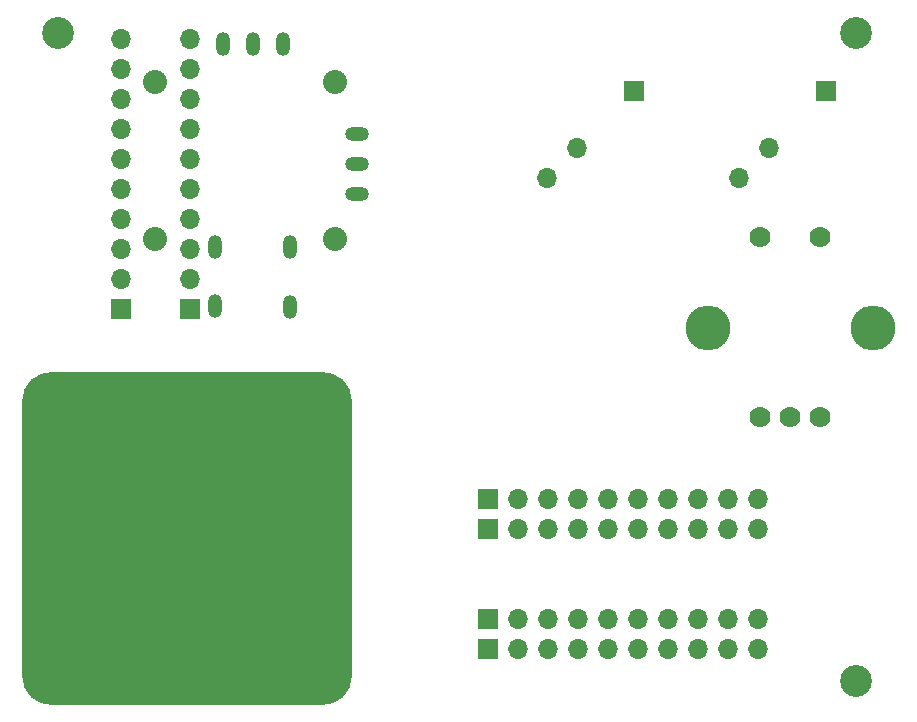
<source format=gbr>
G04 #@! TF.FileFunction,Soldermask,Top*
%FSLAX46Y46*%
G04 Gerber Fmt 4.6, Leading zero omitted, Abs format (unit mm)*
G04 Created by KiCad (PCBNEW 4.0.7) date 05/31/18 22:49:15*
%MOMM*%
%LPD*%
G01*
G04 APERTURE LIST*
%ADD10C,0.100000*%
%ADD11C,5.080000*%
%ADD12C,2.700000*%
%ADD13R,1.700000X1.700000*%
%ADD14O,1.700000X1.700000*%
%ADD15C,2.032000*%
%ADD16O,1.200000X2.000000*%
%ADD17O,2.000000X1.200000*%
%ADD18O,3.810000X3.810000*%
%ADD19C,1.778000*%
G04 APERTURE END LIST*
D10*
D11*
X135407400Y-132892800D03*
X135153400Y-132892800D03*
X134899400Y-132892800D03*
X134645400Y-132892800D03*
X134391400Y-132892800D03*
X134137400Y-132892800D03*
X133883400Y-132892800D03*
X133629400Y-132892800D03*
X133375400Y-132892800D03*
X133121400Y-132892800D03*
X132867400Y-132892800D03*
X132613400Y-132892800D03*
X132359400Y-132892800D03*
X132105400Y-132892800D03*
X131851400Y-132892800D03*
X131597400Y-132892800D03*
X131343400Y-132892800D03*
X131089400Y-132892800D03*
X130835400Y-132892800D03*
X130581400Y-132892800D03*
X130327400Y-132892800D03*
X130073400Y-132892800D03*
X129819400Y-132892800D03*
X129565400Y-132892800D03*
X129311400Y-132892800D03*
X129057400Y-132892800D03*
X128803400Y-132892800D03*
X128549400Y-132892800D03*
X128295400Y-132892800D03*
X128041400Y-132892800D03*
X127787400Y-132892800D03*
X127533400Y-132892800D03*
X127279400Y-132892800D03*
X127025400Y-132892800D03*
X126771400Y-132892800D03*
X126517400Y-132892800D03*
X126263400Y-132892800D03*
X126009400Y-132892800D03*
X125755400Y-132892800D03*
X125501400Y-132892800D03*
X125247400Y-132892800D03*
X124993400Y-132892800D03*
X124739400Y-132892800D03*
X124485400Y-132892800D03*
X124231400Y-132892800D03*
X123977400Y-132892800D03*
X123723400Y-132892800D03*
X123469400Y-132892800D03*
X123215400Y-132892800D03*
X122961400Y-132892800D03*
X122707400Y-132892800D03*
X122453400Y-132892800D03*
X122199400Y-132892800D03*
X121945400Y-132892800D03*
X121691400Y-132892800D03*
X121437400Y-132892800D03*
X121183400Y-132892800D03*
X120929400Y-132892800D03*
X120675400Y-132892800D03*
X120421400Y-132892800D03*
X120167400Y-132892800D03*
X119913400Y-132892800D03*
X119659400Y-132892800D03*
X119405400Y-132892800D03*
X119151400Y-132892800D03*
X118897400Y-132892800D03*
X118643400Y-132892800D03*
X118389400Y-132892800D03*
X118135400Y-132892800D03*
X117881400Y-132892800D03*
X117627400Y-132892800D03*
X117373400Y-132892800D03*
X117119400Y-132892800D03*
X116865400Y-132892800D03*
X116611400Y-132892800D03*
X116357400Y-132892800D03*
X116103400Y-132892800D03*
X115849400Y-132892800D03*
X115595400Y-132892800D03*
X115341400Y-132892800D03*
X115087400Y-132892800D03*
X114833400Y-132892800D03*
X114579400Y-132892800D03*
X114325400Y-132892800D03*
X114071400Y-132892800D03*
X113817400Y-132892800D03*
X113563400Y-132892800D03*
X113309400Y-132892800D03*
X113055400Y-132892800D03*
X112801400Y-132892800D03*
X112547400Y-132892800D03*
X135407400Y-132638800D03*
X135153400Y-132638800D03*
X134899400Y-132638800D03*
X134645400Y-132638800D03*
X134391400Y-132638800D03*
X134137400Y-132638800D03*
X133883400Y-132638800D03*
X133629400Y-132638800D03*
X133375400Y-132638800D03*
X133121400Y-132638800D03*
X132867400Y-132638800D03*
X132613400Y-132638800D03*
X132359400Y-132638800D03*
X132105400Y-132638800D03*
X131851400Y-132638800D03*
X131597400Y-132638800D03*
X131343400Y-132638800D03*
X131089400Y-132638800D03*
X130835400Y-132638800D03*
X130581400Y-132638800D03*
X130327400Y-132638800D03*
X130073400Y-132638800D03*
X129819400Y-132638800D03*
X129565400Y-132638800D03*
X129311400Y-132638800D03*
X129057400Y-132638800D03*
X128803400Y-132638800D03*
X128549400Y-132638800D03*
X128295400Y-132638800D03*
X128041400Y-132638800D03*
X127787400Y-132638800D03*
X127533400Y-132638800D03*
X127279400Y-132638800D03*
X127025400Y-132638800D03*
X126771400Y-132638800D03*
X126517400Y-132638800D03*
X126263400Y-132638800D03*
X126009400Y-132638800D03*
X125755400Y-132638800D03*
X125501400Y-132638800D03*
X125247400Y-132638800D03*
X124993400Y-132638800D03*
X124739400Y-132638800D03*
X124485400Y-132638800D03*
X124231400Y-132638800D03*
X123977400Y-132638800D03*
X123723400Y-132638800D03*
X123469400Y-132638800D03*
X123215400Y-132638800D03*
X122961400Y-132638800D03*
X122707400Y-132638800D03*
X122453400Y-132638800D03*
X122199400Y-132638800D03*
X121945400Y-132638800D03*
X121691400Y-132638800D03*
X121437400Y-132638800D03*
X121183400Y-132638800D03*
X120929400Y-132638800D03*
X120675400Y-132638800D03*
X120421400Y-132638800D03*
X120167400Y-132638800D03*
X119913400Y-132638800D03*
X119659400Y-132638800D03*
X119405400Y-132638800D03*
X119151400Y-132638800D03*
X118897400Y-132638800D03*
X118643400Y-132638800D03*
X118389400Y-132638800D03*
X118135400Y-132638800D03*
X117881400Y-132638800D03*
X117627400Y-132638800D03*
X117373400Y-132638800D03*
X117119400Y-132638800D03*
X116865400Y-132638800D03*
X116611400Y-132638800D03*
X116357400Y-132638800D03*
X116103400Y-132638800D03*
X115849400Y-132638800D03*
X115595400Y-132638800D03*
X115341400Y-132638800D03*
X115087400Y-132638800D03*
X114833400Y-132638800D03*
X114579400Y-132638800D03*
X114325400Y-132638800D03*
X114071400Y-132638800D03*
X113817400Y-132638800D03*
X113563400Y-132638800D03*
X113309400Y-132638800D03*
X113055400Y-132638800D03*
X112801400Y-132638800D03*
X112547400Y-132638800D03*
X135407400Y-132384800D03*
X135153400Y-132384800D03*
X134899400Y-132384800D03*
X134645400Y-132384800D03*
X134391400Y-132384800D03*
X134137400Y-132384800D03*
X133883400Y-132384800D03*
X133629400Y-132384800D03*
X133375400Y-132384800D03*
X133121400Y-132384800D03*
X132867400Y-132384800D03*
X132613400Y-132384800D03*
X132359400Y-132384800D03*
X132105400Y-132384800D03*
X131851400Y-132384800D03*
X131597400Y-132384800D03*
X131343400Y-132384800D03*
X131089400Y-132384800D03*
X130835400Y-132384800D03*
X130581400Y-132384800D03*
X130327400Y-132384800D03*
X130073400Y-132384800D03*
X129819400Y-132384800D03*
X129565400Y-132384800D03*
X129311400Y-132384800D03*
X129057400Y-132384800D03*
X128803400Y-132384800D03*
X128549400Y-132384800D03*
X128295400Y-132384800D03*
X128041400Y-132384800D03*
X127787400Y-132384800D03*
X127533400Y-132384800D03*
X127279400Y-132384800D03*
X127025400Y-132384800D03*
X126771400Y-132384800D03*
X126517400Y-132384800D03*
X126263400Y-132384800D03*
X126009400Y-132384800D03*
X125755400Y-132384800D03*
X125501400Y-132384800D03*
X125247400Y-132384800D03*
X124993400Y-132384800D03*
X124739400Y-132384800D03*
X124485400Y-132384800D03*
X124231400Y-132384800D03*
X123977400Y-132384800D03*
X123723400Y-132384800D03*
X123469400Y-132384800D03*
X123215400Y-132384800D03*
X122961400Y-132384800D03*
X122707400Y-132384800D03*
X122453400Y-132384800D03*
X122199400Y-132384800D03*
X121945400Y-132384800D03*
X121691400Y-132384800D03*
X121437400Y-132384800D03*
X121183400Y-132384800D03*
X120929400Y-132384800D03*
X120675400Y-132384800D03*
X120421400Y-132384800D03*
X120167400Y-132384800D03*
X119913400Y-132384800D03*
X119659400Y-132384800D03*
X119405400Y-132384800D03*
X119151400Y-132384800D03*
X118897400Y-132384800D03*
X118643400Y-132384800D03*
X118389400Y-132384800D03*
X118135400Y-132384800D03*
X117881400Y-132384800D03*
X117627400Y-132384800D03*
X117373400Y-132384800D03*
X117119400Y-132384800D03*
X116865400Y-132384800D03*
X116611400Y-132384800D03*
X116357400Y-132384800D03*
X116103400Y-132384800D03*
X115849400Y-132384800D03*
X115595400Y-132384800D03*
X115341400Y-132384800D03*
X115087400Y-132384800D03*
X114833400Y-132384800D03*
X114579400Y-132384800D03*
X114325400Y-132384800D03*
X114071400Y-132384800D03*
X113817400Y-132384800D03*
X113563400Y-132384800D03*
X113309400Y-132384800D03*
X113055400Y-132384800D03*
X112801400Y-132384800D03*
X112547400Y-132384800D03*
X135407400Y-132130800D03*
X135153400Y-132130800D03*
X134899400Y-132130800D03*
X134645400Y-132130800D03*
X134391400Y-132130800D03*
X134137400Y-132130800D03*
X133883400Y-132130800D03*
X133629400Y-132130800D03*
X133375400Y-132130800D03*
X133121400Y-132130800D03*
X132867400Y-132130800D03*
X132613400Y-132130800D03*
X132359400Y-132130800D03*
X132105400Y-132130800D03*
X131851400Y-132130800D03*
X131597400Y-132130800D03*
X131343400Y-132130800D03*
X131089400Y-132130800D03*
X130835400Y-132130800D03*
X130581400Y-132130800D03*
X130327400Y-132130800D03*
X130073400Y-132130800D03*
X129819400Y-132130800D03*
X129565400Y-132130800D03*
X129311400Y-132130800D03*
X129057400Y-132130800D03*
X128803400Y-132130800D03*
X128549400Y-132130800D03*
X128295400Y-132130800D03*
X128041400Y-132130800D03*
X127787400Y-132130800D03*
X127533400Y-132130800D03*
X127279400Y-132130800D03*
X127025400Y-132130800D03*
X126771400Y-132130800D03*
X126517400Y-132130800D03*
X126263400Y-132130800D03*
X126009400Y-132130800D03*
X125755400Y-132130800D03*
X125501400Y-132130800D03*
X125247400Y-132130800D03*
X124993400Y-132130800D03*
X124739400Y-132130800D03*
X124485400Y-132130800D03*
X124231400Y-132130800D03*
X123977400Y-132130800D03*
X123723400Y-132130800D03*
X123469400Y-132130800D03*
X123215400Y-132130800D03*
X122961400Y-132130800D03*
X122707400Y-132130800D03*
X122453400Y-132130800D03*
X122199400Y-132130800D03*
X121945400Y-132130800D03*
X121691400Y-132130800D03*
X121437400Y-132130800D03*
X121183400Y-132130800D03*
X120929400Y-132130800D03*
X120675400Y-132130800D03*
X120421400Y-132130800D03*
X120167400Y-132130800D03*
X119913400Y-132130800D03*
X119659400Y-132130800D03*
X119405400Y-132130800D03*
X119151400Y-132130800D03*
X118897400Y-132130800D03*
X118643400Y-132130800D03*
X118389400Y-132130800D03*
X118135400Y-132130800D03*
X117881400Y-132130800D03*
X117627400Y-132130800D03*
X117373400Y-132130800D03*
X117119400Y-132130800D03*
X116865400Y-132130800D03*
X116611400Y-132130800D03*
X116357400Y-132130800D03*
X116103400Y-132130800D03*
X115849400Y-132130800D03*
X115595400Y-132130800D03*
X115341400Y-132130800D03*
X115087400Y-132130800D03*
X114833400Y-132130800D03*
X114579400Y-132130800D03*
X114325400Y-132130800D03*
X114071400Y-132130800D03*
X113817400Y-132130800D03*
X113563400Y-132130800D03*
X113309400Y-132130800D03*
X113055400Y-132130800D03*
X112801400Y-132130800D03*
X112547400Y-132130800D03*
X135407400Y-131876800D03*
X135153400Y-131876800D03*
X134899400Y-131876800D03*
X134645400Y-131876800D03*
X134391400Y-131876800D03*
X134137400Y-131876800D03*
X133883400Y-131876800D03*
X133629400Y-131876800D03*
X133375400Y-131876800D03*
X133121400Y-131876800D03*
X132867400Y-131876800D03*
X132613400Y-131876800D03*
X132359400Y-131876800D03*
X132105400Y-131876800D03*
X131851400Y-131876800D03*
X131597400Y-131876800D03*
X131343400Y-131876800D03*
X131089400Y-131876800D03*
X130835400Y-131876800D03*
X130581400Y-131876800D03*
X130327400Y-131876800D03*
X130073400Y-131876800D03*
X129819400Y-131876800D03*
X129565400Y-131876800D03*
X129311400Y-131876800D03*
X129057400Y-131876800D03*
X128803400Y-131876800D03*
X128549400Y-131876800D03*
X128295400Y-131876800D03*
X128041400Y-131876800D03*
X127787400Y-131876800D03*
X127533400Y-131876800D03*
X127279400Y-131876800D03*
X127025400Y-131876800D03*
X126771400Y-131876800D03*
X126517400Y-131876800D03*
X126263400Y-131876800D03*
X126009400Y-131876800D03*
X125755400Y-131876800D03*
X125501400Y-131876800D03*
X125247400Y-131876800D03*
X124993400Y-131876800D03*
X124739400Y-131876800D03*
X124485400Y-131876800D03*
X124231400Y-131876800D03*
X123977400Y-131876800D03*
X123723400Y-131876800D03*
X123469400Y-131876800D03*
X123215400Y-131876800D03*
X122961400Y-131876800D03*
X122707400Y-131876800D03*
X122453400Y-131876800D03*
X122199400Y-131876800D03*
X121945400Y-131876800D03*
X121691400Y-131876800D03*
X121437400Y-131876800D03*
X121183400Y-131876800D03*
X120929400Y-131876800D03*
X120675400Y-131876800D03*
X120421400Y-131876800D03*
X120167400Y-131876800D03*
X119913400Y-131876800D03*
X119659400Y-131876800D03*
X119405400Y-131876800D03*
X119151400Y-131876800D03*
X118897400Y-131876800D03*
X118643400Y-131876800D03*
X118389400Y-131876800D03*
X118135400Y-131876800D03*
X117881400Y-131876800D03*
X117627400Y-131876800D03*
X117373400Y-131876800D03*
X117119400Y-131876800D03*
X116865400Y-131876800D03*
X116611400Y-131876800D03*
X116357400Y-131876800D03*
X116103400Y-131876800D03*
X115849400Y-131876800D03*
X115595400Y-131876800D03*
X115341400Y-131876800D03*
X115087400Y-131876800D03*
X114833400Y-131876800D03*
X114579400Y-131876800D03*
X114325400Y-131876800D03*
X114071400Y-131876800D03*
X113817400Y-131876800D03*
X113563400Y-131876800D03*
X113309400Y-131876800D03*
X113055400Y-131876800D03*
X112801400Y-131876800D03*
X112547400Y-131876800D03*
X135407400Y-131622800D03*
X135153400Y-131622800D03*
X134899400Y-131622800D03*
X134645400Y-131622800D03*
X134391400Y-131622800D03*
X134137400Y-131622800D03*
X133883400Y-131622800D03*
X133629400Y-131622800D03*
X133375400Y-131622800D03*
X133121400Y-131622800D03*
X132867400Y-131622800D03*
X132613400Y-131622800D03*
X132359400Y-131622800D03*
X132105400Y-131622800D03*
X131851400Y-131622800D03*
X131597400Y-131622800D03*
X131343400Y-131622800D03*
X131089400Y-131622800D03*
X130835400Y-131622800D03*
X130581400Y-131622800D03*
X130327400Y-131622800D03*
X130073400Y-131622800D03*
X129819400Y-131622800D03*
X129565400Y-131622800D03*
X129311400Y-131622800D03*
X129057400Y-131622800D03*
X128803400Y-131622800D03*
X128549400Y-131622800D03*
X128295400Y-131622800D03*
X128041400Y-131622800D03*
X127787400Y-131622800D03*
X127533400Y-131622800D03*
X127279400Y-131622800D03*
X127025400Y-131622800D03*
X126771400Y-131622800D03*
X126517400Y-131622800D03*
X126263400Y-131622800D03*
X126009400Y-131622800D03*
X125755400Y-131622800D03*
X125501400Y-131622800D03*
X125247400Y-131622800D03*
X124993400Y-131622800D03*
X124739400Y-131622800D03*
X124485400Y-131622800D03*
X124231400Y-131622800D03*
X123977400Y-131622800D03*
X123723400Y-131622800D03*
X123469400Y-131622800D03*
X123215400Y-131622800D03*
X122961400Y-131622800D03*
X122707400Y-131622800D03*
X122453400Y-131622800D03*
X122199400Y-131622800D03*
X121945400Y-131622800D03*
X121691400Y-131622800D03*
X121437400Y-131622800D03*
X121183400Y-131622800D03*
X120929400Y-131622800D03*
X120675400Y-131622800D03*
X120421400Y-131622800D03*
X120167400Y-131622800D03*
X119913400Y-131622800D03*
X119659400Y-131622800D03*
X119405400Y-131622800D03*
X119151400Y-131622800D03*
X118897400Y-131622800D03*
X118643400Y-131622800D03*
X118389400Y-131622800D03*
X118135400Y-131622800D03*
X117881400Y-131622800D03*
X117627400Y-131622800D03*
X117373400Y-131622800D03*
X117119400Y-131622800D03*
X116865400Y-131622800D03*
X116611400Y-131622800D03*
X116357400Y-131622800D03*
X116103400Y-131622800D03*
X115849400Y-131622800D03*
X115595400Y-131622800D03*
X115341400Y-131622800D03*
X115087400Y-131622800D03*
X114833400Y-131622800D03*
X114579400Y-131622800D03*
X114325400Y-131622800D03*
X114071400Y-131622800D03*
X113817400Y-131622800D03*
X113563400Y-131622800D03*
X113309400Y-131622800D03*
X113055400Y-131622800D03*
X112801400Y-131622800D03*
X112547400Y-131622800D03*
X135407400Y-131368800D03*
X135153400Y-131368800D03*
X134899400Y-131368800D03*
X134645400Y-131368800D03*
X134391400Y-131368800D03*
X134137400Y-131368800D03*
X133883400Y-131368800D03*
X133629400Y-131368800D03*
X133375400Y-131368800D03*
X133121400Y-131368800D03*
X132867400Y-131368800D03*
X132613400Y-131368800D03*
X132359400Y-131368800D03*
X132105400Y-131368800D03*
X131851400Y-131368800D03*
X131597400Y-131368800D03*
X131343400Y-131368800D03*
X131089400Y-131368800D03*
X130835400Y-131368800D03*
X130581400Y-131368800D03*
X130327400Y-131368800D03*
X130073400Y-131368800D03*
X129819400Y-131368800D03*
X129565400Y-131368800D03*
X129311400Y-131368800D03*
X129057400Y-131368800D03*
X128803400Y-131368800D03*
X128549400Y-131368800D03*
X128295400Y-131368800D03*
X128041400Y-131368800D03*
X127787400Y-131368800D03*
X127533400Y-131368800D03*
X127279400Y-131368800D03*
X127025400Y-131368800D03*
X126771400Y-131368800D03*
X126517400Y-131368800D03*
X126263400Y-131368800D03*
X126009400Y-131368800D03*
X125755400Y-131368800D03*
X125501400Y-131368800D03*
X125247400Y-131368800D03*
X124993400Y-131368800D03*
X124739400Y-131368800D03*
X124485400Y-131368800D03*
X124231400Y-131368800D03*
X123977400Y-131368800D03*
X123723400Y-131368800D03*
X123469400Y-131368800D03*
X123215400Y-131368800D03*
X122961400Y-131368800D03*
X122707400Y-131368800D03*
X122453400Y-131368800D03*
X122199400Y-131368800D03*
X121945400Y-131368800D03*
X121691400Y-131368800D03*
X121437400Y-131368800D03*
X121183400Y-131368800D03*
X120929400Y-131368800D03*
X120675400Y-131368800D03*
X120421400Y-131368800D03*
X120167400Y-131368800D03*
X119913400Y-131368800D03*
X119659400Y-131368800D03*
X119405400Y-131368800D03*
X119151400Y-131368800D03*
X118897400Y-131368800D03*
X118643400Y-131368800D03*
X118389400Y-131368800D03*
X118135400Y-131368800D03*
X117881400Y-131368800D03*
X117627400Y-131368800D03*
X117373400Y-131368800D03*
X117119400Y-131368800D03*
X116865400Y-131368800D03*
X116611400Y-131368800D03*
X116357400Y-131368800D03*
X116103400Y-131368800D03*
X115849400Y-131368800D03*
X115595400Y-131368800D03*
X115341400Y-131368800D03*
X115087400Y-131368800D03*
X114833400Y-131368800D03*
X114579400Y-131368800D03*
X114325400Y-131368800D03*
X114071400Y-131368800D03*
X113817400Y-131368800D03*
X113563400Y-131368800D03*
X113309400Y-131368800D03*
X113055400Y-131368800D03*
X112801400Y-131368800D03*
X112547400Y-131368800D03*
X135407400Y-131114800D03*
X135153400Y-131114800D03*
X134899400Y-131114800D03*
X134645400Y-131114800D03*
X134391400Y-131114800D03*
X134137400Y-131114800D03*
X133883400Y-131114800D03*
X133629400Y-131114800D03*
X133375400Y-131114800D03*
X133121400Y-131114800D03*
X132867400Y-131114800D03*
X132613400Y-131114800D03*
X132359400Y-131114800D03*
X132105400Y-131114800D03*
X131851400Y-131114800D03*
X131597400Y-131114800D03*
X131343400Y-131114800D03*
X131089400Y-131114800D03*
X130835400Y-131114800D03*
X130581400Y-131114800D03*
X130327400Y-131114800D03*
X130073400Y-131114800D03*
X129819400Y-131114800D03*
X129565400Y-131114800D03*
X129311400Y-131114800D03*
X129057400Y-131114800D03*
X128803400Y-131114800D03*
X128549400Y-131114800D03*
X128295400Y-131114800D03*
X128041400Y-131114800D03*
X127787400Y-131114800D03*
X127533400Y-131114800D03*
X127279400Y-131114800D03*
X127025400Y-131114800D03*
X126771400Y-131114800D03*
X126517400Y-131114800D03*
X126263400Y-131114800D03*
X126009400Y-131114800D03*
X125755400Y-131114800D03*
X125501400Y-131114800D03*
X125247400Y-131114800D03*
X124993400Y-131114800D03*
X124739400Y-131114800D03*
X124485400Y-131114800D03*
X124231400Y-131114800D03*
X123977400Y-131114800D03*
X123723400Y-131114800D03*
X123469400Y-131114800D03*
X123215400Y-131114800D03*
X122961400Y-131114800D03*
X122707400Y-131114800D03*
X122453400Y-131114800D03*
X122199400Y-131114800D03*
X121945400Y-131114800D03*
X121691400Y-131114800D03*
X121437400Y-131114800D03*
X121183400Y-131114800D03*
X120929400Y-131114800D03*
X120675400Y-131114800D03*
X120421400Y-131114800D03*
X120167400Y-131114800D03*
X119913400Y-131114800D03*
X119659400Y-131114800D03*
X119405400Y-131114800D03*
X119151400Y-131114800D03*
X118897400Y-131114800D03*
X118643400Y-131114800D03*
X118389400Y-131114800D03*
X118135400Y-131114800D03*
X117881400Y-131114800D03*
X117627400Y-131114800D03*
X117373400Y-131114800D03*
X117119400Y-131114800D03*
X116865400Y-131114800D03*
X116611400Y-131114800D03*
X116357400Y-131114800D03*
X116103400Y-131114800D03*
X115849400Y-131114800D03*
X115595400Y-131114800D03*
X115341400Y-131114800D03*
X115087400Y-131114800D03*
X114833400Y-131114800D03*
X114579400Y-131114800D03*
X114325400Y-131114800D03*
X114071400Y-131114800D03*
X113817400Y-131114800D03*
X113563400Y-131114800D03*
X113309400Y-131114800D03*
X113055400Y-131114800D03*
X112801400Y-131114800D03*
X112547400Y-131114800D03*
X135407400Y-130860800D03*
X135153400Y-130860800D03*
X134899400Y-130860800D03*
X134645400Y-130860800D03*
X134391400Y-130860800D03*
X134137400Y-130860800D03*
X133883400Y-130860800D03*
X133629400Y-130860800D03*
X133375400Y-130860800D03*
X133121400Y-130860800D03*
X132867400Y-130860800D03*
X132613400Y-130860800D03*
X132359400Y-130860800D03*
X132105400Y-130860800D03*
X131851400Y-130860800D03*
X131597400Y-130860800D03*
X131343400Y-130860800D03*
X131089400Y-130860800D03*
X130835400Y-130860800D03*
X130581400Y-130860800D03*
X130327400Y-130860800D03*
X130073400Y-130860800D03*
X129819400Y-130860800D03*
X129565400Y-130860800D03*
X129311400Y-130860800D03*
X129057400Y-130860800D03*
X128803400Y-130860800D03*
X128549400Y-130860800D03*
X128295400Y-130860800D03*
X128041400Y-130860800D03*
X127787400Y-130860800D03*
X127533400Y-130860800D03*
X127279400Y-130860800D03*
X127025400Y-130860800D03*
X126771400Y-130860800D03*
X126517400Y-130860800D03*
X126263400Y-130860800D03*
X126009400Y-130860800D03*
X125755400Y-130860800D03*
X125501400Y-130860800D03*
X125247400Y-130860800D03*
X124993400Y-130860800D03*
X124739400Y-130860800D03*
X124485400Y-130860800D03*
X124231400Y-130860800D03*
X123977400Y-130860800D03*
X123723400Y-130860800D03*
X123469400Y-130860800D03*
X123215400Y-130860800D03*
X122961400Y-130860800D03*
X122707400Y-130860800D03*
X122453400Y-130860800D03*
X122199400Y-130860800D03*
X121945400Y-130860800D03*
X121691400Y-130860800D03*
X121437400Y-130860800D03*
X121183400Y-130860800D03*
X120929400Y-130860800D03*
X120675400Y-130860800D03*
X120421400Y-130860800D03*
X120167400Y-130860800D03*
X119913400Y-130860800D03*
X119659400Y-130860800D03*
X119405400Y-130860800D03*
X119151400Y-130860800D03*
X118897400Y-130860800D03*
X118643400Y-130860800D03*
X118389400Y-130860800D03*
X118135400Y-130860800D03*
X117881400Y-130860800D03*
X117627400Y-130860800D03*
X117373400Y-130860800D03*
X117119400Y-130860800D03*
X116865400Y-130860800D03*
X116611400Y-130860800D03*
X116357400Y-130860800D03*
X116103400Y-130860800D03*
X115849400Y-130860800D03*
X115595400Y-130860800D03*
X115341400Y-130860800D03*
X115087400Y-130860800D03*
X114833400Y-130860800D03*
X114579400Y-130860800D03*
X114325400Y-130860800D03*
X114071400Y-130860800D03*
X113817400Y-130860800D03*
X113563400Y-130860800D03*
X113309400Y-130860800D03*
X113055400Y-130860800D03*
X112801400Y-130860800D03*
X112547400Y-130860800D03*
X135407400Y-130606800D03*
X135153400Y-130606800D03*
X134899400Y-130606800D03*
X134645400Y-130606800D03*
X134391400Y-130606800D03*
X134137400Y-130606800D03*
X133883400Y-130606800D03*
X133629400Y-130606800D03*
X133375400Y-130606800D03*
X133121400Y-130606800D03*
X132867400Y-130606800D03*
X132613400Y-130606800D03*
X132359400Y-130606800D03*
X132105400Y-130606800D03*
X131851400Y-130606800D03*
X131597400Y-130606800D03*
X131343400Y-130606800D03*
X131089400Y-130606800D03*
X130835400Y-130606800D03*
X130581400Y-130606800D03*
X130327400Y-130606800D03*
X130073400Y-130606800D03*
X129819400Y-130606800D03*
X129565400Y-130606800D03*
X129311400Y-130606800D03*
X129057400Y-130606800D03*
X128803400Y-130606800D03*
X128549400Y-130606800D03*
X128295400Y-130606800D03*
X128041400Y-130606800D03*
X127787400Y-130606800D03*
X127533400Y-130606800D03*
X127279400Y-130606800D03*
X127025400Y-130606800D03*
X126771400Y-130606800D03*
X126517400Y-130606800D03*
X126263400Y-130606800D03*
X126009400Y-130606800D03*
X125755400Y-130606800D03*
X125501400Y-130606800D03*
X125247400Y-130606800D03*
X124993400Y-130606800D03*
X124739400Y-130606800D03*
X124485400Y-130606800D03*
X124231400Y-130606800D03*
X123977400Y-130606800D03*
X123723400Y-130606800D03*
X123469400Y-130606800D03*
X123215400Y-130606800D03*
X122961400Y-130606800D03*
X122707400Y-130606800D03*
X122453400Y-130606800D03*
X122199400Y-130606800D03*
X121945400Y-130606800D03*
X121691400Y-130606800D03*
X121437400Y-130606800D03*
X121183400Y-130606800D03*
X120929400Y-130606800D03*
X120675400Y-130606800D03*
X120421400Y-130606800D03*
X120167400Y-130606800D03*
X119913400Y-130606800D03*
X119659400Y-130606800D03*
X119405400Y-130606800D03*
X119151400Y-130606800D03*
X118897400Y-130606800D03*
X118643400Y-130606800D03*
X118389400Y-130606800D03*
X118135400Y-130606800D03*
X117881400Y-130606800D03*
X117627400Y-130606800D03*
X117373400Y-130606800D03*
X117119400Y-130606800D03*
X116865400Y-130606800D03*
X116611400Y-130606800D03*
X116357400Y-130606800D03*
X116103400Y-130606800D03*
X115849400Y-130606800D03*
X115595400Y-130606800D03*
X115341400Y-130606800D03*
X115087400Y-130606800D03*
X114833400Y-130606800D03*
X114579400Y-130606800D03*
X114325400Y-130606800D03*
X114071400Y-130606800D03*
X113817400Y-130606800D03*
X113563400Y-130606800D03*
X113309400Y-130606800D03*
X113055400Y-130606800D03*
X112801400Y-130606800D03*
X112547400Y-130606800D03*
X135407400Y-130352800D03*
X135153400Y-130352800D03*
X134899400Y-130352800D03*
X134645400Y-130352800D03*
X134391400Y-130352800D03*
X134137400Y-130352800D03*
X133883400Y-130352800D03*
X133629400Y-130352800D03*
X133375400Y-130352800D03*
X133121400Y-130352800D03*
X132867400Y-130352800D03*
X132613400Y-130352800D03*
X132359400Y-130352800D03*
X132105400Y-130352800D03*
X131851400Y-130352800D03*
X131597400Y-130352800D03*
X131343400Y-130352800D03*
X131089400Y-130352800D03*
X130835400Y-130352800D03*
X130581400Y-130352800D03*
X130327400Y-130352800D03*
X130073400Y-130352800D03*
X129819400Y-130352800D03*
X129565400Y-130352800D03*
X129311400Y-130352800D03*
X129057400Y-130352800D03*
X128803400Y-130352800D03*
X128549400Y-130352800D03*
X128295400Y-130352800D03*
X128041400Y-130352800D03*
X127787400Y-130352800D03*
X127533400Y-130352800D03*
X127279400Y-130352800D03*
X127025400Y-130352800D03*
X126771400Y-130352800D03*
X126517400Y-130352800D03*
X126263400Y-130352800D03*
X126009400Y-130352800D03*
X125755400Y-130352800D03*
X125501400Y-130352800D03*
X125247400Y-130352800D03*
X124993400Y-130352800D03*
X124739400Y-130352800D03*
X124485400Y-130352800D03*
X124231400Y-130352800D03*
X123977400Y-130352800D03*
X123723400Y-130352800D03*
X123469400Y-130352800D03*
X123215400Y-130352800D03*
X122961400Y-130352800D03*
X122707400Y-130352800D03*
X122453400Y-130352800D03*
X122199400Y-130352800D03*
X121945400Y-130352800D03*
X121691400Y-130352800D03*
X121437400Y-130352800D03*
X121183400Y-130352800D03*
X120929400Y-130352800D03*
X120675400Y-130352800D03*
X120421400Y-130352800D03*
X120167400Y-130352800D03*
X119913400Y-130352800D03*
X119659400Y-130352800D03*
X119405400Y-130352800D03*
X119151400Y-130352800D03*
X118897400Y-130352800D03*
X118643400Y-130352800D03*
X118389400Y-130352800D03*
X118135400Y-130352800D03*
X117881400Y-130352800D03*
X117627400Y-130352800D03*
X117373400Y-130352800D03*
X117119400Y-130352800D03*
X116865400Y-130352800D03*
X116611400Y-130352800D03*
X116357400Y-130352800D03*
X116103400Y-130352800D03*
X115849400Y-130352800D03*
X115595400Y-130352800D03*
X115341400Y-130352800D03*
X115087400Y-130352800D03*
X114833400Y-130352800D03*
X114579400Y-130352800D03*
X114325400Y-130352800D03*
X114071400Y-130352800D03*
X113817400Y-130352800D03*
X113563400Y-130352800D03*
X113309400Y-130352800D03*
X113055400Y-130352800D03*
X112801400Y-130352800D03*
X112547400Y-130352800D03*
X135407400Y-130098800D03*
X135153400Y-130098800D03*
X134899400Y-130098800D03*
X134645400Y-130098800D03*
X134391400Y-130098800D03*
X134137400Y-130098800D03*
X133883400Y-130098800D03*
X133629400Y-130098800D03*
X133375400Y-130098800D03*
X133121400Y-130098800D03*
X132867400Y-130098800D03*
X132613400Y-130098800D03*
X132359400Y-130098800D03*
X132105400Y-130098800D03*
X131851400Y-130098800D03*
X131597400Y-130098800D03*
X131343400Y-130098800D03*
X131089400Y-130098800D03*
X130835400Y-130098800D03*
X130581400Y-130098800D03*
X130327400Y-130098800D03*
X130073400Y-130098800D03*
X129819400Y-130098800D03*
X129565400Y-130098800D03*
X129311400Y-130098800D03*
X129057400Y-130098800D03*
X128803400Y-130098800D03*
X128549400Y-130098800D03*
X128295400Y-130098800D03*
X128041400Y-130098800D03*
X127787400Y-130098800D03*
X127533400Y-130098800D03*
X127279400Y-130098800D03*
X127025400Y-130098800D03*
X126771400Y-130098800D03*
X126517400Y-130098800D03*
X126263400Y-130098800D03*
X126009400Y-130098800D03*
X125755400Y-130098800D03*
X125501400Y-130098800D03*
X125247400Y-130098800D03*
X124993400Y-130098800D03*
X124739400Y-130098800D03*
X124485400Y-130098800D03*
X124231400Y-130098800D03*
X123977400Y-130098800D03*
X123723400Y-130098800D03*
X123469400Y-130098800D03*
X123215400Y-130098800D03*
X122961400Y-130098800D03*
X122707400Y-130098800D03*
X122453400Y-130098800D03*
X122199400Y-130098800D03*
X121945400Y-130098800D03*
X121691400Y-130098800D03*
X121437400Y-130098800D03*
X121183400Y-130098800D03*
X120929400Y-130098800D03*
X120675400Y-130098800D03*
X120421400Y-130098800D03*
X120167400Y-130098800D03*
X119913400Y-130098800D03*
X119659400Y-130098800D03*
X119405400Y-130098800D03*
X119151400Y-130098800D03*
X118897400Y-130098800D03*
X118643400Y-130098800D03*
X118389400Y-130098800D03*
X118135400Y-130098800D03*
X117881400Y-130098800D03*
X117627400Y-130098800D03*
X117373400Y-130098800D03*
X117119400Y-130098800D03*
X116865400Y-130098800D03*
X116611400Y-130098800D03*
X116357400Y-130098800D03*
X116103400Y-130098800D03*
X115849400Y-130098800D03*
X115595400Y-130098800D03*
X115341400Y-130098800D03*
X115087400Y-130098800D03*
X114833400Y-130098800D03*
X114579400Y-130098800D03*
X114325400Y-130098800D03*
X114071400Y-130098800D03*
X113817400Y-130098800D03*
X113563400Y-130098800D03*
X113309400Y-130098800D03*
X113055400Y-130098800D03*
X112801400Y-130098800D03*
X112547400Y-130098800D03*
X135407400Y-129844800D03*
X135153400Y-129844800D03*
X134899400Y-129844800D03*
X134645400Y-129844800D03*
X134391400Y-129844800D03*
X134137400Y-129844800D03*
X133883400Y-129844800D03*
X133629400Y-129844800D03*
X133375400Y-129844800D03*
X133121400Y-129844800D03*
X132867400Y-129844800D03*
X132613400Y-129844800D03*
X132359400Y-129844800D03*
X132105400Y-129844800D03*
X131851400Y-129844800D03*
X131597400Y-129844800D03*
X131343400Y-129844800D03*
X131089400Y-129844800D03*
X130835400Y-129844800D03*
X130581400Y-129844800D03*
X130327400Y-129844800D03*
X130073400Y-129844800D03*
X129819400Y-129844800D03*
X129565400Y-129844800D03*
X129311400Y-129844800D03*
X129057400Y-129844800D03*
X128803400Y-129844800D03*
X128549400Y-129844800D03*
X128295400Y-129844800D03*
X128041400Y-129844800D03*
X127787400Y-129844800D03*
X127533400Y-129844800D03*
X127279400Y-129844800D03*
X127025400Y-129844800D03*
X126771400Y-129844800D03*
X126517400Y-129844800D03*
X126263400Y-129844800D03*
X126009400Y-129844800D03*
X125755400Y-129844800D03*
X125501400Y-129844800D03*
X125247400Y-129844800D03*
X124993400Y-129844800D03*
X124739400Y-129844800D03*
X124485400Y-129844800D03*
X124231400Y-129844800D03*
X123977400Y-129844800D03*
X123723400Y-129844800D03*
X123469400Y-129844800D03*
X123215400Y-129844800D03*
X122961400Y-129844800D03*
X122707400Y-129844800D03*
X122453400Y-129844800D03*
X122199400Y-129844800D03*
X121945400Y-129844800D03*
X121691400Y-129844800D03*
X121437400Y-129844800D03*
X121183400Y-129844800D03*
X120929400Y-129844800D03*
X120675400Y-129844800D03*
X120421400Y-129844800D03*
X120167400Y-129844800D03*
X119913400Y-129844800D03*
X119659400Y-129844800D03*
X119405400Y-129844800D03*
X119151400Y-129844800D03*
X118897400Y-129844800D03*
X118643400Y-129844800D03*
X118389400Y-129844800D03*
X118135400Y-129844800D03*
X117881400Y-129844800D03*
X117627400Y-129844800D03*
X117373400Y-129844800D03*
X117119400Y-129844800D03*
X116865400Y-129844800D03*
X116611400Y-129844800D03*
X116357400Y-129844800D03*
X116103400Y-129844800D03*
X115849400Y-129844800D03*
X115595400Y-129844800D03*
X115341400Y-129844800D03*
X115087400Y-129844800D03*
X114833400Y-129844800D03*
X114579400Y-129844800D03*
X114325400Y-129844800D03*
X114071400Y-129844800D03*
X113817400Y-129844800D03*
X113563400Y-129844800D03*
X113309400Y-129844800D03*
X113055400Y-129844800D03*
X112801400Y-129844800D03*
X112547400Y-129844800D03*
X135407400Y-129590800D03*
X135153400Y-129590800D03*
X134899400Y-129590800D03*
X134645400Y-129590800D03*
X134391400Y-129590800D03*
X134137400Y-129590800D03*
X133883400Y-129590800D03*
X133629400Y-129590800D03*
X133375400Y-129590800D03*
X133121400Y-129590800D03*
X132867400Y-129590800D03*
X132613400Y-129590800D03*
X132359400Y-129590800D03*
X132105400Y-129590800D03*
X131851400Y-129590800D03*
X131597400Y-129590800D03*
X131343400Y-129590800D03*
X131089400Y-129590800D03*
X130835400Y-129590800D03*
X130581400Y-129590800D03*
X130327400Y-129590800D03*
X130073400Y-129590800D03*
X129819400Y-129590800D03*
X129565400Y-129590800D03*
X129311400Y-129590800D03*
X129057400Y-129590800D03*
X128803400Y-129590800D03*
X128549400Y-129590800D03*
X128295400Y-129590800D03*
X128041400Y-129590800D03*
X127787400Y-129590800D03*
X127533400Y-129590800D03*
X127279400Y-129590800D03*
X127025400Y-129590800D03*
X126771400Y-129590800D03*
X126517400Y-129590800D03*
X126263400Y-129590800D03*
X126009400Y-129590800D03*
X125755400Y-129590800D03*
X125501400Y-129590800D03*
X125247400Y-129590800D03*
X124993400Y-129590800D03*
X124739400Y-129590800D03*
X124485400Y-129590800D03*
X124231400Y-129590800D03*
X123977400Y-129590800D03*
X123723400Y-129590800D03*
X123469400Y-129590800D03*
X123215400Y-129590800D03*
X122961400Y-129590800D03*
X122707400Y-129590800D03*
X122453400Y-129590800D03*
X122199400Y-129590800D03*
X121945400Y-129590800D03*
X121691400Y-129590800D03*
X121437400Y-129590800D03*
X121183400Y-129590800D03*
X120929400Y-129590800D03*
X120675400Y-129590800D03*
X120421400Y-129590800D03*
X120167400Y-129590800D03*
X119913400Y-129590800D03*
X119659400Y-129590800D03*
X119405400Y-129590800D03*
X119151400Y-129590800D03*
X118897400Y-129590800D03*
X118643400Y-129590800D03*
X118389400Y-129590800D03*
X118135400Y-129590800D03*
X117881400Y-129590800D03*
X117627400Y-129590800D03*
X117373400Y-129590800D03*
X117119400Y-129590800D03*
X116865400Y-129590800D03*
X116611400Y-129590800D03*
X116357400Y-129590800D03*
X116103400Y-129590800D03*
X115849400Y-129590800D03*
X115595400Y-129590800D03*
X115341400Y-129590800D03*
X115087400Y-129590800D03*
X114833400Y-129590800D03*
X114579400Y-129590800D03*
X114325400Y-129590800D03*
X114071400Y-129590800D03*
X113817400Y-129590800D03*
X113563400Y-129590800D03*
X113309400Y-129590800D03*
X113055400Y-129590800D03*
X112801400Y-129590800D03*
X112547400Y-129590800D03*
X135407400Y-129336800D03*
X135153400Y-129336800D03*
X134899400Y-129336800D03*
X134645400Y-129336800D03*
X134391400Y-129336800D03*
X134137400Y-129336800D03*
X133883400Y-129336800D03*
X133629400Y-129336800D03*
X133375400Y-129336800D03*
X133121400Y-129336800D03*
X132867400Y-129336800D03*
X132613400Y-129336800D03*
X132359400Y-129336800D03*
X132105400Y-129336800D03*
X131851400Y-129336800D03*
X131597400Y-129336800D03*
X131343400Y-129336800D03*
X131089400Y-129336800D03*
X130835400Y-129336800D03*
X130581400Y-129336800D03*
X130327400Y-129336800D03*
X130073400Y-129336800D03*
X129819400Y-129336800D03*
X129565400Y-129336800D03*
X129311400Y-129336800D03*
X129057400Y-129336800D03*
X128803400Y-129336800D03*
X128549400Y-129336800D03*
X128295400Y-129336800D03*
X128041400Y-129336800D03*
X127787400Y-129336800D03*
X127533400Y-129336800D03*
X127279400Y-129336800D03*
X127025400Y-129336800D03*
X126771400Y-129336800D03*
X126517400Y-129336800D03*
X126263400Y-129336800D03*
X126009400Y-129336800D03*
X125755400Y-129336800D03*
X125501400Y-129336800D03*
X125247400Y-129336800D03*
X124993400Y-129336800D03*
X124739400Y-129336800D03*
X124485400Y-129336800D03*
X124231400Y-129336800D03*
X123977400Y-129336800D03*
X123723400Y-129336800D03*
X123469400Y-129336800D03*
X123215400Y-129336800D03*
X122961400Y-129336800D03*
X122707400Y-129336800D03*
X122453400Y-129336800D03*
X122199400Y-129336800D03*
X121945400Y-129336800D03*
X121691400Y-129336800D03*
X121437400Y-129336800D03*
X121183400Y-129336800D03*
X120929400Y-129336800D03*
X120675400Y-129336800D03*
X120421400Y-129336800D03*
X120167400Y-129336800D03*
X119913400Y-129336800D03*
X119659400Y-129336800D03*
X119405400Y-129336800D03*
X119151400Y-129336800D03*
X118897400Y-129336800D03*
X118643400Y-129336800D03*
X118389400Y-129336800D03*
X118135400Y-129336800D03*
X117881400Y-129336800D03*
X117627400Y-129336800D03*
X117373400Y-129336800D03*
X117119400Y-129336800D03*
X116865400Y-129336800D03*
X116611400Y-129336800D03*
X116357400Y-129336800D03*
X116103400Y-129336800D03*
X115849400Y-129336800D03*
X115595400Y-129336800D03*
X115341400Y-129336800D03*
X115087400Y-129336800D03*
X114833400Y-129336800D03*
X114579400Y-129336800D03*
X114325400Y-129336800D03*
X114071400Y-129336800D03*
X113817400Y-129336800D03*
X113563400Y-129336800D03*
X113309400Y-129336800D03*
X113055400Y-129336800D03*
X112801400Y-129336800D03*
X112547400Y-129336800D03*
X135407400Y-129082800D03*
X135153400Y-129082800D03*
X134899400Y-129082800D03*
X134645400Y-129082800D03*
X134391400Y-129082800D03*
X134137400Y-129082800D03*
X133883400Y-129082800D03*
X133629400Y-129082800D03*
X133375400Y-129082800D03*
X133121400Y-129082800D03*
X132867400Y-129082800D03*
X132613400Y-129082800D03*
X132359400Y-129082800D03*
X132105400Y-129082800D03*
X131851400Y-129082800D03*
X131597400Y-129082800D03*
X131343400Y-129082800D03*
X131089400Y-129082800D03*
X130835400Y-129082800D03*
X130581400Y-129082800D03*
X130327400Y-129082800D03*
X130073400Y-129082800D03*
X129819400Y-129082800D03*
X129565400Y-129082800D03*
X129311400Y-129082800D03*
X129057400Y-129082800D03*
X128803400Y-129082800D03*
X128549400Y-129082800D03*
X128295400Y-129082800D03*
X128041400Y-129082800D03*
X127787400Y-129082800D03*
X127533400Y-129082800D03*
X127279400Y-129082800D03*
X127025400Y-129082800D03*
X126771400Y-129082800D03*
X126517400Y-129082800D03*
X126263400Y-129082800D03*
X126009400Y-129082800D03*
X125755400Y-129082800D03*
X125501400Y-129082800D03*
X125247400Y-129082800D03*
X124993400Y-129082800D03*
X124739400Y-129082800D03*
X124485400Y-129082800D03*
X124231400Y-129082800D03*
X123977400Y-129082800D03*
X123723400Y-129082800D03*
X123469400Y-129082800D03*
X123215400Y-129082800D03*
X122961400Y-129082800D03*
X122707400Y-129082800D03*
X122453400Y-129082800D03*
X122199400Y-129082800D03*
X121945400Y-129082800D03*
X121691400Y-129082800D03*
X121437400Y-129082800D03*
X121183400Y-129082800D03*
X120929400Y-129082800D03*
X120675400Y-129082800D03*
X120421400Y-129082800D03*
X120167400Y-129082800D03*
X119913400Y-129082800D03*
X119659400Y-129082800D03*
X119405400Y-129082800D03*
X119151400Y-129082800D03*
X118897400Y-129082800D03*
X118643400Y-129082800D03*
X118389400Y-129082800D03*
X118135400Y-129082800D03*
X117881400Y-129082800D03*
X117627400Y-129082800D03*
X117373400Y-129082800D03*
X117119400Y-129082800D03*
X116865400Y-129082800D03*
X116611400Y-129082800D03*
X116357400Y-129082800D03*
X116103400Y-129082800D03*
X115849400Y-129082800D03*
X115595400Y-129082800D03*
X115341400Y-129082800D03*
X115087400Y-129082800D03*
X114833400Y-129082800D03*
X114579400Y-129082800D03*
X114325400Y-129082800D03*
X114071400Y-129082800D03*
X113817400Y-129082800D03*
X113563400Y-129082800D03*
X113309400Y-129082800D03*
X113055400Y-129082800D03*
X112801400Y-129082800D03*
X112547400Y-129082800D03*
X135407400Y-128828800D03*
X135153400Y-128828800D03*
X134899400Y-128828800D03*
X134645400Y-128828800D03*
X134391400Y-128828800D03*
X134137400Y-128828800D03*
X133883400Y-128828800D03*
X133629400Y-128828800D03*
X133375400Y-128828800D03*
X133121400Y-128828800D03*
X132867400Y-128828800D03*
X132613400Y-128828800D03*
X132359400Y-128828800D03*
X132105400Y-128828800D03*
X131851400Y-128828800D03*
X131597400Y-128828800D03*
X131343400Y-128828800D03*
X131089400Y-128828800D03*
X130835400Y-128828800D03*
X130581400Y-128828800D03*
X130327400Y-128828800D03*
X130073400Y-128828800D03*
X129819400Y-128828800D03*
X129565400Y-128828800D03*
X129311400Y-128828800D03*
X129057400Y-128828800D03*
X128803400Y-128828800D03*
X128549400Y-128828800D03*
X128295400Y-128828800D03*
X128041400Y-128828800D03*
X127787400Y-128828800D03*
X127533400Y-128828800D03*
X127279400Y-128828800D03*
X127025400Y-128828800D03*
X126771400Y-128828800D03*
X126517400Y-128828800D03*
X126263400Y-128828800D03*
X126009400Y-128828800D03*
X125755400Y-128828800D03*
X125501400Y-128828800D03*
X125247400Y-128828800D03*
X124993400Y-128828800D03*
X124739400Y-128828800D03*
X124485400Y-128828800D03*
X124231400Y-128828800D03*
X123977400Y-128828800D03*
X123723400Y-128828800D03*
X123469400Y-128828800D03*
X123215400Y-128828800D03*
X122961400Y-128828800D03*
X122707400Y-128828800D03*
X122453400Y-128828800D03*
X122199400Y-128828800D03*
X121945400Y-128828800D03*
X121691400Y-128828800D03*
X121437400Y-128828800D03*
X121183400Y-128828800D03*
X120929400Y-128828800D03*
X120675400Y-128828800D03*
X120421400Y-128828800D03*
X120167400Y-128828800D03*
X119913400Y-128828800D03*
X119659400Y-128828800D03*
X119405400Y-128828800D03*
X119151400Y-128828800D03*
X118897400Y-128828800D03*
X118643400Y-128828800D03*
X118389400Y-128828800D03*
X118135400Y-128828800D03*
X117881400Y-128828800D03*
X117627400Y-128828800D03*
X117373400Y-128828800D03*
X117119400Y-128828800D03*
X116865400Y-128828800D03*
X116611400Y-128828800D03*
X116357400Y-128828800D03*
X116103400Y-128828800D03*
X115849400Y-128828800D03*
X115595400Y-128828800D03*
X115341400Y-128828800D03*
X115087400Y-128828800D03*
X114833400Y-128828800D03*
X114579400Y-128828800D03*
X114325400Y-128828800D03*
X114071400Y-128828800D03*
X113817400Y-128828800D03*
X113563400Y-128828800D03*
X113309400Y-128828800D03*
X113055400Y-128828800D03*
X112801400Y-128828800D03*
X112547400Y-128828800D03*
X135407400Y-128574800D03*
X135153400Y-128574800D03*
X134899400Y-128574800D03*
X134645400Y-128574800D03*
X134391400Y-128574800D03*
X134137400Y-128574800D03*
X133883400Y-128574800D03*
X133629400Y-128574800D03*
X133375400Y-128574800D03*
X133121400Y-128574800D03*
X132867400Y-128574800D03*
X132613400Y-128574800D03*
X132359400Y-128574800D03*
X132105400Y-128574800D03*
X131851400Y-128574800D03*
X131597400Y-128574800D03*
X131343400Y-128574800D03*
X131089400Y-128574800D03*
X130835400Y-128574800D03*
X130581400Y-128574800D03*
X130327400Y-128574800D03*
X130073400Y-128574800D03*
X129819400Y-128574800D03*
X129565400Y-128574800D03*
X129311400Y-128574800D03*
X129057400Y-128574800D03*
X128803400Y-128574800D03*
X128549400Y-128574800D03*
X128295400Y-128574800D03*
X128041400Y-128574800D03*
X127787400Y-128574800D03*
X127533400Y-128574800D03*
X127279400Y-128574800D03*
X127025400Y-128574800D03*
X126771400Y-128574800D03*
X126517400Y-128574800D03*
X126263400Y-128574800D03*
X126009400Y-128574800D03*
X125755400Y-128574800D03*
X125501400Y-128574800D03*
X125247400Y-128574800D03*
X124993400Y-128574800D03*
X124739400Y-128574800D03*
X124485400Y-128574800D03*
X124231400Y-128574800D03*
X123977400Y-128574800D03*
X123723400Y-128574800D03*
X123469400Y-128574800D03*
X123215400Y-128574800D03*
X122961400Y-128574800D03*
X122707400Y-128574800D03*
X122453400Y-128574800D03*
X122199400Y-128574800D03*
X121945400Y-128574800D03*
X121691400Y-128574800D03*
X121437400Y-128574800D03*
X121183400Y-128574800D03*
X120929400Y-128574800D03*
X120675400Y-128574800D03*
X120421400Y-128574800D03*
X120167400Y-128574800D03*
X119913400Y-128574800D03*
X119659400Y-128574800D03*
X119405400Y-128574800D03*
X119151400Y-128574800D03*
X118897400Y-128574800D03*
X118643400Y-128574800D03*
X118389400Y-128574800D03*
X118135400Y-128574800D03*
X117881400Y-128574800D03*
X117627400Y-128574800D03*
X117373400Y-128574800D03*
X117119400Y-128574800D03*
X116865400Y-128574800D03*
X116611400Y-128574800D03*
X116357400Y-128574800D03*
X116103400Y-128574800D03*
X115849400Y-128574800D03*
X115595400Y-128574800D03*
X115341400Y-128574800D03*
X115087400Y-128574800D03*
X114833400Y-128574800D03*
X114579400Y-128574800D03*
X114325400Y-128574800D03*
X114071400Y-128574800D03*
X113817400Y-128574800D03*
X113563400Y-128574800D03*
X113309400Y-128574800D03*
X113055400Y-128574800D03*
X112801400Y-128574800D03*
X112547400Y-128574800D03*
X135407400Y-128320800D03*
X135153400Y-128320800D03*
X134899400Y-128320800D03*
X134645400Y-128320800D03*
X134391400Y-128320800D03*
X134137400Y-128320800D03*
X133883400Y-128320800D03*
X133629400Y-128320800D03*
X133375400Y-128320800D03*
X133121400Y-128320800D03*
X132867400Y-128320800D03*
X132613400Y-128320800D03*
X132359400Y-128320800D03*
X132105400Y-128320800D03*
X131851400Y-128320800D03*
X131597400Y-128320800D03*
X131343400Y-128320800D03*
X131089400Y-128320800D03*
X130835400Y-128320800D03*
X130581400Y-128320800D03*
X130327400Y-128320800D03*
X130073400Y-128320800D03*
X129819400Y-128320800D03*
X129565400Y-128320800D03*
X129311400Y-128320800D03*
X129057400Y-128320800D03*
X128803400Y-128320800D03*
X128549400Y-128320800D03*
X128295400Y-128320800D03*
X128041400Y-128320800D03*
X127787400Y-128320800D03*
X127533400Y-128320800D03*
X127279400Y-128320800D03*
X127025400Y-128320800D03*
X126771400Y-128320800D03*
X126517400Y-128320800D03*
X126263400Y-128320800D03*
X126009400Y-128320800D03*
X125755400Y-128320800D03*
X125501400Y-128320800D03*
X125247400Y-128320800D03*
X124993400Y-128320800D03*
X124739400Y-128320800D03*
X124485400Y-128320800D03*
X124231400Y-128320800D03*
X123977400Y-128320800D03*
X123723400Y-128320800D03*
X123469400Y-128320800D03*
X123215400Y-128320800D03*
X122961400Y-128320800D03*
X122707400Y-128320800D03*
X122453400Y-128320800D03*
X122199400Y-128320800D03*
X121945400Y-128320800D03*
X121691400Y-128320800D03*
X121437400Y-128320800D03*
X121183400Y-128320800D03*
X120929400Y-128320800D03*
X120675400Y-128320800D03*
X120421400Y-128320800D03*
X120167400Y-128320800D03*
X119913400Y-128320800D03*
X119659400Y-128320800D03*
X119405400Y-128320800D03*
X119151400Y-128320800D03*
X118897400Y-128320800D03*
X118643400Y-128320800D03*
X118389400Y-128320800D03*
X118135400Y-128320800D03*
X117881400Y-128320800D03*
X117627400Y-128320800D03*
X117373400Y-128320800D03*
X117119400Y-128320800D03*
X116865400Y-128320800D03*
X116611400Y-128320800D03*
X116357400Y-128320800D03*
X116103400Y-128320800D03*
X115849400Y-128320800D03*
X115595400Y-128320800D03*
X115341400Y-128320800D03*
X115087400Y-128320800D03*
X114833400Y-128320800D03*
X114579400Y-128320800D03*
X114325400Y-128320800D03*
X114071400Y-128320800D03*
X113817400Y-128320800D03*
X113563400Y-128320800D03*
X113309400Y-128320800D03*
X113055400Y-128320800D03*
X112801400Y-128320800D03*
X112547400Y-128320800D03*
X135407400Y-128066800D03*
X135153400Y-128066800D03*
X134899400Y-128066800D03*
X134645400Y-128066800D03*
X134391400Y-128066800D03*
X134137400Y-128066800D03*
X133883400Y-128066800D03*
X133629400Y-128066800D03*
X133375400Y-128066800D03*
X133121400Y-128066800D03*
X132867400Y-128066800D03*
X132613400Y-128066800D03*
X132359400Y-128066800D03*
X132105400Y-128066800D03*
X131851400Y-128066800D03*
X131597400Y-128066800D03*
X131343400Y-128066800D03*
X131089400Y-128066800D03*
X130835400Y-128066800D03*
X130581400Y-128066800D03*
X130327400Y-128066800D03*
X130073400Y-128066800D03*
X129819400Y-128066800D03*
X129565400Y-128066800D03*
X129311400Y-128066800D03*
X129057400Y-128066800D03*
X128803400Y-128066800D03*
X128549400Y-128066800D03*
X128295400Y-128066800D03*
X128041400Y-128066800D03*
X127787400Y-128066800D03*
X127533400Y-128066800D03*
X127279400Y-128066800D03*
X127025400Y-128066800D03*
X126771400Y-128066800D03*
X126517400Y-128066800D03*
X126263400Y-128066800D03*
X126009400Y-128066800D03*
X125755400Y-128066800D03*
X125501400Y-128066800D03*
X125247400Y-128066800D03*
X124993400Y-128066800D03*
X124739400Y-128066800D03*
X124485400Y-128066800D03*
X124231400Y-128066800D03*
X123977400Y-128066800D03*
X123723400Y-128066800D03*
X123469400Y-128066800D03*
X123215400Y-128066800D03*
X122961400Y-128066800D03*
X122707400Y-128066800D03*
X122453400Y-128066800D03*
X122199400Y-128066800D03*
X121945400Y-128066800D03*
X121691400Y-128066800D03*
X121437400Y-128066800D03*
X121183400Y-128066800D03*
X120929400Y-128066800D03*
X120675400Y-128066800D03*
X120421400Y-128066800D03*
X120167400Y-128066800D03*
X119913400Y-128066800D03*
X119659400Y-128066800D03*
X119405400Y-128066800D03*
X119151400Y-128066800D03*
X118897400Y-128066800D03*
X118643400Y-128066800D03*
X118389400Y-128066800D03*
X118135400Y-128066800D03*
X117881400Y-128066800D03*
X117627400Y-128066800D03*
X117373400Y-128066800D03*
X117119400Y-128066800D03*
X116865400Y-128066800D03*
X116611400Y-128066800D03*
X116357400Y-128066800D03*
X116103400Y-128066800D03*
X115849400Y-128066800D03*
X115595400Y-128066800D03*
X115341400Y-128066800D03*
X115087400Y-128066800D03*
X114833400Y-128066800D03*
X114579400Y-128066800D03*
X114325400Y-128066800D03*
X114071400Y-128066800D03*
X113817400Y-128066800D03*
X113563400Y-128066800D03*
X113309400Y-128066800D03*
X113055400Y-128066800D03*
X112801400Y-128066800D03*
X112547400Y-128066800D03*
X135407400Y-127812800D03*
X135153400Y-127812800D03*
X134899400Y-127812800D03*
X134645400Y-127812800D03*
X134391400Y-127812800D03*
X134137400Y-127812800D03*
X133883400Y-127812800D03*
X133629400Y-127812800D03*
X133375400Y-127812800D03*
X133121400Y-127812800D03*
X132867400Y-127812800D03*
X132613400Y-127812800D03*
X132359400Y-127812800D03*
X132105400Y-127812800D03*
X131851400Y-127812800D03*
X131597400Y-127812800D03*
X131343400Y-127812800D03*
X131089400Y-127812800D03*
X130835400Y-127812800D03*
X130581400Y-127812800D03*
X130327400Y-127812800D03*
X130073400Y-127812800D03*
X129819400Y-127812800D03*
X129565400Y-127812800D03*
X129311400Y-127812800D03*
X129057400Y-127812800D03*
X128803400Y-127812800D03*
X128549400Y-127812800D03*
X128295400Y-127812800D03*
X128041400Y-127812800D03*
X127787400Y-127812800D03*
X127533400Y-127812800D03*
X127279400Y-127812800D03*
X127025400Y-127812800D03*
X126771400Y-127812800D03*
X126517400Y-127812800D03*
X126263400Y-127812800D03*
X126009400Y-127812800D03*
X125755400Y-127812800D03*
X125501400Y-127812800D03*
X125247400Y-127812800D03*
X124993400Y-127812800D03*
X124739400Y-127812800D03*
X124485400Y-127812800D03*
X124231400Y-127812800D03*
X123977400Y-127812800D03*
X123723400Y-127812800D03*
X123469400Y-127812800D03*
X123215400Y-127812800D03*
X122961400Y-127812800D03*
X122707400Y-127812800D03*
X122453400Y-127812800D03*
X122199400Y-127812800D03*
X121945400Y-127812800D03*
X121691400Y-127812800D03*
X121437400Y-127812800D03*
X121183400Y-127812800D03*
X120929400Y-127812800D03*
X120675400Y-127812800D03*
X120421400Y-127812800D03*
X120167400Y-127812800D03*
X119913400Y-127812800D03*
X119659400Y-127812800D03*
X119405400Y-127812800D03*
X119151400Y-127812800D03*
X118897400Y-127812800D03*
X118643400Y-127812800D03*
X118389400Y-127812800D03*
X118135400Y-127812800D03*
X117881400Y-127812800D03*
X117627400Y-127812800D03*
X117373400Y-127812800D03*
X117119400Y-127812800D03*
X116865400Y-127812800D03*
X116611400Y-127812800D03*
X116357400Y-127812800D03*
X116103400Y-127812800D03*
X115849400Y-127812800D03*
X115595400Y-127812800D03*
X115341400Y-127812800D03*
X115087400Y-127812800D03*
X114833400Y-127812800D03*
X114579400Y-127812800D03*
X114325400Y-127812800D03*
X114071400Y-127812800D03*
X113817400Y-127812800D03*
X113563400Y-127812800D03*
X113309400Y-127812800D03*
X113055400Y-127812800D03*
X112801400Y-127812800D03*
X112547400Y-127812800D03*
X135407400Y-127558800D03*
X135153400Y-127558800D03*
X134899400Y-127558800D03*
X134645400Y-127558800D03*
X134391400Y-127558800D03*
X134137400Y-127558800D03*
X133883400Y-127558800D03*
X133629400Y-127558800D03*
X133375400Y-127558800D03*
X133121400Y-127558800D03*
X132867400Y-127558800D03*
X132613400Y-127558800D03*
X132359400Y-127558800D03*
X132105400Y-127558800D03*
X131851400Y-127558800D03*
X131597400Y-127558800D03*
X131343400Y-127558800D03*
X131089400Y-127558800D03*
X130835400Y-127558800D03*
X130581400Y-127558800D03*
X130327400Y-127558800D03*
X130073400Y-127558800D03*
X129819400Y-127558800D03*
X129565400Y-127558800D03*
X129311400Y-127558800D03*
X129057400Y-127558800D03*
X128803400Y-127558800D03*
X128549400Y-127558800D03*
X128295400Y-127558800D03*
X128041400Y-127558800D03*
X127787400Y-127558800D03*
X127533400Y-127558800D03*
X127279400Y-127558800D03*
X127025400Y-127558800D03*
X126771400Y-127558800D03*
X126517400Y-127558800D03*
X126263400Y-127558800D03*
X126009400Y-127558800D03*
X125755400Y-127558800D03*
X125501400Y-127558800D03*
X125247400Y-127558800D03*
X124993400Y-127558800D03*
X124739400Y-127558800D03*
X124485400Y-127558800D03*
X124231400Y-127558800D03*
X123977400Y-127558800D03*
X123723400Y-127558800D03*
X123469400Y-127558800D03*
X123215400Y-127558800D03*
X122961400Y-127558800D03*
X122707400Y-127558800D03*
X122453400Y-127558800D03*
X122199400Y-127558800D03*
X121945400Y-127558800D03*
X121691400Y-127558800D03*
X121437400Y-127558800D03*
X121183400Y-127558800D03*
X120929400Y-127558800D03*
X120675400Y-127558800D03*
X120421400Y-127558800D03*
X120167400Y-127558800D03*
X119913400Y-127558800D03*
X119659400Y-127558800D03*
X119405400Y-127558800D03*
X119151400Y-127558800D03*
X118897400Y-127558800D03*
X118643400Y-127558800D03*
X118389400Y-127558800D03*
X118135400Y-127558800D03*
X117881400Y-127558800D03*
X117627400Y-127558800D03*
X117373400Y-127558800D03*
X117119400Y-127558800D03*
X116865400Y-127558800D03*
X116611400Y-127558800D03*
X116357400Y-127558800D03*
X116103400Y-127558800D03*
X115849400Y-127558800D03*
X115595400Y-127558800D03*
X115341400Y-127558800D03*
X115087400Y-127558800D03*
X114833400Y-127558800D03*
X114579400Y-127558800D03*
X114325400Y-127558800D03*
X114071400Y-127558800D03*
X113817400Y-127558800D03*
X113563400Y-127558800D03*
X113309400Y-127558800D03*
X113055400Y-127558800D03*
X112801400Y-127558800D03*
X112547400Y-127558800D03*
X135407400Y-127304800D03*
X135153400Y-127304800D03*
X134899400Y-127304800D03*
X134645400Y-127304800D03*
X134391400Y-127304800D03*
X134137400Y-127304800D03*
X133883400Y-127304800D03*
X133629400Y-127304800D03*
X133375400Y-127304800D03*
X133121400Y-127304800D03*
X132867400Y-127304800D03*
X132613400Y-127304800D03*
X132359400Y-127304800D03*
X132105400Y-127304800D03*
X131851400Y-127304800D03*
X131597400Y-127304800D03*
X131343400Y-127304800D03*
X131089400Y-127304800D03*
X130835400Y-127304800D03*
X130581400Y-127304800D03*
X130327400Y-127304800D03*
X130073400Y-127304800D03*
X129819400Y-127304800D03*
X129565400Y-127304800D03*
X129311400Y-127304800D03*
X129057400Y-127304800D03*
X128803400Y-127304800D03*
X128549400Y-127304800D03*
X128295400Y-127304800D03*
X128041400Y-127304800D03*
X127787400Y-127304800D03*
X127533400Y-127304800D03*
X127279400Y-127304800D03*
X127025400Y-127304800D03*
X126771400Y-127304800D03*
X126517400Y-127304800D03*
X126263400Y-127304800D03*
X126009400Y-127304800D03*
X125755400Y-127304800D03*
X125501400Y-127304800D03*
X125247400Y-127304800D03*
X124993400Y-127304800D03*
X124739400Y-127304800D03*
X124485400Y-127304800D03*
X124231400Y-127304800D03*
X123977400Y-127304800D03*
X123723400Y-127304800D03*
X123469400Y-127304800D03*
X123215400Y-127304800D03*
X122961400Y-127304800D03*
X122707400Y-127304800D03*
X122453400Y-127304800D03*
X122199400Y-127304800D03*
X121945400Y-127304800D03*
X121691400Y-127304800D03*
X121437400Y-127304800D03*
X121183400Y-127304800D03*
X120929400Y-127304800D03*
X120675400Y-127304800D03*
X120421400Y-127304800D03*
X120167400Y-127304800D03*
X119913400Y-127304800D03*
X119659400Y-127304800D03*
X119405400Y-127304800D03*
X119151400Y-127304800D03*
X118897400Y-127304800D03*
X118643400Y-127304800D03*
X118389400Y-127304800D03*
X118135400Y-127304800D03*
X117881400Y-127304800D03*
X117627400Y-127304800D03*
X117373400Y-127304800D03*
X117119400Y-127304800D03*
X116865400Y-127304800D03*
X116611400Y-127304800D03*
X116357400Y-127304800D03*
X116103400Y-127304800D03*
X115849400Y-127304800D03*
X115595400Y-127304800D03*
X115341400Y-127304800D03*
X115087400Y-127304800D03*
X114833400Y-127304800D03*
X114579400Y-127304800D03*
X114325400Y-127304800D03*
X114071400Y-127304800D03*
X113817400Y-127304800D03*
X113563400Y-127304800D03*
X113309400Y-127304800D03*
X113055400Y-127304800D03*
X112801400Y-127304800D03*
X112547400Y-127304800D03*
X135407400Y-127050800D03*
X135153400Y-127050800D03*
X134899400Y-127050800D03*
X134645400Y-127050800D03*
X134391400Y-127050800D03*
X134137400Y-127050800D03*
X133883400Y-127050800D03*
X133629400Y-127050800D03*
X133375400Y-127050800D03*
X133121400Y-127050800D03*
X132867400Y-127050800D03*
X132613400Y-127050800D03*
X132359400Y-127050800D03*
X132105400Y-127050800D03*
X131851400Y-127050800D03*
X131597400Y-127050800D03*
X131343400Y-127050800D03*
X131089400Y-127050800D03*
X130835400Y-127050800D03*
X130581400Y-127050800D03*
X130327400Y-127050800D03*
X130073400Y-127050800D03*
X129819400Y-127050800D03*
X129565400Y-127050800D03*
X129311400Y-127050800D03*
X129057400Y-127050800D03*
X128803400Y-127050800D03*
X128549400Y-127050800D03*
X128295400Y-127050800D03*
X128041400Y-127050800D03*
X127787400Y-127050800D03*
X127533400Y-127050800D03*
X127279400Y-127050800D03*
X127025400Y-127050800D03*
X126771400Y-127050800D03*
X126517400Y-127050800D03*
X126263400Y-127050800D03*
X126009400Y-127050800D03*
X125755400Y-127050800D03*
X125501400Y-127050800D03*
X125247400Y-127050800D03*
X124993400Y-127050800D03*
X124739400Y-127050800D03*
X124485400Y-127050800D03*
X124231400Y-127050800D03*
X123977400Y-127050800D03*
X123723400Y-127050800D03*
X123469400Y-127050800D03*
X123215400Y-127050800D03*
X122961400Y-127050800D03*
X122707400Y-127050800D03*
X122453400Y-127050800D03*
X122199400Y-127050800D03*
X121945400Y-127050800D03*
X121691400Y-127050800D03*
X121437400Y-127050800D03*
X121183400Y-127050800D03*
X120929400Y-127050800D03*
X120675400Y-127050800D03*
X120421400Y-127050800D03*
X120167400Y-127050800D03*
X119913400Y-127050800D03*
X119659400Y-127050800D03*
X119405400Y-127050800D03*
X119151400Y-127050800D03*
X118897400Y-127050800D03*
X118643400Y-127050800D03*
X118389400Y-127050800D03*
X118135400Y-127050800D03*
X117881400Y-127050800D03*
X117627400Y-127050800D03*
X117373400Y-127050800D03*
X117119400Y-127050800D03*
X116865400Y-127050800D03*
X116611400Y-127050800D03*
X116357400Y-127050800D03*
X116103400Y-127050800D03*
X115849400Y-127050800D03*
X115595400Y-127050800D03*
X115341400Y-127050800D03*
X115087400Y-127050800D03*
X114833400Y-127050800D03*
X114579400Y-127050800D03*
X114325400Y-127050800D03*
X114071400Y-127050800D03*
X113817400Y-127050800D03*
X113563400Y-127050800D03*
X113309400Y-127050800D03*
X113055400Y-127050800D03*
X112801400Y-127050800D03*
X112547400Y-127050800D03*
X135407400Y-126796800D03*
X135153400Y-126796800D03*
X134899400Y-126796800D03*
X134645400Y-126796800D03*
X134391400Y-126796800D03*
X134137400Y-126796800D03*
X133883400Y-126796800D03*
X133629400Y-126796800D03*
X133375400Y-126796800D03*
X133121400Y-126796800D03*
X132867400Y-126796800D03*
X132613400Y-126796800D03*
X132359400Y-126796800D03*
X132105400Y-126796800D03*
X131851400Y-126796800D03*
X131597400Y-126796800D03*
X131343400Y-126796800D03*
X131089400Y-126796800D03*
X130835400Y-126796800D03*
X130581400Y-126796800D03*
X130327400Y-126796800D03*
X130073400Y-126796800D03*
X129819400Y-126796800D03*
X129565400Y-126796800D03*
X129311400Y-126796800D03*
X129057400Y-126796800D03*
X128803400Y-126796800D03*
X128549400Y-126796800D03*
X128295400Y-126796800D03*
X128041400Y-126796800D03*
X127787400Y-126796800D03*
X127533400Y-126796800D03*
X127279400Y-126796800D03*
X127025400Y-126796800D03*
X126771400Y-126796800D03*
X126517400Y-126796800D03*
X126263400Y-126796800D03*
X126009400Y-126796800D03*
X125755400Y-126796800D03*
X125501400Y-126796800D03*
X125247400Y-126796800D03*
X124993400Y-126796800D03*
X124739400Y-126796800D03*
X124485400Y-126796800D03*
X124231400Y-126796800D03*
X123977400Y-126796800D03*
X123723400Y-126796800D03*
X123469400Y-126796800D03*
X123215400Y-126796800D03*
X122961400Y-126796800D03*
X122707400Y-126796800D03*
X122453400Y-126796800D03*
X122199400Y-126796800D03*
X121945400Y-126796800D03*
X121691400Y-126796800D03*
X121437400Y-126796800D03*
X121183400Y-126796800D03*
X120929400Y-126796800D03*
X120675400Y-126796800D03*
X120421400Y-126796800D03*
X120167400Y-126796800D03*
X119913400Y-126796800D03*
X119659400Y-126796800D03*
X119405400Y-126796800D03*
X119151400Y-126796800D03*
X118897400Y-126796800D03*
X118643400Y-126796800D03*
X118389400Y-126796800D03*
X118135400Y-126796800D03*
X117881400Y-126796800D03*
X117627400Y-126796800D03*
X117373400Y-126796800D03*
X117119400Y-126796800D03*
X116865400Y-126796800D03*
X116611400Y-126796800D03*
X116357400Y-126796800D03*
X116103400Y-126796800D03*
X115849400Y-126796800D03*
X115595400Y-126796800D03*
X115341400Y-126796800D03*
X115087400Y-126796800D03*
X114833400Y-126796800D03*
X114579400Y-126796800D03*
X114325400Y-126796800D03*
X114071400Y-126796800D03*
X113817400Y-126796800D03*
X113563400Y-126796800D03*
X113309400Y-126796800D03*
X113055400Y-126796800D03*
X112801400Y-126796800D03*
X112547400Y-126796800D03*
X135407400Y-126542800D03*
X135153400Y-126542800D03*
X134899400Y-126542800D03*
X134645400Y-126542800D03*
X134391400Y-126542800D03*
X134137400Y-126542800D03*
X133883400Y-126542800D03*
X133629400Y-126542800D03*
X133375400Y-126542800D03*
X133121400Y-126542800D03*
X132867400Y-126542800D03*
X132613400Y-126542800D03*
X132359400Y-126542800D03*
X132105400Y-126542800D03*
X131851400Y-126542800D03*
X131597400Y-126542800D03*
X131343400Y-126542800D03*
X131089400Y-126542800D03*
X130835400Y-126542800D03*
X130581400Y-126542800D03*
X130327400Y-126542800D03*
X130073400Y-126542800D03*
X129819400Y-126542800D03*
X129565400Y-126542800D03*
X129311400Y-126542800D03*
X129057400Y-126542800D03*
X128803400Y-126542800D03*
X128549400Y-126542800D03*
X128295400Y-126542800D03*
X128041400Y-126542800D03*
X127787400Y-126542800D03*
X127533400Y-126542800D03*
X127279400Y-126542800D03*
X127025400Y-126542800D03*
X126771400Y-126542800D03*
X126517400Y-126542800D03*
X126263400Y-126542800D03*
X126009400Y-126542800D03*
X125755400Y-126542800D03*
X125501400Y-126542800D03*
X125247400Y-126542800D03*
X124993400Y-126542800D03*
X124739400Y-126542800D03*
X124485400Y-126542800D03*
X124231400Y-126542800D03*
X123977400Y-126542800D03*
X123723400Y-126542800D03*
X123469400Y-126542800D03*
X123215400Y-126542800D03*
X122961400Y-126542800D03*
X122707400Y-126542800D03*
X122453400Y-126542800D03*
X122199400Y-126542800D03*
X121945400Y-126542800D03*
X121691400Y-126542800D03*
X121437400Y-126542800D03*
X121183400Y-126542800D03*
X120929400Y-126542800D03*
X120675400Y-126542800D03*
X120421400Y-126542800D03*
X120167400Y-126542800D03*
X119913400Y-126542800D03*
X119659400Y-126542800D03*
X119405400Y-126542800D03*
X119151400Y-126542800D03*
X118897400Y-126542800D03*
X118643400Y-126542800D03*
X118389400Y-126542800D03*
X118135400Y-126542800D03*
X117881400Y-126542800D03*
X117627400Y-126542800D03*
X117373400Y-126542800D03*
X117119400Y-126542800D03*
X116865400Y-126542800D03*
X116611400Y-126542800D03*
X116357400Y-126542800D03*
X116103400Y-126542800D03*
X115849400Y-126542800D03*
X115595400Y-126542800D03*
X115341400Y-126542800D03*
X115087400Y-126542800D03*
X114833400Y-126542800D03*
X114579400Y-126542800D03*
X114325400Y-126542800D03*
X114071400Y-126542800D03*
X113817400Y-126542800D03*
X113563400Y-126542800D03*
X113309400Y-126542800D03*
X113055400Y-126542800D03*
X112801400Y-126542800D03*
X112547400Y-126542800D03*
X135407400Y-126288800D03*
X135153400Y-126288800D03*
X134899400Y-126288800D03*
X134645400Y-126288800D03*
X134391400Y-126288800D03*
X134137400Y-126288800D03*
X133883400Y-126288800D03*
X133629400Y-126288800D03*
X133375400Y-126288800D03*
X133121400Y-126288800D03*
X132867400Y-126288800D03*
X132613400Y-126288800D03*
X132359400Y-126288800D03*
X132105400Y-126288800D03*
X131851400Y-126288800D03*
X131597400Y-126288800D03*
X131343400Y-126288800D03*
X131089400Y-126288800D03*
X130835400Y-126288800D03*
X130581400Y-126288800D03*
X130327400Y-126288800D03*
X130073400Y-126288800D03*
X129819400Y-126288800D03*
X129565400Y-126288800D03*
X129311400Y-126288800D03*
X129057400Y-126288800D03*
X128803400Y-126288800D03*
X128549400Y-126288800D03*
X128295400Y-126288800D03*
X128041400Y-126288800D03*
X127787400Y-126288800D03*
X127533400Y-126288800D03*
X127279400Y-126288800D03*
X127025400Y-126288800D03*
X126771400Y-126288800D03*
X126517400Y-126288800D03*
X126263400Y-126288800D03*
X126009400Y-126288800D03*
X125755400Y-126288800D03*
X125501400Y-126288800D03*
X125247400Y-126288800D03*
X124993400Y-126288800D03*
X124739400Y-126288800D03*
X124485400Y-126288800D03*
X124231400Y-126288800D03*
X123977400Y-126288800D03*
X123723400Y-126288800D03*
X123469400Y-126288800D03*
X123215400Y-126288800D03*
X122961400Y-126288800D03*
X122707400Y-126288800D03*
X122453400Y-126288800D03*
X122199400Y-126288800D03*
X121945400Y-126288800D03*
X121691400Y-126288800D03*
X121437400Y-126288800D03*
X121183400Y-126288800D03*
X120929400Y-126288800D03*
X120675400Y-126288800D03*
X120421400Y-126288800D03*
X120167400Y-126288800D03*
X119913400Y-126288800D03*
X119659400Y-126288800D03*
X119405400Y-126288800D03*
X119151400Y-126288800D03*
X118897400Y-126288800D03*
X118643400Y-126288800D03*
X118389400Y-126288800D03*
X118135400Y-126288800D03*
X117881400Y-126288800D03*
X117627400Y-126288800D03*
X117373400Y-126288800D03*
X117119400Y-126288800D03*
X116865400Y-126288800D03*
X116611400Y-126288800D03*
X116357400Y-126288800D03*
X116103400Y-126288800D03*
X115849400Y-126288800D03*
X115595400Y-126288800D03*
X115341400Y-126288800D03*
X115087400Y-126288800D03*
X114833400Y-126288800D03*
X114579400Y-126288800D03*
X114325400Y-126288800D03*
X114071400Y-126288800D03*
X113817400Y-126288800D03*
X113563400Y-126288800D03*
X113309400Y-126288800D03*
X113055400Y-126288800D03*
X112801400Y-126288800D03*
X112547400Y-126288800D03*
X135407400Y-126034800D03*
X135153400Y-126034800D03*
X134899400Y-126034800D03*
X134645400Y-126034800D03*
X134391400Y-126034800D03*
X134137400Y-126034800D03*
X133883400Y-126034800D03*
X133629400Y-126034800D03*
X133375400Y-126034800D03*
X133121400Y-126034800D03*
X132867400Y-126034800D03*
X132613400Y-126034800D03*
X132359400Y-126034800D03*
X132105400Y-126034800D03*
X131851400Y-126034800D03*
X131597400Y-126034800D03*
X131343400Y-126034800D03*
X131089400Y-126034800D03*
X130835400Y-126034800D03*
X130581400Y-126034800D03*
X130327400Y-126034800D03*
X130073400Y-126034800D03*
X129819400Y-126034800D03*
X129565400Y-126034800D03*
X129311400Y-126034800D03*
X129057400Y-126034800D03*
X128803400Y-126034800D03*
X128549400Y-126034800D03*
X128295400Y-126034800D03*
X128041400Y-126034800D03*
X127787400Y-126034800D03*
X127533400Y-126034800D03*
X127279400Y-126034800D03*
X127025400Y-126034800D03*
X126771400Y-126034800D03*
X126517400Y-126034800D03*
X126263400Y-126034800D03*
X126009400Y-126034800D03*
X125755400Y-126034800D03*
X125501400Y-126034800D03*
X125247400Y-126034800D03*
X124993400Y-126034800D03*
X124739400Y-126034800D03*
X124485400Y-126034800D03*
X124231400Y-126034800D03*
X123977400Y-126034800D03*
X123723400Y-126034800D03*
X123469400Y-126034800D03*
X123215400Y-126034800D03*
X122961400Y-126034800D03*
X122707400Y-126034800D03*
X122453400Y-126034800D03*
X122199400Y-126034800D03*
X121945400Y-126034800D03*
X121691400Y-126034800D03*
X121437400Y-126034800D03*
X121183400Y-126034800D03*
X120929400Y-126034800D03*
X120675400Y-126034800D03*
X120421400Y-126034800D03*
X120167400Y-126034800D03*
X119913400Y-126034800D03*
X119659400Y-126034800D03*
X119405400Y-126034800D03*
X119151400Y-126034800D03*
X118897400Y-126034800D03*
X118643400Y-126034800D03*
X118389400Y-126034800D03*
X118135400Y-126034800D03*
X117881400Y-126034800D03*
X117627400Y-126034800D03*
X117373400Y-126034800D03*
X117119400Y-126034800D03*
X116865400Y-126034800D03*
X116611400Y-126034800D03*
X116357400Y-126034800D03*
X116103400Y-126034800D03*
X115849400Y-126034800D03*
X115595400Y-126034800D03*
X115341400Y-126034800D03*
X115087400Y-126034800D03*
X114833400Y-126034800D03*
X114579400Y-126034800D03*
X114325400Y-126034800D03*
X114071400Y-126034800D03*
X113817400Y-126034800D03*
X113563400Y-126034800D03*
X113309400Y-126034800D03*
X113055400Y-126034800D03*
X112801400Y-126034800D03*
X112547400Y-126034800D03*
X135407400Y-125780800D03*
X135153400Y-125780800D03*
X134899400Y-125780800D03*
X134645400Y-125780800D03*
X134391400Y-125780800D03*
X134137400Y-125780800D03*
X133883400Y-125780800D03*
X133629400Y-125780800D03*
X133375400Y-125780800D03*
X133121400Y-125780800D03*
X132867400Y-125780800D03*
X132613400Y-125780800D03*
X132359400Y-125780800D03*
X132105400Y-125780800D03*
X131851400Y-125780800D03*
X131597400Y-125780800D03*
X131343400Y-125780800D03*
X131089400Y-125780800D03*
X130835400Y-125780800D03*
X130581400Y-125780800D03*
X130327400Y-125780800D03*
X130073400Y-125780800D03*
X129819400Y-125780800D03*
X129565400Y-125780800D03*
X129311400Y-125780800D03*
X129057400Y-125780800D03*
X128803400Y-125780800D03*
X128549400Y-125780800D03*
X128295400Y-125780800D03*
X128041400Y-125780800D03*
X127787400Y-125780800D03*
X127533400Y-125780800D03*
X127279400Y-125780800D03*
X127025400Y-125780800D03*
X126771400Y-125780800D03*
X126517400Y-125780800D03*
X126263400Y-125780800D03*
X126009400Y-125780800D03*
X125755400Y-125780800D03*
X125501400Y-125780800D03*
X125247400Y-125780800D03*
X124993400Y-125780800D03*
X124739400Y-125780800D03*
X124485400Y-125780800D03*
X124231400Y-125780800D03*
X123977400Y-125780800D03*
X123723400Y-125780800D03*
X123469400Y-125780800D03*
X123215400Y-125780800D03*
X122961400Y-125780800D03*
X122707400Y-125780800D03*
X122453400Y-125780800D03*
X122199400Y-125780800D03*
X121945400Y-125780800D03*
X121691400Y-125780800D03*
X121437400Y-125780800D03*
X121183400Y-125780800D03*
X120929400Y-125780800D03*
X120675400Y-125780800D03*
X120421400Y-125780800D03*
X120167400Y-125780800D03*
X119913400Y-125780800D03*
X119659400Y-125780800D03*
X119405400Y-125780800D03*
X119151400Y-125780800D03*
X118897400Y-125780800D03*
X118643400Y-125780800D03*
X118389400Y-125780800D03*
X118135400Y-125780800D03*
X117881400Y-125780800D03*
X117627400Y-125780800D03*
X117373400Y-125780800D03*
X117119400Y-125780800D03*
X116865400Y-125780800D03*
X116611400Y-125780800D03*
X116357400Y-125780800D03*
X116103400Y-125780800D03*
X115849400Y-125780800D03*
X115595400Y-125780800D03*
X115341400Y-125780800D03*
X115087400Y-125780800D03*
X114833400Y-125780800D03*
X114579400Y-125780800D03*
X114325400Y-125780800D03*
X114071400Y-125780800D03*
X113817400Y-125780800D03*
X113563400Y-125780800D03*
X113309400Y-125780800D03*
X113055400Y-125780800D03*
X112801400Y-125780800D03*
X112547400Y-125780800D03*
X135407400Y-125526800D03*
X135153400Y-125526800D03*
X134899400Y-125526800D03*
X134645400Y-125526800D03*
X134391400Y-125526800D03*
X134137400Y-125526800D03*
X133883400Y-125526800D03*
X133629400Y-125526800D03*
X133375400Y-125526800D03*
X133121400Y-125526800D03*
X132867400Y-125526800D03*
X132613400Y-125526800D03*
X132359400Y-125526800D03*
X132105400Y-125526800D03*
X131851400Y-125526800D03*
X131597400Y-125526800D03*
X131343400Y-125526800D03*
X131089400Y-125526800D03*
X130835400Y-125526800D03*
X130581400Y-125526800D03*
X130327400Y-125526800D03*
X130073400Y-125526800D03*
X129819400Y-125526800D03*
X129565400Y-125526800D03*
X129311400Y-125526800D03*
X129057400Y-125526800D03*
X128803400Y-125526800D03*
X128549400Y-125526800D03*
X128295400Y-125526800D03*
X128041400Y-125526800D03*
X127787400Y-125526800D03*
X127533400Y-125526800D03*
X127279400Y-125526800D03*
X127025400Y-125526800D03*
X126771400Y-125526800D03*
X126517400Y-125526800D03*
X126263400Y-125526800D03*
X126009400Y-125526800D03*
X125755400Y-125526800D03*
X125501400Y-125526800D03*
X125247400Y-125526800D03*
X124993400Y-125526800D03*
X124739400Y-125526800D03*
X124485400Y-125526800D03*
X124231400Y-125526800D03*
X123977400Y-125526800D03*
X123723400Y-125526800D03*
X123469400Y-125526800D03*
X123215400Y-125526800D03*
X122961400Y-125526800D03*
X122707400Y-125526800D03*
X122453400Y-125526800D03*
X122199400Y-125526800D03*
X121945400Y-125526800D03*
X121691400Y-125526800D03*
X121437400Y-125526800D03*
X121183400Y-125526800D03*
X120929400Y-125526800D03*
X120675400Y-125526800D03*
X120421400Y-125526800D03*
X120167400Y-125526800D03*
X119913400Y-125526800D03*
X119659400Y-125526800D03*
X119405400Y-125526800D03*
X119151400Y-125526800D03*
X118897400Y-125526800D03*
X118643400Y-125526800D03*
X118389400Y-125526800D03*
X118135400Y-125526800D03*
X117881400Y-125526800D03*
X117627400Y-125526800D03*
X117373400Y-125526800D03*
X117119400Y-125526800D03*
X116865400Y-125526800D03*
X116611400Y-125526800D03*
X116357400Y-125526800D03*
X116103400Y-125526800D03*
X115849400Y-125526800D03*
X115595400Y-125526800D03*
X115341400Y-125526800D03*
X115087400Y-125526800D03*
X114833400Y-125526800D03*
X114579400Y-125526800D03*
X114325400Y-125526800D03*
X114071400Y-125526800D03*
X113817400Y-125526800D03*
X113563400Y-125526800D03*
X113309400Y-125526800D03*
X113055400Y-125526800D03*
X112801400Y-125526800D03*
X112547400Y-125526800D03*
X135407400Y-125272800D03*
X135153400Y-125272800D03*
X134899400Y-125272800D03*
X134645400Y-125272800D03*
X134391400Y-125272800D03*
X134137400Y-125272800D03*
X133883400Y-125272800D03*
X133629400Y-125272800D03*
X133375400Y-125272800D03*
X133121400Y-125272800D03*
X132867400Y-125272800D03*
X132613400Y-125272800D03*
X132359400Y-125272800D03*
X132105400Y-125272800D03*
X131851400Y-125272800D03*
X131597400Y-125272800D03*
X131343400Y-125272800D03*
X131089400Y-125272800D03*
X130835400Y-125272800D03*
X130581400Y-125272800D03*
X130327400Y-125272800D03*
X130073400Y-125272800D03*
X129819400Y-125272800D03*
X129565400Y-125272800D03*
X129311400Y-125272800D03*
X129057400Y-125272800D03*
X128803400Y-125272800D03*
X128549400Y-125272800D03*
X128295400Y-125272800D03*
X128041400Y-125272800D03*
X127787400Y-125272800D03*
X127533400Y-125272800D03*
X127279400Y-125272800D03*
X127025400Y-125272800D03*
X126771400Y-125272800D03*
X126517400Y-125272800D03*
X126263400Y-125272800D03*
X126009400Y-125272800D03*
X125755400Y-125272800D03*
X125501400Y-125272800D03*
X125247400Y-125272800D03*
X124993400Y-125272800D03*
X124739400Y-125272800D03*
X124485400Y-125272800D03*
X124231400Y-125272800D03*
X123977400Y-125272800D03*
X123723400Y-125272800D03*
X123469400Y-125272800D03*
X123215400Y-125272800D03*
X122961400Y-125272800D03*
X122707400Y-125272800D03*
X122453400Y-125272800D03*
X122199400Y-125272800D03*
X121945400Y-125272800D03*
X121691400Y-125272800D03*
X121437400Y-125272800D03*
X121183400Y-125272800D03*
X120929400Y-125272800D03*
X120675400Y-125272800D03*
X120421400Y-125272800D03*
X120167400Y-125272800D03*
X119913400Y-125272800D03*
X119659400Y-125272800D03*
X119405400Y-125272800D03*
X119151400Y-125272800D03*
X118897400Y-125272800D03*
X118643400Y-125272800D03*
X118389400Y-125272800D03*
X118135400Y-125272800D03*
X117881400Y-125272800D03*
X117627400Y-125272800D03*
X117373400Y-125272800D03*
X117119400Y-125272800D03*
X116865400Y-125272800D03*
X116611400Y-125272800D03*
X116357400Y-125272800D03*
X116103400Y-125272800D03*
X115849400Y-125272800D03*
X115595400Y-125272800D03*
X115341400Y-125272800D03*
X115087400Y-125272800D03*
X114833400Y-125272800D03*
X114579400Y-125272800D03*
X114325400Y-125272800D03*
X114071400Y-125272800D03*
X113817400Y-125272800D03*
X113563400Y-125272800D03*
X113309400Y-125272800D03*
X113055400Y-125272800D03*
X112801400Y-125272800D03*
X112547400Y-125272800D03*
X135407400Y-125018800D03*
X135153400Y-125018800D03*
X134899400Y-125018800D03*
X134645400Y-125018800D03*
X134391400Y-125018800D03*
X134137400Y-125018800D03*
X133883400Y-125018800D03*
X133629400Y-125018800D03*
X133375400Y-125018800D03*
X133121400Y-125018800D03*
X132867400Y-125018800D03*
X132613400Y-125018800D03*
X132359400Y-125018800D03*
X132105400Y-125018800D03*
X131851400Y-125018800D03*
X131597400Y-125018800D03*
X131343400Y-125018800D03*
X131089400Y-125018800D03*
X130835400Y-125018800D03*
X130581400Y-125018800D03*
X130327400Y-125018800D03*
X130073400Y-125018800D03*
X129819400Y-125018800D03*
X129565400Y-125018800D03*
X129311400Y-125018800D03*
X129057400Y-125018800D03*
X128803400Y-125018800D03*
X128549400Y-125018800D03*
X128295400Y-125018800D03*
X128041400Y-125018800D03*
X127787400Y-125018800D03*
X127533400Y-125018800D03*
X127279400Y-125018800D03*
X127025400Y-125018800D03*
X126771400Y-125018800D03*
X126517400Y-125018800D03*
X126263400Y-125018800D03*
X126009400Y-125018800D03*
X125755400Y-125018800D03*
X125501400Y-125018800D03*
X125247400Y-125018800D03*
X124993400Y-125018800D03*
X124739400Y-125018800D03*
X124485400Y-125018800D03*
X124231400Y-125018800D03*
X123977400Y-125018800D03*
X123723400Y-125018800D03*
X123469400Y-125018800D03*
X123215400Y-125018800D03*
X122961400Y-125018800D03*
X122707400Y-125018800D03*
X122453400Y-125018800D03*
X122199400Y-125018800D03*
X121945400Y-125018800D03*
X121691400Y-125018800D03*
X121437400Y-125018800D03*
X121183400Y-125018800D03*
X120929400Y-125018800D03*
X120675400Y-125018800D03*
X120421400Y-125018800D03*
X120167400Y-125018800D03*
X119913400Y-125018800D03*
X119659400Y-125018800D03*
X119405400Y-125018800D03*
X119151400Y-125018800D03*
X118897400Y-125018800D03*
X118643400Y-125018800D03*
X118389400Y-125018800D03*
X118135400Y-125018800D03*
X117881400Y-125018800D03*
X117627400Y-125018800D03*
X117373400Y-125018800D03*
X117119400Y-125018800D03*
X116865400Y-125018800D03*
X116611400Y-125018800D03*
X116357400Y-125018800D03*
X116103400Y-125018800D03*
X115849400Y-125018800D03*
X115595400Y-125018800D03*
X115341400Y-125018800D03*
X115087400Y-125018800D03*
X114833400Y-125018800D03*
X114579400Y-125018800D03*
X114325400Y-125018800D03*
X114071400Y-125018800D03*
X113817400Y-125018800D03*
X113563400Y-125018800D03*
X113309400Y-125018800D03*
X113055400Y-125018800D03*
X112801400Y-125018800D03*
X112547400Y-125018800D03*
X135407400Y-124764800D03*
X135153400Y-124764800D03*
X134899400Y-124764800D03*
X134645400Y-124764800D03*
X134391400Y-124764800D03*
X134137400Y-124764800D03*
X133883400Y-124764800D03*
X133629400Y-124764800D03*
X133375400Y-124764800D03*
X133121400Y-124764800D03*
X132867400Y-124764800D03*
X132613400Y-124764800D03*
X132359400Y-124764800D03*
X132105400Y-124764800D03*
X131851400Y-124764800D03*
X131597400Y-124764800D03*
X131343400Y-124764800D03*
X131089400Y-124764800D03*
X130835400Y-124764800D03*
X130581400Y-124764800D03*
X130327400Y-124764800D03*
X130073400Y-124764800D03*
X129819400Y-124764800D03*
X129565400Y-124764800D03*
X129311400Y-124764800D03*
X129057400Y-124764800D03*
X128803400Y-124764800D03*
X128549400Y-124764800D03*
X128295400Y-124764800D03*
X128041400Y-124764800D03*
X127787400Y-124764800D03*
X127533400Y-124764800D03*
X127279400Y-124764800D03*
X127025400Y-124764800D03*
X126771400Y-124764800D03*
X126517400Y-124764800D03*
X126263400Y-124764800D03*
X126009400Y-124764800D03*
X125755400Y-124764800D03*
X125501400Y-124764800D03*
X125247400Y-124764800D03*
X124993400Y-124764800D03*
X124739400Y-124764800D03*
X124485400Y-124764800D03*
X124231400Y-124764800D03*
X123977400Y-124764800D03*
X123723400Y-124764800D03*
X123469400Y-124764800D03*
X123215400Y-124764800D03*
X122961400Y-124764800D03*
X122707400Y-124764800D03*
X122453400Y-124764800D03*
X122199400Y-124764800D03*
X121945400Y-124764800D03*
X121691400Y-124764800D03*
X121437400Y-124764800D03*
X121183400Y-124764800D03*
X120929400Y-124764800D03*
X120675400Y-124764800D03*
X120421400Y-124764800D03*
X120167400Y-124764800D03*
X119913400Y-124764800D03*
X119659400Y-124764800D03*
X119405400Y-124764800D03*
X119151400Y-124764800D03*
X118897400Y-124764800D03*
X118643400Y-124764800D03*
X118389400Y-124764800D03*
X118135400Y-124764800D03*
X117881400Y-124764800D03*
X117627400Y-124764800D03*
X117373400Y-124764800D03*
X117119400Y-124764800D03*
X116865400Y-124764800D03*
X116611400Y-124764800D03*
X116357400Y-124764800D03*
X116103400Y-124764800D03*
X115849400Y-124764800D03*
X115595400Y-124764800D03*
X115341400Y-124764800D03*
X115087400Y-124764800D03*
X114833400Y-124764800D03*
X114579400Y-124764800D03*
X114325400Y-124764800D03*
X114071400Y-124764800D03*
X113817400Y-124764800D03*
X113563400Y-124764800D03*
X113309400Y-124764800D03*
X113055400Y-124764800D03*
X112801400Y-124764800D03*
X112547400Y-124764800D03*
X135407400Y-124510800D03*
X135153400Y-124510800D03*
X134899400Y-124510800D03*
X134645400Y-124510800D03*
X134391400Y-124510800D03*
X134137400Y-124510800D03*
X133883400Y-124510800D03*
X133629400Y-124510800D03*
X133375400Y-124510800D03*
X133121400Y-124510800D03*
X132867400Y-124510800D03*
X132613400Y-124510800D03*
X132359400Y-124510800D03*
X132105400Y-124510800D03*
X131851400Y-124510800D03*
X131597400Y-124510800D03*
X131343400Y-124510800D03*
X131089400Y-124510800D03*
X130835400Y-124510800D03*
X130581400Y-124510800D03*
X130327400Y-124510800D03*
X130073400Y-124510800D03*
X129819400Y-124510800D03*
X129565400Y-124510800D03*
X129311400Y-124510800D03*
X129057400Y-124510800D03*
X128803400Y-124510800D03*
X128549400Y-124510800D03*
X128295400Y-124510800D03*
X128041400Y-124510800D03*
X127787400Y-124510800D03*
X127533400Y-124510800D03*
X127279400Y-124510800D03*
X127025400Y-124510800D03*
X126771400Y-124510800D03*
X126517400Y-124510800D03*
X126263400Y-124510800D03*
X126009400Y-124510800D03*
X125755400Y-124510800D03*
X125501400Y-124510800D03*
X125247400Y-124510800D03*
X124993400Y-124510800D03*
X124739400Y-124510800D03*
X124485400Y-124510800D03*
X124231400Y-124510800D03*
X123977400Y-124510800D03*
X123723400Y-124510800D03*
X123469400Y-124510800D03*
X123215400Y-124510800D03*
X122961400Y-124510800D03*
X122707400Y-124510800D03*
X122453400Y-124510800D03*
X122199400Y-124510800D03*
X121945400Y-124510800D03*
X121691400Y-124510800D03*
X121437400Y-124510800D03*
X121183400Y-124510800D03*
X120929400Y-124510800D03*
X120675400Y-124510800D03*
X120421400Y-124510800D03*
X120167400Y-124510800D03*
X119913400Y-124510800D03*
X119659400Y-124510800D03*
X119405400Y-124510800D03*
X119151400Y-124510800D03*
X118897400Y-124510800D03*
X118643400Y-124510800D03*
X118389400Y-124510800D03*
X118135400Y-124510800D03*
X117881400Y-124510800D03*
X117627400Y-124510800D03*
X117373400Y-124510800D03*
X117119400Y-124510800D03*
X116865400Y-124510800D03*
X116611400Y-124510800D03*
X116357400Y-124510800D03*
X116103400Y-124510800D03*
X115849400Y-124510800D03*
X115595400Y-124510800D03*
X115341400Y-124510800D03*
X115087400Y-124510800D03*
X114833400Y-124510800D03*
X114579400Y-124510800D03*
X114325400Y-124510800D03*
X114071400Y-124510800D03*
X113817400Y-124510800D03*
X113563400Y-124510800D03*
X113309400Y-124510800D03*
X113055400Y-124510800D03*
X112801400Y-124510800D03*
X112547400Y-124510800D03*
X135407400Y-124256800D03*
X135153400Y-124256800D03*
X134899400Y-124256800D03*
X134645400Y-124256800D03*
X134391400Y-124256800D03*
X134137400Y-124256800D03*
X133883400Y-124256800D03*
X133629400Y-124256800D03*
X133375400Y-124256800D03*
X133121400Y-124256800D03*
X132867400Y-124256800D03*
X132613400Y-124256800D03*
X132359400Y-124256800D03*
X132105400Y-124256800D03*
X131851400Y-124256800D03*
X131597400Y-124256800D03*
X131343400Y-124256800D03*
X131089400Y-124256800D03*
X130835400Y-124256800D03*
X130581400Y-124256800D03*
X130327400Y-124256800D03*
X130073400Y-124256800D03*
X129819400Y-124256800D03*
X129565400Y-124256800D03*
X129311400Y-124256800D03*
X129057400Y-124256800D03*
X128803400Y-124256800D03*
X128549400Y-124256800D03*
X128295400Y-124256800D03*
X128041400Y-124256800D03*
X127787400Y-124256800D03*
X127533400Y-124256800D03*
X127279400Y-124256800D03*
X127025400Y-124256800D03*
X126771400Y-124256800D03*
X126517400Y-124256800D03*
X126263400Y-124256800D03*
X126009400Y-124256800D03*
X125755400Y-124256800D03*
X125501400Y-124256800D03*
X125247400Y-124256800D03*
X124993400Y-124256800D03*
X124739400Y-124256800D03*
X124485400Y-124256800D03*
X124231400Y-124256800D03*
X123977400Y-124256800D03*
X123723400Y-124256800D03*
X123469400Y-124256800D03*
X123215400Y-124256800D03*
X122961400Y-124256800D03*
X122707400Y-124256800D03*
X122453400Y-124256800D03*
X122199400Y-124256800D03*
X121945400Y-124256800D03*
X121691400Y-124256800D03*
X121437400Y-124256800D03*
X121183400Y-124256800D03*
X120929400Y-124256800D03*
X120675400Y-124256800D03*
X120421400Y-124256800D03*
X120167400Y-124256800D03*
X119913400Y-124256800D03*
X119659400Y-124256800D03*
X119405400Y-124256800D03*
X119151400Y-124256800D03*
X118897400Y-124256800D03*
X118643400Y-124256800D03*
X118389400Y-124256800D03*
X118135400Y-124256800D03*
X117881400Y-124256800D03*
X117627400Y-124256800D03*
X117373400Y-124256800D03*
X117119400Y-124256800D03*
X116865400Y-124256800D03*
X116611400Y-124256800D03*
X116357400Y-124256800D03*
X116103400Y-124256800D03*
X115849400Y-124256800D03*
X115595400Y-124256800D03*
X115341400Y-124256800D03*
X115087400Y-124256800D03*
X114833400Y-124256800D03*
X114579400Y-124256800D03*
X114325400Y-124256800D03*
X114071400Y-124256800D03*
X113817400Y-124256800D03*
X113563400Y-124256800D03*
X113309400Y-124256800D03*
X113055400Y-124256800D03*
X112801400Y-124256800D03*
X112547400Y-124256800D03*
X135407400Y-124002800D03*
X135153400Y-124002800D03*
X134899400Y-124002800D03*
X134645400Y-124002800D03*
X134391400Y-124002800D03*
X134137400Y-124002800D03*
X133883400Y-124002800D03*
X133629400Y-124002800D03*
X133375400Y-124002800D03*
X133121400Y-124002800D03*
X132867400Y-124002800D03*
X132613400Y-124002800D03*
X132359400Y-124002800D03*
X132105400Y-124002800D03*
X131851400Y-124002800D03*
X131597400Y-124002800D03*
X131343400Y-124002800D03*
X131089400Y-124002800D03*
X130835400Y-124002800D03*
X130581400Y-124002800D03*
X130327400Y-124002800D03*
X130073400Y-124002800D03*
X129819400Y-124002800D03*
X129565400Y-124002800D03*
X129311400Y-124002800D03*
X129057400Y-124002800D03*
X128803400Y-124002800D03*
X128549400Y-124002800D03*
X128295400Y-124002800D03*
X128041400Y-124002800D03*
X127787400Y-124002800D03*
X127533400Y-124002800D03*
X127279400Y-124002800D03*
X127025400Y-124002800D03*
X126771400Y-124002800D03*
X126517400Y-124002800D03*
X126263400Y-124002800D03*
X126009400Y-124002800D03*
X125755400Y-124002800D03*
X125501400Y-124002800D03*
X125247400Y-124002800D03*
X124993400Y-124002800D03*
X124739400Y-124002800D03*
X124485400Y-124002800D03*
X124231400Y-124002800D03*
X123977400Y-124002800D03*
X123723400Y-124002800D03*
X123469400Y-124002800D03*
X123215400Y-124002800D03*
X122961400Y-124002800D03*
X122707400Y-124002800D03*
X122453400Y-124002800D03*
X122199400Y-124002800D03*
X121945400Y-124002800D03*
X121691400Y-124002800D03*
X121437400Y-124002800D03*
X121183400Y-124002800D03*
X120929400Y-124002800D03*
X120675400Y-124002800D03*
X120421400Y-124002800D03*
X120167400Y-124002800D03*
X119913400Y-124002800D03*
X119659400Y-124002800D03*
X119405400Y-124002800D03*
X119151400Y-124002800D03*
X118897400Y-124002800D03*
X118643400Y-124002800D03*
X118389400Y-124002800D03*
X118135400Y-124002800D03*
X117881400Y-124002800D03*
X117627400Y-124002800D03*
X117373400Y-124002800D03*
X117119400Y-124002800D03*
X116865400Y-124002800D03*
X116611400Y-124002800D03*
X116357400Y-124002800D03*
X116103400Y-124002800D03*
X115849400Y-124002800D03*
X115595400Y-124002800D03*
X115341400Y-124002800D03*
X115087400Y-124002800D03*
X114833400Y-124002800D03*
X114579400Y-124002800D03*
X114325400Y-124002800D03*
X114071400Y-124002800D03*
X113817400Y-124002800D03*
X113563400Y-124002800D03*
X113309400Y-124002800D03*
X113055400Y-124002800D03*
X112801400Y-124002800D03*
X112547400Y-124002800D03*
X135407400Y-123748800D03*
X135153400Y-123748800D03*
X134899400Y-123748800D03*
X134645400Y-123748800D03*
X134391400Y-123748800D03*
X134137400Y-123748800D03*
X133883400Y-123748800D03*
X133629400Y-123748800D03*
X133375400Y-123748800D03*
X133121400Y-123748800D03*
X132867400Y-123748800D03*
X132613400Y-123748800D03*
X132359400Y-123748800D03*
X132105400Y-123748800D03*
X131851400Y-123748800D03*
X131597400Y-123748800D03*
X131343400Y-123748800D03*
X131089400Y-123748800D03*
X130835400Y-123748800D03*
X130581400Y-123748800D03*
X130327400Y-123748800D03*
X130073400Y-123748800D03*
X129819400Y-123748800D03*
X129565400Y-123748800D03*
X129311400Y-123748800D03*
X129057400Y-123748800D03*
X128803400Y-123748800D03*
X128549400Y-123748800D03*
X128295400Y-123748800D03*
X128041400Y-123748800D03*
X127787400Y-123748800D03*
X127533400Y-123748800D03*
X127279400Y-123748800D03*
X127025400Y-123748800D03*
X126771400Y-123748800D03*
X126517400Y-123748800D03*
X126263400Y-123748800D03*
X126009400Y-123748800D03*
X125755400Y-123748800D03*
X125501400Y-123748800D03*
X125247400Y-123748800D03*
X124993400Y-123748800D03*
X124739400Y-123748800D03*
X124485400Y-123748800D03*
X124231400Y-123748800D03*
X123977400Y-123748800D03*
X123723400Y-123748800D03*
X123469400Y-123748800D03*
X123215400Y-123748800D03*
X122961400Y-123748800D03*
X122707400Y-123748800D03*
X122453400Y-123748800D03*
X122199400Y-123748800D03*
X121945400Y-123748800D03*
X121691400Y-123748800D03*
X121437400Y-123748800D03*
X121183400Y-123748800D03*
X120929400Y-123748800D03*
X120675400Y-123748800D03*
X120421400Y-123748800D03*
X120167400Y-123748800D03*
X119913400Y-123748800D03*
X119659400Y-123748800D03*
X119405400Y-123748800D03*
X119151400Y-123748800D03*
X118897400Y-123748800D03*
X118643400Y-123748800D03*
X118389400Y-123748800D03*
X118135400Y-123748800D03*
X117881400Y-123748800D03*
X117627400Y-123748800D03*
X117373400Y-123748800D03*
X117119400Y-123748800D03*
X116865400Y-123748800D03*
X116611400Y-123748800D03*
X116357400Y-123748800D03*
X116103400Y-123748800D03*
X115849400Y-123748800D03*
X115595400Y-123748800D03*
X115341400Y-123748800D03*
X115087400Y-123748800D03*
X114833400Y-123748800D03*
X114579400Y-123748800D03*
X114325400Y-123748800D03*
X114071400Y-123748800D03*
X113817400Y-123748800D03*
X113563400Y-123748800D03*
X113309400Y-123748800D03*
X113055400Y-123748800D03*
X112801400Y-123748800D03*
X112547400Y-123748800D03*
X135407400Y-123494800D03*
X135153400Y-123494800D03*
X134899400Y-123494800D03*
X134645400Y-123494800D03*
X134391400Y-123494800D03*
X134137400Y-123494800D03*
X133883400Y-123494800D03*
X133629400Y-123494800D03*
X133375400Y-123494800D03*
X133121400Y-123494800D03*
X132867400Y-123494800D03*
X132613400Y-123494800D03*
X132359400Y-123494800D03*
X132105400Y-123494800D03*
X131851400Y-123494800D03*
X131597400Y-123494800D03*
X131343400Y-123494800D03*
X131089400Y-123494800D03*
X130835400Y-123494800D03*
X130581400Y-123494800D03*
X130327400Y-123494800D03*
X130073400Y-123494800D03*
X129819400Y-123494800D03*
X129565400Y-123494800D03*
X129311400Y-123494800D03*
X129057400Y-123494800D03*
X128803400Y-123494800D03*
X128549400Y-123494800D03*
X128295400Y-123494800D03*
X128041400Y-123494800D03*
X127787400Y-123494800D03*
X127533400Y-123494800D03*
X127279400Y-123494800D03*
X127025400Y-123494800D03*
X126771400Y-123494800D03*
X126517400Y-123494800D03*
X126263400Y-123494800D03*
X126009400Y-123494800D03*
X125755400Y-123494800D03*
X125501400Y-123494800D03*
X125247400Y-123494800D03*
X124993400Y-123494800D03*
X124739400Y-123494800D03*
X124485400Y-123494800D03*
X124231400Y-123494800D03*
X123977400Y-123494800D03*
X123723400Y-123494800D03*
X123469400Y-123494800D03*
X123215400Y-123494800D03*
X122961400Y-123494800D03*
X122707400Y-123494800D03*
X122453400Y-123494800D03*
X122199400Y-123494800D03*
X121945400Y-123494800D03*
X121691400Y-123494800D03*
X121437400Y-123494800D03*
X121183400Y-123494800D03*
X120929400Y-123494800D03*
X120675400Y-123494800D03*
X120421400Y-123494800D03*
X120167400Y-123494800D03*
X119913400Y-123494800D03*
X119659400Y-123494800D03*
X119405400Y-123494800D03*
X119151400Y-123494800D03*
X118897400Y-123494800D03*
X118643400Y-123494800D03*
X118389400Y-123494800D03*
X118135400Y-123494800D03*
X117881400Y-123494800D03*
X117627400Y-123494800D03*
X117373400Y-123494800D03*
X117119400Y-123494800D03*
X116865400Y-123494800D03*
X116611400Y-123494800D03*
X116357400Y-123494800D03*
X116103400Y-123494800D03*
X115849400Y-123494800D03*
X115595400Y-123494800D03*
X115341400Y-123494800D03*
X115087400Y-123494800D03*
X114833400Y-123494800D03*
X114579400Y-123494800D03*
X114325400Y-123494800D03*
X114071400Y-123494800D03*
X113817400Y-123494800D03*
X113563400Y-123494800D03*
X113309400Y-123494800D03*
X113055400Y-123494800D03*
X112801400Y-123494800D03*
X112547400Y-123494800D03*
X135407400Y-123240800D03*
X135153400Y-123240800D03*
X134899400Y-123240800D03*
X134645400Y-123240800D03*
X134391400Y-123240800D03*
X134137400Y-123240800D03*
X133883400Y-123240800D03*
X133629400Y-123240800D03*
X133375400Y-123240800D03*
X133121400Y-123240800D03*
X132867400Y-123240800D03*
X132613400Y-123240800D03*
X132359400Y-123240800D03*
X132105400Y-123240800D03*
X131851400Y-123240800D03*
X131597400Y-123240800D03*
X131343400Y-123240800D03*
X131089400Y-123240800D03*
X130835400Y-123240800D03*
X130581400Y-123240800D03*
X130327400Y-123240800D03*
X130073400Y-123240800D03*
X129819400Y-123240800D03*
X129565400Y-123240800D03*
X129311400Y-123240800D03*
X129057400Y-123240800D03*
X128803400Y-123240800D03*
X128549400Y-123240800D03*
X128295400Y-123240800D03*
X128041400Y-123240800D03*
X127787400Y-123240800D03*
X127533400Y-123240800D03*
X127279400Y-123240800D03*
X127025400Y-123240800D03*
X126771400Y-123240800D03*
X126517400Y-123240800D03*
X126263400Y-123240800D03*
X126009400Y-123240800D03*
X125755400Y-123240800D03*
X125501400Y-123240800D03*
X125247400Y-123240800D03*
X124993400Y-123240800D03*
X124739400Y-123240800D03*
X124485400Y-123240800D03*
X124231400Y-123240800D03*
X123977400Y-123240800D03*
X123723400Y-123240800D03*
X123469400Y-123240800D03*
X123215400Y-123240800D03*
X122961400Y-123240800D03*
X122707400Y-123240800D03*
X122453400Y-123240800D03*
X122199400Y-123240800D03*
X121945400Y-123240800D03*
X121691400Y-123240800D03*
X121437400Y-123240800D03*
X121183400Y-123240800D03*
X120929400Y-123240800D03*
X120675400Y-123240800D03*
X120421400Y-123240800D03*
X120167400Y-123240800D03*
X119913400Y-123240800D03*
X119659400Y-123240800D03*
X119405400Y-123240800D03*
X119151400Y-123240800D03*
X118897400Y-123240800D03*
X118643400Y-123240800D03*
X118389400Y-123240800D03*
X118135400Y-123240800D03*
X117881400Y-123240800D03*
X117627400Y-123240800D03*
X117373400Y-123240800D03*
X117119400Y-123240800D03*
X116865400Y-123240800D03*
X116611400Y-123240800D03*
X116357400Y-123240800D03*
X116103400Y-123240800D03*
X115849400Y-123240800D03*
X115595400Y-123240800D03*
X115341400Y-123240800D03*
X115087400Y-123240800D03*
X114833400Y-123240800D03*
X114579400Y-123240800D03*
X114325400Y-123240800D03*
X114071400Y-123240800D03*
X113817400Y-123240800D03*
X113563400Y-123240800D03*
X113309400Y-123240800D03*
X113055400Y-123240800D03*
X112801400Y-123240800D03*
X112547400Y-123240800D03*
X135407400Y-122986800D03*
X135153400Y-122986800D03*
X134899400Y-122986800D03*
X134645400Y-122986800D03*
X134391400Y-122986800D03*
X134137400Y-122986800D03*
X133883400Y-122986800D03*
X133629400Y-122986800D03*
X133375400Y-122986800D03*
X133121400Y-122986800D03*
X132867400Y-122986800D03*
X132613400Y-122986800D03*
X132359400Y-122986800D03*
X132105400Y-122986800D03*
X131851400Y-122986800D03*
X131597400Y-122986800D03*
X131343400Y-122986800D03*
X131089400Y-122986800D03*
X130835400Y-122986800D03*
X130581400Y-122986800D03*
X130327400Y-122986800D03*
X130073400Y-122986800D03*
X129819400Y-122986800D03*
X129565400Y-122986800D03*
X129311400Y-122986800D03*
X129057400Y-122986800D03*
X128803400Y-122986800D03*
X128549400Y-122986800D03*
X128295400Y-122986800D03*
X128041400Y-122986800D03*
X127787400Y-122986800D03*
X127533400Y-122986800D03*
X127279400Y-122986800D03*
X127025400Y-122986800D03*
X126771400Y-122986800D03*
X126517400Y-122986800D03*
X126263400Y-122986800D03*
X126009400Y-122986800D03*
X125755400Y-122986800D03*
X125501400Y-122986800D03*
X125247400Y-122986800D03*
X124993400Y-122986800D03*
X124739400Y-122986800D03*
X124485400Y-122986800D03*
X124231400Y-122986800D03*
X123977400Y-122986800D03*
X123723400Y-122986800D03*
X123469400Y-122986800D03*
X123215400Y-122986800D03*
X122961400Y-122986800D03*
X122707400Y-122986800D03*
X122453400Y-122986800D03*
X122199400Y-122986800D03*
X121945400Y-122986800D03*
X121691400Y-122986800D03*
X121437400Y-122986800D03*
X121183400Y-122986800D03*
X120929400Y-122986800D03*
X120675400Y-122986800D03*
X120421400Y-122986800D03*
X120167400Y-122986800D03*
X119913400Y-122986800D03*
X119659400Y-122986800D03*
X119405400Y-122986800D03*
X119151400Y-122986800D03*
X118897400Y-122986800D03*
X118643400Y-122986800D03*
X118389400Y-122986800D03*
X118135400Y-122986800D03*
X117881400Y-122986800D03*
X117627400Y-122986800D03*
X117373400Y-122986800D03*
X117119400Y-122986800D03*
X116865400Y-122986800D03*
X116611400Y-122986800D03*
X116357400Y-122986800D03*
X116103400Y-122986800D03*
X115849400Y-122986800D03*
X115595400Y-122986800D03*
X115341400Y-122986800D03*
X115087400Y-122986800D03*
X114833400Y-122986800D03*
X114579400Y-122986800D03*
X114325400Y-122986800D03*
X114071400Y-122986800D03*
X113817400Y-122986800D03*
X113563400Y-122986800D03*
X113309400Y-122986800D03*
X113055400Y-122986800D03*
X112801400Y-122986800D03*
X112547400Y-122986800D03*
X135407400Y-122732800D03*
X135153400Y-122732800D03*
X134899400Y-122732800D03*
X134645400Y-122732800D03*
X134391400Y-122732800D03*
X134137400Y-122732800D03*
X133883400Y-122732800D03*
X133629400Y-122732800D03*
X133375400Y-122732800D03*
X133121400Y-122732800D03*
X132867400Y-122732800D03*
X132613400Y-122732800D03*
X132359400Y-122732800D03*
X132105400Y-122732800D03*
X131851400Y-122732800D03*
X131597400Y-122732800D03*
X131343400Y-122732800D03*
X131089400Y-122732800D03*
X130835400Y-122732800D03*
X130581400Y-122732800D03*
X130327400Y-122732800D03*
X130073400Y-122732800D03*
X129819400Y-122732800D03*
X129565400Y-122732800D03*
X129311400Y-122732800D03*
X129057400Y-122732800D03*
X128803400Y-122732800D03*
X128549400Y-122732800D03*
X128295400Y-122732800D03*
X128041400Y-122732800D03*
X127787400Y-122732800D03*
X127533400Y-122732800D03*
X127279400Y-122732800D03*
X127025400Y-122732800D03*
X126771400Y-122732800D03*
X126517400Y-122732800D03*
X126263400Y-122732800D03*
X126009400Y-122732800D03*
X125755400Y-122732800D03*
X125501400Y-122732800D03*
X125247400Y-122732800D03*
X124993400Y-122732800D03*
X124739400Y-122732800D03*
X124485400Y-122732800D03*
X124231400Y-122732800D03*
X123977400Y-122732800D03*
X123723400Y-122732800D03*
X123469400Y-122732800D03*
X123215400Y-122732800D03*
X122961400Y-122732800D03*
X122707400Y-122732800D03*
X122453400Y-122732800D03*
X122199400Y-122732800D03*
X121945400Y-122732800D03*
X121691400Y-122732800D03*
X121437400Y-122732800D03*
X121183400Y-122732800D03*
X120929400Y-122732800D03*
X120675400Y-122732800D03*
X120421400Y-122732800D03*
X120167400Y-122732800D03*
X119913400Y-122732800D03*
X119659400Y-122732800D03*
X119405400Y-122732800D03*
X119151400Y-122732800D03*
X118897400Y-122732800D03*
X118643400Y-122732800D03*
X118389400Y-122732800D03*
X118135400Y-122732800D03*
X117881400Y-122732800D03*
X117627400Y-122732800D03*
X117373400Y-122732800D03*
X117119400Y-122732800D03*
X116865400Y-122732800D03*
X116611400Y-122732800D03*
X116357400Y-122732800D03*
X116103400Y-122732800D03*
X115849400Y-122732800D03*
X115595400Y-122732800D03*
X115341400Y-122732800D03*
X115087400Y-122732800D03*
X114833400Y-122732800D03*
X114579400Y-122732800D03*
X114325400Y-122732800D03*
X114071400Y-122732800D03*
X113817400Y-122732800D03*
X113563400Y-122732800D03*
X113309400Y-122732800D03*
X113055400Y-122732800D03*
X112801400Y-122732800D03*
X112547400Y-122732800D03*
X135407400Y-122478800D03*
X135153400Y-122478800D03*
X134899400Y-122478800D03*
X134645400Y-122478800D03*
X134391400Y-122478800D03*
X134137400Y-122478800D03*
X133883400Y-122478800D03*
X133629400Y-122478800D03*
X133375400Y-122478800D03*
X133121400Y-122478800D03*
X132867400Y-122478800D03*
X132613400Y-122478800D03*
X132359400Y-122478800D03*
X132105400Y-122478800D03*
X131851400Y-122478800D03*
X131597400Y-122478800D03*
X131343400Y-122478800D03*
X131089400Y-122478800D03*
X130835400Y-122478800D03*
X130581400Y-122478800D03*
X130327400Y-122478800D03*
X130073400Y-122478800D03*
X129819400Y-122478800D03*
X129565400Y-122478800D03*
X129311400Y-122478800D03*
X129057400Y-122478800D03*
X128803400Y-122478800D03*
X128549400Y-122478800D03*
X128295400Y-122478800D03*
X128041400Y-122478800D03*
X127787400Y-122478800D03*
X127533400Y-122478800D03*
X127279400Y-122478800D03*
X127025400Y-122478800D03*
X126771400Y-122478800D03*
X126517400Y-122478800D03*
X126263400Y-122478800D03*
X126009400Y-122478800D03*
X125755400Y-122478800D03*
X125501400Y-122478800D03*
X125247400Y-122478800D03*
X124993400Y-122478800D03*
X124739400Y-122478800D03*
X124485400Y-122478800D03*
X124231400Y-122478800D03*
X123977400Y-122478800D03*
X123723400Y-122478800D03*
X123469400Y-122478800D03*
X123215400Y-122478800D03*
X122961400Y-122478800D03*
X122707400Y-122478800D03*
X122453400Y-122478800D03*
X122199400Y-122478800D03*
X121945400Y-122478800D03*
X121691400Y-122478800D03*
X121437400Y-122478800D03*
X121183400Y-122478800D03*
X120929400Y-122478800D03*
X120675400Y-122478800D03*
X120421400Y-122478800D03*
X120167400Y-122478800D03*
X119913400Y-122478800D03*
X119659400Y-122478800D03*
X119405400Y-122478800D03*
X119151400Y-122478800D03*
X118897400Y-122478800D03*
X118643400Y-122478800D03*
X118389400Y-122478800D03*
X118135400Y-122478800D03*
X117881400Y-122478800D03*
X117627400Y-122478800D03*
X117373400Y-122478800D03*
X117119400Y-122478800D03*
X116865400Y-122478800D03*
X116611400Y-122478800D03*
X116357400Y-122478800D03*
X116103400Y-122478800D03*
X115849400Y-122478800D03*
X115595400Y-122478800D03*
X115341400Y-122478800D03*
X115087400Y-122478800D03*
X114833400Y-122478800D03*
X114579400Y-122478800D03*
X114325400Y-122478800D03*
X114071400Y-122478800D03*
X113817400Y-122478800D03*
X113563400Y-122478800D03*
X113309400Y-122478800D03*
X113055400Y-122478800D03*
X112801400Y-122478800D03*
X112547400Y-122478800D03*
X135407400Y-122224800D03*
X135153400Y-122224800D03*
X134899400Y-122224800D03*
X134645400Y-122224800D03*
X134391400Y-122224800D03*
X134137400Y-122224800D03*
X133883400Y-122224800D03*
X133629400Y-122224800D03*
X133375400Y-122224800D03*
X133121400Y-122224800D03*
X132867400Y-122224800D03*
X132613400Y-122224800D03*
X132359400Y-122224800D03*
X132105400Y-122224800D03*
X131851400Y-122224800D03*
X131597400Y-122224800D03*
X131343400Y-122224800D03*
X131089400Y-122224800D03*
X130835400Y-122224800D03*
X130581400Y-122224800D03*
X130327400Y-122224800D03*
X130073400Y-122224800D03*
X129819400Y-122224800D03*
X129565400Y-122224800D03*
X129311400Y-122224800D03*
X129057400Y-122224800D03*
X128803400Y-122224800D03*
X128549400Y-122224800D03*
X128295400Y-122224800D03*
X128041400Y-122224800D03*
X127787400Y-122224800D03*
X127533400Y-122224800D03*
X127279400Y-122224800D03*
X127025400Y-122224800D03*
X126771400Y-122224800D03*
X126517400Y-122224800D03*
X126263400Y-122224800D03*
X126009400Y-122224800D03*
X125755400Y-122224800D03*
X125501400Y-122224800D03*
X125247400Y-122224800D03*
X124993400Y-122224800D03*
X124739400Y-122224800D03*
X124485400Y-122224800D03*
X124231400Y-122224800D03*
X123977400Y-122224800D03*
X123723400Y-122224800D03*
X123469400Y-122224800D03*
X123215400Y-122224800D03*
X122961400Y-122224800D03*
X122707400Y-122224800D03*
X122453400Y-122224800D03*
X122199400Y-122224800D03*
X121945400Y-122224800D03*
X121691400Y-122224800D03*
X121437400Y-122224800D03*
X121183400Y-122224800D03*
X120929400Y-122224800D03*
X120675400Y-122224800D03*
X120421400Y-122224800D03*
X120167400Y-122224800D03*
X119913400Y-122224800D03*
X119659400Y-122224800D03*
X119405400Y-122224800D03*
X119151400Y-122224800D03*
X118897400Y-122224800D03*
X118643400Y-122224800D03*
X118389400Y-122224800D03*
X118135400Y-122224800D03*
X117881400Y-122224800D03*
X117627400Y-122224800D03*
X117373400Y-122224800D03*
X117119400Y-122224800D03*
X116865400Y-122224800D03*
X116611400Y-122224800D03*
X116357400Y-122224800D03*
X116103400Y-122224800D03*
X115849400Y-122224800D03*
X115595400Y-122224800D03*
X115341400Y-122224800D03*
X115087400Y-122224800D03*
X114833400Y-122224800D03*
X114579400Y-122224800D03*
X114325400Y-122224800D03*
X114071400Y-122224800D03*
X113817400Y-122224800D03*
X113563400Y-122224800D03*
X113309400Y-122224800D03*
X113055400Y-122224800D03*
X112801400Y-122224800D03*
X112547400Y-122224800D03*
X135407400Y-121970800D03*
X135153400Y-121970800D03*
X134899400Y-121970800D03*
X134645400Y-121970800D03*
X134391400Y-121970800D03*
X134137400Y-121970800D03*
X133883400Y-121970800D03*
X133629400Y-121970800D03*
X133375400Y-121970800D03*
X133121400Y-121970800D03*
X132867400Y-121970800D03*
X132613400Y-121970800D03*
X132359400Y-121970800D03*
X132105400Y-121970800D03*
X131851400Y-121970800D03*
X131597400Y-121970800D03*
X131343400Y-121970800D03*
X131089400Y-121970800D03*
X130835400Y-121970800D03*
X130581400Y-121970800D03*
X130327400Y-121970800D03*
X130073400Y-121970800D03*
X129819400Y-121970800D03*
X129565400Y-121970800D03*
X129311400Y-121970800D03*
X129057400Y-121970800D03*
X128803400Y-121970800D03*
X128549400Y-121970800D03*
X128295400Y-121970800D03*
X128041400Y-121970800D03*
X127787400Y-121970800D03*
X127533400Y-121970800D03*
X127279400Y-121970800D03*
X127025400Y-121970800D03*
X126771400Y-121970800D03*
X126517400Y-121970800D03*
X126263400Y-121970800D03*
X126009400Y-121970800D03*
X125755400Y-121970800D03*
X125501400Y-121970800D03*
X125247400Y-121970800D03*
X124993400Y-121970800D03*
X124739400Y-121970800D03*
X124485400Y-121970800D03*
X124231400Y-121970800D03*
X123977400Y-121970800D03*
X123723400Y-121970800D03*
X123469400Y-121970800D03*
X123215400Y-121970800D03*
X122961400Y-121970800D03*
X122707400Y-121970800D03*
X122453400Y-121970800D03*
X122199400Y-121970800D03*
X121945400Y-121970800D03*
X121691400Y-121970800D03*
X121437400Y-121970800D03*
X121183400Y-121970800D03*
X120929400Y-121970800D03*
X120675400Y-121970800D03*
X120421400Y-121970800D03*
X120167400Y-121970800D03*
X119913400Y-121970800D03*
X119659400Y-121970800D03*
X119405400Y-121970800D03*
X119151400Y-121970800D03*
X118897400Y-121970800D03*
X118643400Y-121970800D03*
X118389400Y-121970800D03*
X118135400Y-121970800D03*
X117881400Y-121970800D03*
X117627400Y-121970800D03*
X117373400Y-121970800D03*
X117119400Y-121970800D03*
X116865400Y-121970800D03*
X116611400Y-121970800D03*
X116357400Y-121970800D03*
X116103400Y-121970800D03*
X115849400Y-121970800D03*
X115595400Y-121970800D03*
X115341400Y-121970800D03*
X115087400Y-121970800D03*
X114833400Y-121970800D03*
X114579400Y-121970800D03*
X114325400Y-121970800D03*
X114071400Y-121970800D03*
X113817400Y-121970800D03*
X113563400Y-121970800D03*
X113309400Y-121970800D03*
X113055400Y-121970800D03*
X112801400Y-121970800D03*
X112547400Y-121970800D03*
X135407400Y-121716800D03*
X135153400Y-121716800D03*
X134899400Y-121716800D03*
X134645400Y-121716800D03*
X134391400Y-121716800D03*
X134137400Y-121716800D03*
X133883400Y-121716800D03*
X133629400Y-121716800D03*
X133375400Y-121716800D03*
X133121400Y-121716800D03*
X132867400Y-121716800D03*
X132613400Y-121716800D03*
X132359400Y-121716800D03*
X132105400Y-121716800D03*
X131851400Y-121716800D03*
X131597400Y-121716800D03*
X131343400Y-121716800D03*
X131089400Y-121716800D03*
X130835400Y-121716800D03*
X130581400Y-121716800D03*
X130327400Y-121716800D03*
X130073400Y-121716800D03*
X129819400Y-121716800D03*
X129565400Y-121716800D03*
X129311400Y-121716800D03*
X129057400Y-121716800D03*
X128803400Y-121716800D03*
X128549400Y-121716800D03*
X128295400Y-121716800D03*
X128041400Y-121716800D03*
X127787400Y-121716800D03*
X127533400Y-121716800D03*
X127279400Y-121716800D03*
X127025400Y-121716800D03*
X126771400Y-121716800D03*
X126517400Y-121716800D03*
X126263400Y-121716800D03*
X126009400Y-121716800D03*
X125755400Y-121716800D03*
X125501400Y-121716800D03*
X125247400Y-121716800D03*
X124993400Y-121716800D03*
X124739400Y-121716800D03*
X124485400Y-121716800D03*
X124231400Y-121716800D03*
X123977400Y-121716800D03*
X123723400Y-121716800D03*
X123469400Y-121716800D03*
X123215400Y-121716800D03*
X122961400Y-121716800D03*
X122707400Y-121716800D03*
X122453400Y-121716800D03*
X122199400Y-121716800D03*
X121945400Y-121716800D03*
X121691400Y-121716800D03*
X121437400Y-121716800D03*
X121183400Y-121716800D03*
X120929400Y-121716800D03*
X120675400Y-121716800D03*
X120421400Y-121716800D03*
X120167400Y-121716800D03*
X119913400Y-121716800D03*
X119659400Y-121716800D03*
X119405400Y-121716800D03*
X119151400Y-121716800D03*
X118897400Y-121716800D03*
X118643400Y-121716800D03*
X118389400Y-121716800D03*
X118135400Y-121716800D03*
X117881400Y-121716800D03*
X117627400Y-121716800D03*
X117373400Y-121716800D03*
X117119400Y-121716800D03*
X116865400Y-121716800D03*
X116611400Y-121716800D03*
X116357400Y-121716800D03*
X116103400Y-121716800D03*
X115849400Y-121716800D03*
X115595400Y-121716800D03*
X115341400Y-121716800D03*
X115087400Y-121716800D03*
X114833400Y-121716800D03*
X114579400Y-121716800D03*
X114325400Y-121716800D03*
X114071400Y-121716800D03*
X113817400Y-121716800D03*
X113563400Y-121716800D03*
X113309400Y-121716800D03*
X113055400Y-121716800D03*
X112801400Y-121716800D03*
X112547400Y-121716800D03*
X135407400Y-121462800D03*
X135153400Y-121462800D03*
X134899400Y-121462800D03*
X134645400Y-121462800D03*
X134391400Y-121462800D03*
X134137400Y-121462800D03*
X133883400Y-121462800D03*
X133629400Y-121462800D03*
X133375400Y-121462800D03*
X133121400Y-121462800D03*
X132867400Y-121462800D03*
X132613400Y-121462800D03*
X132359400Y-121462800D03*
X132105400Y-121462800D03*
X131851400Y-121462800D03*
X131597400Y-121462800D03*
X131343400Y-121462800D03*
X131089400Y-121462800D03*
X130835400Y-121462800D03*
X130581400Y-121462800D03*
X130327400Y-121462800D03*
X130073400Y-121462800D03*
X129819400Y-121462800D03*
X129565400Y-121462800D03*
X129311400Y-121462800D03*
X129057400Y-121462800D03*
X128803400Y-121462800D03*
X128549400Y-121462800D03*
X128295400Y-121462800D03*
X128041400Y-121462800D03*
X127787400Y-121462800D03*
X127533400Y-121462800D03*
X127279400Y-121462800D03*
X127025400Y-121462800D03*
X126771400Y-121462800D03*
X126517400Y-121462800D03*
X126263400Y-121462800D03*
X126009400Y-121462800D03*
X125755400Y-121462800D03*
X125501400Y-121462800D03*
X125247400Y-121462800D03*
X124993400Y-121462800D03*
X124739400Y-121462800D03*
X124485400Y-121462800D03*
X124231400Y-121462800D03*
X123977400Y-121462800D03*
X123723400Y-121462800D03*
X123469400Y-121462800D03*
X123215400Y-121462800D03*
X122961400Y-121462800D03*
X122707400Y-121462800D03*
X122453400Y-121462800D03*
X122199400Y-121462800D03*
X121945400Y-121462800D03*
X121691400Y-121462800D03*
X121437400Y-121462800D03*
X121183400Y-121462800D03*
X120929400Y-121462800D03*
X120675400Y-121462800D03*
X120421400Y-121462800D03*
X120167400Y-121462800D03*
X119913400Y-121462800D03*
X119659400Y-121462800D03*
X119405400Y-121462800D03*
X119151400Y-121462800D03*
X118897400Y-121462800D03*
X118643400Y-121462800D03*
X118389400Y-121462800D03*
X118135400Y-121462800D03*
X117881400Y-121462800D03*
X117627400Y-121462800D03*
X117373400Y-121462800D03*
X117119400Y-121462800D03*
X116865400Y-121462800D03*
X116611400Y-121462800D03*
X116357400Y-121462800D03*
X116103400Y-121462800D03*
X115849400Y-121462800D03*
X115595400Y-121462800D03*
X115341400Y-121462800D03*
X115087400Y-121462800D03*
X114833400Y-121462800D03*
X114579400Y-121462800D03*
X114325400Y-121462800D03*
X114071400Y-121462800D03*
X113817400Y-121462800D03*
X113563400Y-121462800D03*
X113309400Y-121462800D03*
X113055400Y-121462800D03*
X112801400Y-121462800D03*
X112547400Y-121462800D03*
X135407400Y-121208800D03*
X135153400Y-121208800D03*
X134899400Y-121208800D03*
X134645400Y-121208800D03*
X134391400Y-121208800D03*
X134137400Y-121208800D03*
X133883400Y-121208800D03*
X133629400Y-121208800D03*
X133375400Y-121208800D03*
X133121400Y-121208800D03*
X132867400Y-121208800D03*
X132613400Y-121208800D03*
X132359400Y-121208800D03*
X132105400Y-121208800D03*
X131851400Y-121208800D03*
X131597400Y-121208800D03*
X131343400Y-121208800D03*
X131089400Y-121208800D03*
X130835400Y-121208800D03*
X130581400Y-121208800D03*
X130327400Y-121208800D03*
X130073400Y-121208800D03*
X129819400Y-121208800D03*
X129565400Y-121208800D03*
X129311400Y-121208800D03*
X129057400Y-121208800D03*
X128803400Y-121208800D03*
X128549400Y-121208800D03*
X128295400Y-121208800D03*
X128041400Y-121208800D03*
X127787400Y-121208800D03*
X127533400Y-121208800D03*
X127279400Y-121208800D03*
X127025400Y-121208800D03*
X126771400Y-121208800D03*
X126517400Y-121208800D03*
X126263400Y-121208800D03*
X126009400Y-121208800D03*
X125755400Y-121208800D03*
X125501400Y-121208800D03*
X125247400Y-121208800D03*
X124993400Y-121208800D03*
X124739400Y-121208800D03*
X124485400Y-121208800D03*
X124231400Y-121208800D03*
X123977400Y-121208800D03*
X123723400Y-121208800D03*
X123469400Y-121208800D03*
X123215400Y-121208800D03*
X122961400Y-121208800D03*
X122707400Y-121208800D03*
X122453400Y-121208800D03*
X122199400Y-121208800D03*
X121945400Y-121208800D03*
X121691400Y-121208800D03*
X121437400Y-121208800D03*
X121183400Y-121208800D03*
X120929400Y-121208800D03*
X120675400Y-121208800D03*
X120421400Y-121208800D03*
X120167400Y-121208800D03*
X119913400Y-121208800D03*
X119659400Y-121208800D03*
X119405400Y-121208800D03*
X119151400Y-121208800D03*
X118897400Y-121208800D03*
X118643400Y-121208800D03*
X118389400Y-121208800D03*
X118135400Y-121208800D03*
X117881400Y-121208800D03*
X117627400Y-121208800D03*
X117373400Y-121208800D03*
X117119400Y-121208800D03*
X116865400Y-121208800D03*
X116611400Y-121208800D03*
X116357400Y-121208800D03*
X116103400Y-121208800D03*
X115849400Y-121208800D03*
X115595400Y-121208800D03*
X115341400Y-121208800D03*
X115087400Y-121208800D03*
X114833400Y-121208800D03*
X114579400Y-121208800D03*
X114325400Y-121208800D03*
X114071400Y-121208800D03*
X113817400Y-121208800D03*
X113563400Y-121208800D03*
X113309400Y-121208800D03*
X113055400Y-121208800D03*
X112801400Y-121208800D03*
X112547400Y-121208800D03*
X135407400Y-120954800D03*
X135153400Y-120954800D03*
X134899400Y-120954800D03*
X134645400Y-120954800D03*
X134391400Y-120954800D03*
X134137400Y-120954800D03*
X133883400Y-120954800D03*
X133629400Y-120954800D03*
X133375400Y-120954800D03*
X133121400Y-120954800D03*
X132867400Y-120954800D03*
X132613400Y-120954800D03*
X132359400Y-120954800D03*
X132105400Y-120954800D03*
X131851400Y-120954800D03*
X131597400Y-120954800D03*
X131343400Y-120954800D03*
X131089400Y-120954800D03*
X130835400Y-120954800D03*
X130581400Y-120954800D03*
X130327400Y-120954800D03*
X130073400Y-120954800D03*
X129819400Y-120954800D03*
X129565400Y-120954800D03*
X129311400Y-120954800D03*
X129057400Y-120954800D03*
X128803400Y-120954800D03*
X128549400Y-120954800D03*
X128295400Y-120954800D03*
X128041400Y-120954800D03*
X127787400Y-120954800D03*
X127533400Y-120954800D03*
X127279400Y-120954800D03*
X127025400Y-120954800D03*
X126771400Y-120954800D03*
X126517400Y-120954800D03*
X126263400Y-120954800D03*
X126009400Y-120954800D03*
X125755400Y-120954800D03*
X125501400Y-120954800D03*
X125247400Y-120954800D03*
X124993400Y-120954800D03*
X124739400Y-120954800D03*
X124485400Y-120954800D03*
X124231400Y-120954800D03*
X123977400Y-120954800D03*
X123723400Y-120954800D03*
X123469400Y-120954800D03*
X123215400Y-120954800D03*
X122961400Y-120954800D03*
X122707400Y-120954800D03*
X122453400Y-120954800D03*
X122199400Y-120954800D03*
X121945400Y-120954800D03*
X121691400Y-120954800D03*
X121437400Y-120954800D03*
X121183400Y-120954800D03*
X120929400Y-120954800D03*
X120675400Y-120954800D03*
X120421400Y-120954800D03*
X120167400Y-120954800D03*
X119913400Y-120954800D03*
X119659400Y-120954800D03*
X119405400Y-120954800D03*
X119151400Y-120954800D03*
X118897400Y-120954800D03*
X118643400Y-120954800D03*
X118389400Y-120954800D03*
X118135400Y-120954800D03*
X117881400Y-120954800D03*
X117627400Y-120954800D03*
X117373400Y-120954800D03*
X117119400Y-120954800D03*
X116865400Y-120954800D03*
X116611400Y-120954800D03*
X116357400Y-120954800D03*
X116103400Y-120954800D03*
X115849400Y-120954800D03*
X115595400Y-120954800D03*
X115341400Y-120954800D03*
X115087400Y-120954800D03*
X114833400Y-120954800D03*
X114579400Y-120954800D03*
X114325400Y-120954800D03*
X114071400Y-120954800D03*
X113817400Y-120954800D03*
X113563400Y-120954800D03*
X113309400Y-120954800D03*
X113055400Y-120954800D03*
X112801400Y-120954800D03*
X112547400Y-120954800D03*
X135407400Y-120700800D03*
X135153400Y-120700800D03*
X134899400Y-120700800D03*
X134645400Y-120700800D03*
X134391400Y-120700800D03*
X134137400Y-120700800D03*
X133883400Y-120700800D03*
X133629400Y-120700800D03*
X133375400Y-120700800D03*
X133121400Y-120700800D03*
X132867400Y-120700800D03*
X132613400Y-120700800D03*
X132359400Y-120700800D03*
X132105400Y-120700800D03*
X131851400Y-120700800D03*
X131597400Y-120700800D03*
X131343400Y-120700800D03*
X131089400Y-120700800D03*
X130835400Y-120700800D03*
X130581400Y-120700800D03*
X130327400Y-120700800D03*
X130073400Y-120700800D03*
X129819400Y-120700800D03*
X129565400Y-120700800D03*
X129311400Y-120700800D03*
X129057400Y-120700800D03*
X128803400Y-120700800D03*
X128549400Y-120700800D03*
X128295400Y-120700800D03*
X128041400Y-120700800D03*
X127787400Y-120700800D03*
X127533400Y-120700800D03*
X127279400Y-120700800D03*
X127025400Y-120700800D03*
X126771400Y-120700800D03*
X126517400Y-120700800D03*
X126263400Y-120700800D03*
X126009400Y-120700800D03*
X125755400Y-120700800D03*
X125501400Y-120700800D03*
X125247400Y-120700800D03*
X124993400Y-120700800D03*
X124739400Y-120700800D03*
X124485400Y-120700800D03*
X124231400Y-120700800D03*
X123977400Y-120700800D03*
X123723400Y-120700800D03*
X123469400Y-120700800D03*
X123215400Y-120700800D03*
X122961400Y-120700800D03*
X122707400Y-120700800D03*
X122453400Y-120700800D03*
X122199400Y-120700800D03*
X121945400Y-120700800D03*
X121691400Y-120700800D03*
X121437400Y-120700800D03*
X121183400Y-120700800D03*
X120929400Y-120700800D03*
X120675400Y-120700800D03*
X120421400Y-120700800D03*
X120167400Y-120700800D03*
X119913400Y-120700800D03*
X119659400Y-120700800D03*
X119405400Y-120700800D03*
X119151400Y-120700800D03*
X118897400Y-120700800D03*
X118643400Y-120700800D03*
X118389400Y-120700800D03*
X118135400Y-120700800D03*
X117881400Y-120700800D03*
X117627400Y-120700800D03*
X117373400Y-120700800D03*
X117119400Y-120700800D03*
X116865400Y-120700800D03*
X116611400Y-120700800D03*
X116357400Y-120700800D03*
X116103400Y-120700800D03*
X115849400Y-120700800D03*
X115595400Y-120700800D03*
X115341400Y-120700800D03*
X115087400Y-120700800D03*
X114833400Y-120700800D03*
X114579400Y-120700800D03*
X114325400Y-120700800D03*
X114071400Y-120700800D03*
X113817400Y-120700800D03*
X113563400Y-120700800D03*
X113309400Y-120700800D03*
X113055400Y-120700800D03*
X112801400Y-120700800D03*
X112547400Y-120700800D03*
X135407400Y-120446800D03*
X135153400Y-120446800D03*
X134899400Y-120446800D03*
X134645400Y-120446800D03*
X134391400Y-120446800D03*
X134137400Y-120446800D03*
X133883400Y-120446800D03*
X133629400Y-120446800D03*
X133375400Y-120446800D03*
X133121400Y-120446800D03*
X132867400Y-120446800D03*
X132613400Y-120446800D03*
X132359400Y-120446800D03*
X132105400Y-120446800D03*
X131851400Y-120446800D03*
X131597400Y-120446800D03*
X131343400Y-120446800D03*
X131089400Y-120446800D03*
X130835400Y-120446800D03*
X130581400Y-120446800D03*
X130327400Y-120446800D03*
X130073400Y-120446800D03*
X129819400Y-120446800D03*
X129565400Y-120446800D03*
X129311400Y-120446800D03*
X129057400Y-120446800D03*
X128803400Y-120446800D03*
X128549400Y-120446800D03*
X128295400Y-120446800D03*
X128041400Y-120446800D03*
X127787400Y-120446800D03*
X127533400Y-120446800D03*
X127279400Y-120446800D03*
X127025400Y-120446800D03*
X126771400Y-120446800D03*
X126517400Y-120446800D03*
X126263400Y-120446800D03*
X126009400Y-120446800D03*
X125755400Y-120446800D03*
X125501400Y-120446800D03*
X125247400Y-120446800D03*
X124993400Y-120446800D03*
X124739400Y-120446800D03*
X124485400Y-120446800D03*
X124231400Y-120446800D03*
X123977400Y-120446800D03*
X123723400Y-120446800D03*
X123469400Y-120446800D03*
X123215400Y-120446800D03*
X122961400Y-120446800D03*
X122707400Y-120446800D03*
X122453400Y-120446800D03*
X122199400Y-120446800D03*
X121945400Y-120446800D03*
X121691400Y-120446800D03*
X121437400Y-120446800D03*
X121183400Y-120446800D03*
X120929400Y-120446800D03*
X120675400Y-120446800D03*
X120421400Y-120446800D03*
X120167400Y-120446800D03*
X119913400Y-120446800D03*
X119659400Y-120446800D03*
X119405400Y-120446800D03*
X119151400Y-120446800D03*
X118897400Y-120446800D03*
X118643400Y-120446800D03*
X118389400Y-120446800D03*
X118135400Y-120446800D03*
X117881400Y-120446800D03*
X117627400Y-120446800D03*
X117373400Y-120446800D03*
X117119400Y-120446800D03*
X116865400Y-120446800D03*
X116611400Y-120446800D03*
X116357400Y-120446800D03*
X116103400Y-120446800D03*
X115849400Y-120446800D03*
X115595400Y-120446800D03*
X115341400Y-120446800D03*
X115087400Y-120446800D03*
X114833400Y-120446800D03*
X114579400Y-120446800D03*
X114325400Y-120446800D03*
X114071400Y-120446800D03*
X113817400Y-120446800D03*
X113563400Y-120446800D03*
X113309400Y-120446800D03*
X113055400Y-120446800D03*
X112801400Y-120446800D03*
X112547400Y-120446800D03*
X135407400Y-120192800D03*
X135153400Y-120192800D03*
X134899400Y-120192800D03*
X134645400Y-120192800D03*
X134391400Y-120192800D03*
X134137400Y-120192800D03*
X133883400Y-120192800D03*
X133629400Y-120192800D03*
X133375400Y-120192800D03*
X133121400Y-120192800D03*
X132867400Y-120192800D03*
X132613400Y-120192800D03*
X132359400Y-120192800D03*
X132105400Y-120192800D03*
X131851400Y-120192800D03*
X131597400Y-120192800D03*
X131343400Y-120192800D03*
X131089400Y-120192800D03*
X130835400Y-120192800D03*
X130581400Y-120192800D03*
X130327400Y-120192800D03*
X130073400Y-120192800D03*
X129819400Y-120192800D03*
X129565400Y-120192800D03*
X129311400Y-120192800D03*
X129057400Y-120192800D03*
X128803400Y-120192800D03*
X128549400Y-120192800D03*
X128295400Y-120192800D03*
X128041400Y-120192800D03*
X127787400Y-120192800D03*
X127533400Y-120192800D03*
X127279400Y-120192800D03*
X127025400Y-120192800D03*
X126771400Y-120192800D03*
X126517400Y-120192800D03*
X126263400Y-120192800D03*
X126009400Y-120192800D03*
X125755400Y-120192800D03*
X125501400Y-120192800D03*
X125247400Y-120192800D03*
X124993400Y-120192800D03*
X124739400Y-120192800D03*
X124485400Y-120192800D03*
X124231400Y-120192800D03*
X123977400Y-120192800D03*
X123723400Y-120192800D03*
X123469400Y-120192800D03*
X123215400Y-120192800D03*
X122961400Y-120192800D03*
X122707400Y-120192800D03*
X122453400Y-120192800D03*
X122199400Y-120192800D03*
X121945400Y-120192800D03*
X121691400Y-120192800D03*
X121437400Y-120192800D03*
X121183400Y-120192800D03*
X120929400Y-120192800D03*
X120675400Y-120192800D03*
X120421400Y-120192800D03*
X120167400Y-120192800D03*
X119913400Y-120192800D03*
X119659400Y-120192800D03*
X119405400Y-120192800D03*
X119151400Y-120192800D03*
X118897400Y-120192800D03*
X118643400Y-120192800D03*
X118389400Y-120192800D03*
X118135400Y-120192800D03*
X117881400Y-120192800D03*
X117627400Y-120192800D03*
X117373400Y-120192800D03*
X117119400Y-120192800D03*
X116865400Y-120192800D03*
X116611400Y-120192800D03*
X116357400Y-120192800D03*
X116103400Y-120192800D03*
X115849400Y-120192800D03*
X115595400Y-120192800D03*
X115341400Y-120192800D03*
X115087400Y-120192800D03*
X114833400Y-120192800D03*
X114579400Y-120192800D03*
X114325400Y-120192800D03*
X114071400Y-120192800D03*
X113817400Y-120192800D03*
X113563400Y-120192800D03*
X113309400Y-120192800D03*
X113055400Y-120192800D03*
X112801400Y-120192800D03*
X112547400Y-120192800D03*
X135407400Y-119938800D03*
X135153400Y-119938800D03*
X134899400Y-119938800D03*
X134645400Y-119938800D03*
X134391400Y-119938800D03*
X134137400Y-119938800D03*
X133883400Y-119938800D03*
X133629400Y-119938800D03*
X133375400Y-119938800D03*
X133121400Y-119938800D03*
X132867400Y-119938800D03*
X132613400Y-119938800D03*
X132359400Y-119938800D03*
X132105400Y-119938800D03*
X131851400Y-119938800D03*
X131597400Y-119938800D03*
X131343400Y-119938800D03*
X131089400Y-119938800D03*
X130835400Y-119938800D03*
X130581400Y-119938800D03*
X130327400Y-119938800D03*
X130073400Y-119938800D03*
X129819400Y-119938800D03*
X129565400Y-119938800D03*
X129311400Y-119938800D03*
X129057400Y-119938800D03*
X128803400Y-119938800D03*
X128549400Y-119938800D03*
X128295400Y-119938800D03*
X128041400Y-119938800D03*
X127787400Y-119938800D03*
X127533400Y-119938800D03*
X127279400Y-119938800D03*
X127025400Y-119938800D03*
X126771400Y-119938800D03*
X126517400Y-119938800D03*
X126263400Y-119938800D03*
X126009400Y-119938800D03*
X125755400Y-119938800D03*
X125501400Y-119938800D03*
X125247400Y-119938800D03*
X124993400Y-119938800D03*
X124739400Y-119938800D03*
X124485400Y-119938800D03*
X124231400Y-119938800D03*
X123977400Y-119938800D03*
X123723400Y-119938800D03*
X123469400Y-119938800D03*
X123215400Y-119938800D03*
X122961400Y-119938800D03*
X122707400Y-119938800D03*
X122453400Y-119938800D03*
X122199400Y-119938800D03*
X121945400Y-119938800D03*
X121691400Y-119938800D03*
X121437400Y-119938800D03*
X121183400Y-119938800D03*
X120929400Y-119938800D03*
X120675400Y-119938800D03*
X120421400Y-119938800D03*
X120167400Y-119938800D03*
X119913400Y-119938800D03*
X119659400Y-119938800D03*
X119405400Y-119938800D03*
X119151400Y-119938800D03*
X118897400Y-119938800D03*
X118643400Y-119938800D03*
X118389400Y-119938800D03*
X118135400Y-119938800D03*
X117881400Y-119938800D03*
X117627400Y-119938800D03*
X117373400Y-119938800D03*
X117119400Y-119938800D03*
X116865400Y-119938800D03*
X116611400Y-119938800D03*
X116357400Y-119938800D03*
X116103400Y-119938800D03*
X115849400Y-119938800D03*
X115595400Y-119938800D03*
X115341400Y-119938800D03*
X115087400Y-119938800D03*
X114833400Y-119938800D03*
X114579400Y-119938800D03*
X114325400Y-119938800D03*
X114071400Y-119938800D03*
X113817400Y-119938800D03*
X113563400Y-119938800D03*
X113309400Y-119938800D03*
X113055400Y-119938800D03*
X112801400Y-119938800D03*
X112547400Y-119938800D03*
X135407400Y-119684800D03*
X135153400Y-119684800D03*
X134899400Y-119684800D03*
X134645400Y-119684800D03*
X134391400Y-119684800D03*
X134137400Y-119684800D03*
X133883400Y-119684800D03*
X133629400Y-119684800D03*
X133375400Y-119684800D03*
X133121400Y-119684800D03*
X132867400Y-119684800D03*
X132613400Y-119684800D03*
X132359400Y-119684800D03*
X132105400Y-119684800D03*
X131851400Y-119684800D03*
X131597400Y-119684800D03*
X131343400Y-119684800D03*
X131089400Y-119684800D03*
X130835400Y-119684800D03*
X130581400Y-119684800D03*
X130327400Y-119684800D03*
X130073400Y-119684800D03*
X129819400Y-119684800D03*
X129565400Y-119684800D03*
X129311400Y-119684800D03*
X129057400Y-119684800D03*
X128803400Y-119684800D03*
X128549400Y-119684800D03*
X128295400Y-119684800D03*
X128041400Y-119684800D03*
X127787400Y-119684800D03*
X127533400Y-119684800D03*
X127279400Y-119684800D03*
X127025400Y-119684800D03*
X126771400Y-119684800D03*
X126517400Y-119684800D03*
X126263400Y-119684800D03*
X126009400Y-119684800D03*
X125755400Y-119684800D03*
X125501400Y-119684800D03*
X125247400Y-119684800D03*
X124993400Y-119684800D03*
X124739400Y-119684800D03*
X124485400Y-119684800D03*
X124231400Y-119684800D03*
X123977400Y-119684800D03*
X123723400Y-119684800D03*
X123469400Y-119684800D03*
X123215400Y-119684800D03*
X122961400Y-119684800D03*
X122707400Y-119684800D03*
X122453400Y-119684800D03*
X122199400Y-119684800D03*
X121945400Y-119684800D03*
X121691400Y-119684800D03*
X121437400Y-119684800D03*
X121183400Y-119684800D03*
X120929400Y-119684800D03*
X120675400Y-119684800D03*
X120421400Y-119684800D03*
X120167400Y-119684800D03*
X119913400Y-119684800D03*
X119659400Y-119684800D03*
X119405400Y-119684800D03*
X119151400Y-119684800D03*
X118897400Y-119684800D03*
X118643400Y-119684800D03*
X118389400Y-119684800D03*
X118135400Y-119684800D03*
X117881400Y-119684800D03*
X117627400Y-119684800D03*
X117373400Y-119684800D03*
X117119400Y-119684800D03*
X116865400Y-119684800D03*
X116611400Y-119684800D03*
X116357400Y-119684800D03*
X116103400Y-119684800D03*
X115849400Y-119684800D03*
X115595400Y-119684800D03*
X115341400Y-119684800D03*
X115087400Y-119684800D03*
X114833400Y-119684800D03*
X114579400Y-119684800D03*
X114325400Y-119684800D03*
X114071400Y-119684800D03*
X113817400Y-119684800D03*
X113563400Y-119684800D03*
X113309400Y-119684800D03*
X113055400Y-119684800D03*
X112801400Y-119684800D03*
X112547400Y-119684800D03*
X135407400Y-119430800D03*
X135153400Y-119430800D03*
X134899400Y-119430800D03*
X134645400Y-119430800D03*
X134391400Y-119430800D03*
X134137400Y-119430800D03*
X133883400Y-119430800D03*
X133629400Y-119430800D03*
X133375400Y-119430800D03*
X133121400Y-119430800D03*
X132867400Y-119430800D03*
X132613400Y-119430800D03*
X132359400Y-119430800D03*
X132105400Y-119430800D03*
X131851400Y-119430800D03*
X131597400Y-119430800D03*
X131343400Y-119430800D03*
X131089400Y-119430800D03*
X130835400Y-119430800D03*
X130581400Y-119430800D03*
X130327400Y-119430800D03*
X130073400Y-119430800D03*
X129819400Y-119430800D03*
X129565400Y-119430800D03*
X129311400Y-119430800D03*
X129057400Y-119430800D03*
X128803400Y-119430800D03*
X128549400Y-119430800D03*
X128295400Y-119430800D03*
X128041400Y-119430800D03*
X127787400Y-119430800D03*
X127533400Y-119430800D03*
X127279400Y-119430800D03*
X127025400Y-119430800D03*
X126771400Y-119430800D03*
X126517400Y-119430800D03*
X126263400Y-119430800D03*
X126009400Y-119430800D03*
X125755400Y-119430800D03*
X125501400Y-119430800D03*
X125247400Y-119430800D03*
X124993400Y-119430800D03*
X124739400Y-119430800D03*
X124485400Y-119430800D03*
X124231400Y-119430800D03*
X123977400Y-119430800D03*
X123723400Y-119430800D03*
X123469400Y-119430800D03*
X123215400Y-119430800D03*
X122961400Y-119430800D03*
X122707400Y-119430800D03*
X122453400Y-119430800D03*
X122199400Y-119430800D03*
X121945400Y-119430800D03*
X121691400Y-119430800D03*
X121437400Y-119430800D03*
X121183400Y-119430800D03*
X120929400Y-119430800D03*
X120675400Y-119430800D03*
X120421400Y-119430800D03*
X120167400Y-119430800D03*
X119913400Y-119430800D03*
X119659400Y-119430800D03*
X119405400Y-119430800D03*
X119151400Y-119430800D03*
X118897400Y-119430800D03*
X118643400Y-119430800D03*
X118389400Y-119430800D03*
X118135400Y-119430800D03*
X117881400Y-119430800D03*
X117627400Y-119430800D03*
X117373400Y-119430800D03*
X117119400Y-119430800D03*
X116865400Y-119430800D03*
X116611400Y-119430800D03*
X116357400Y-119430800D03*
X116103400Y-119430800D03*
X115849400Y-119430800D03*
X115595400Y-119430800D03*
X115341400Y-119430800D03*
X115087400Y-119430800D03*
X114833400Y-119430800D03*
X114579400Y-119430800D03*
X114325400Y-119430800D03*
X114071400Y-119430800D03*
X113817400Y-119430800D03*
X113563400Y-119430800D03*
X113309400Y-119430800D03*
X113055400Y-119430800D03*
X112801400Y-119430800D03*
X112547400Y-119430800D03*
X135407400Y-119176800D03*
X135153400Y-119176800D03*
X134899400Y-119176800D03*
X134645400Y-119176800D03*
X134391400Y-119176800D03*
X134137400Y-119176800D03*
X133883400Y-119176800D03*
X133629400Y-119176800D03*
X133375400Y-119176800D03*
X133121400Y-119176800D03*
X132867400Y-119176800D03*
X132613400Y-119176800D03*
X132359400Y-119176800D03*
X132105400Y-119176800D03*
X131851400Y-119176800D03*
X131597400Y-119176800D03*
X131343400Y-119176800D03*
X131089400Y-119176800D03*
X130835400Y-119176800D03*
X130581400Y-119176800D03*
X130327400Y-119176800D03*
X130073400Y-119176800D03*
X129819400Y-119176800D03*
X129565400Y-119176800D03*
X129311400Y-119176800D03*
X129057400Y-119176800D03*
X128803400Y-119176800D03*
X128549400Y-119176800D03*
X128295400Y-119176800D03*
X128041400Y-119176800D03*
X127787400Y-119176800D03*
X127533400Y-119176800D03*
X127279400Y-119176800D03*
X127025400Y-119176800D03*
X126771400Y-119176800D03*
X126517400Y-119176800D03*
X126263400Y-119176800D03*
X126009400Y-119176800D03*
X125755400Y-119176800D03*
X125501400Y-119176800D03*
X125247400Y-119176800D03*
X124993400Y-119176800D03*
X124739400Y-119176800D03*
X124485400Y-119176800D03*
X124231400Y-119176800D03*
X123977400Y-119176800D03*
X123723400Y-119176800D03*
X123469400Y-119176800D03*
X123215400Y-119176800D03*
X122961400Y-119176800D03*
X122707400Y-119176800D03*
X122453400Y-119176800D03*
X122199400Y-119176800D03*
X121945400Y-119176800D03*
X121691400Y-119176800D03*
X121437400Y-119176800D03*
X121183400Y-119176800D03*
X120929400Y-119176800D03*
X120675400Y-119176800D03*
X120421400Y-119176800D03*
X120167400Y-119176800D03*
X119913400Y-119176800D03*
X119659400Y-119176800D03*
X119405400Y-119176800D03*
X119151400Y-119176800D03*
X118897400Y-119176800D03*
X118643400Y-119176800D03*
X118389400Y-119176800D03*
X118135400Y-119176800D03*
X117881400Y-119176800D03*
X117627400Y-119176800D03*
X117373400Y-119176800D03*
X117119400Y-119176800D03*
X116865400Y-119176800D03*
X116611400Y-119176800D03*
X116357400Y-119176800D03*
X116103400Y-119176800D03*
X115849400Y-119176800D03*
X115595400Y-119176800D03*
X115341400Y-119176800D03*
X115087400Y-119176800D03*
X114833400Y-119176800D03*
X114579400Y-119176800D03*
X114325400Y-119176800D03*
X114071400Y-119176800D03*
X113817400Y-119176800D03*
X113563400Y-119176800D03*
X113309400Y-119176800D03*
X113055400Y-119176800D03*
X112801400Y-119176800D03*
X112547400Y-119176800D03*
X135407400Y-118922800D03*
X135153400Y-118922800D03*
X134899400Y-118922800D03*
X134645400Y-118922800D03*
X134391400Y-118922800D03*
X134137400Y-118922800D03*
X133883400Y-118922800D03*
X133629400Y-118922800D03*
X133375400Y-118922800D03*
X133121400Y-118922800D03*
X132867400Y-118922800D03*
X132613400Y-118922800D03*
X132359400Y-118922800D03*
X132105400Y-118922800D03*
X131851400Y-118922800D03*
X131597400Y-118922800D03*
X131343400Y-118922800D03*
X131089400Y-118922800D03*
X130835400Y-118922800D03*
X130581400Y-118922800D03*
X130327400Y-118922800D03*
X130073400Y-118922800D03*
X129819400Y-118922800D03*
X129565400Y-118922800D03*
X129311400Y-118922800D03*
X129057400Y-118922800D03*
X128803400Y-118922800D03*
X128549400Y-118922800D03*
X128295400Y-118922800D03*
X128041400Y-118922800D03*
X127787400Y-118922800D03*
X127533400Y-118922800D03*
X127279400Y-118922800D03*
X127025400Y-118922800D03*
X126771400Y-118922800D03*
X126517400Y-118922800D03*
X126263400Y-118922800D03*
X126009400Y-118922800D03*
X125755400Y-118922800D03*
X125501400Y-118922800D03*
X125247400Y-118922800D03*
X124993400Y-118922800D03*
X124739400Y-118922800D03*
X124485400Y-118922800D03*
X124231400Y-118922800D03*
X123977400Y-118922800D03*
X123723400Y-118922800D03*
X123469400Y-118922800D03*
X123215400Y-118922800D03*
X122961400Y-118922800D03*
X122707400Y-118922800D03*
X122453400Y-118922800D03*
X122199400Y-118922800D03*
X121945400Y-118922800D03*
X121691400Y-118922800D03*
X121437400Y-118922800D03*
X121183400Y-118922800D03*
X120929400Y-118922800D03*
X120675400Y-118922800D03*
X120421400Y-118922800D03*
X120167400Y-118922800D03*
X119913400Y-118922800D03*
X119659400Y-118922800D03*
X119405400Y-118922800D03*
X119151400Y-118922800D03*
X118897400Y-118922800D03*
X118643400Y-118922800D03*
X118389400Y-118922800D03*
X118135400Y-118922800D03*
X117881400Y-118922800D03*
X117627400Y-118922800D03*
X117373400Y-118922800D03*
X117119400Y-118922800D03*
X116865400Y-118922800D03*
X116611400Y-118922800D03*
X116357400Y-118922800D03*
X116103400Y-118922800D03*
X115849400Y-118922800D03*
X115595400Y-118922800D03*
X115341400Y-118922800D03*
X115087400Y-118922800D03*
X114833400Y-118922800D03*
X114579400Y-118922800D03*
X114325400Y-118922800D03*
X114071400Y-118922800D03*
X113817400Y-118922800D03*
X113563400Y-118922800D03*
X113309400Y-118922800D03*
X113055400Y-118922800D03*
X112801400Y-118922800D03*
X112547400Y-118922800D03*
X135407400Y-118668800D03*
X135153400Y-118668800D03*
X134899400Y-118668800D03*
X134645400Y-118668800D03*
X134391400Y-118668800D03*
X134137400Y-118668800D03*
X133883400Y-118668800D03*
X133629400Y-118668800D03*
X133375400Y-118668800D03*
X133121400Y-118668800D03*
X132867400Y-118668800D03*
X132613400Y-118668800D03*
X132359400Y-118668800D03*
X132105400Y-118668800D03*
X131851400Y-118668800D03*
X131597400Y-118668800D03*
X131343400Y-118668800D03*
X131089400Y-118668800D03*
X130835400Y-118668800D03*
X130581400Y-118668800D03*
X130327400Y-118668800D03*
X130073400Y-118668800D03*
X129819400Y-118668800D03*
X129565400Y-118668800D03*
X129311400Y-118668800D03*
X129057400Y-118668800D03*
X128803400Y-118668800D03*
X128549400Y-118668800D03*
X128295400Y-118668800D03*
X128041400Y-118668800D03*
X127787400Y-118668800D03*
X127533400Y-118668800D03*
X127279400Y-118668800D03*
X127025400Y-118668800D03*
X126771400Y-118668800D03*
X126517400Y-118668800D03*
X126263400Y-118668800D03*
X126009400Y-118668800D03*
X125755400Y-118668800D03*
X125501400Y-118668800D03*
X125247400Y-118668800D03*
X124993400Y-118668800D03*
X124739400Y-118668800D03*
X124485400Y-118668800D03*
X124231400Y-118668800D03*
X123977400Y-118668800D03*
X123723400Y-118668800D03*
X123469400Y-118668800D03*
X123215400Y-118668800D03*
X122961400Y-118668800D03*
X122707400Y-118668800D03*
X122453400Y-118668800D03*
X122199400Y-118668800D03*
X121945400Y-118668800D03*
X121691400Y-118668800D03*
X121437400Y-118668800D03*
X121183400Y-118668800D03*
X120929400Y-118668800D03*
X120675400Y-118668800D03*
X120421400Y-118668800D03*
X120167400Y-118668800D03*
X119913400Y-118668800D03*
X119659400Y-118668800D03*
X119405400Y-118668800D03*
X119151400Y-118668800D03*
X118897400Y-118668800D03*
X118643400Y-118668800D03*
X118389400Y-118668800D03*
X118135400Y-118668800D03*
X117881400Y-118668800D03*
X117627400Y-118668800D03*
X117373400Y-118668800D03*
X117119400Y-118668800D03*
X116865400Y-118668800D03*
X116611400Y-118668800D03*
X116357400Y-118668800D03*
X116103400Y-118668800D03*
X115849400Y-118668800D03*
X115595400Y-118668800D03*
X115341400Y-118668800D03*
X115087400Y-118668800D03*
X114833400Y-118668800D03*
X114579400Y-118668800D03*
X114325400Y-118668800D03*
X114071400Y-118668800D03*
X113817400Y-118668800D03*
X113563400Y-118668800D03*
X113309400Y-118668800D03*
X113055400Y-118668800D03*
X112801400Y-118668800D03*
X112547400Y-118668800D03*
X135407400Y-118414800D03*
X135153400Y-118414800D03*
X134899400Y-118414800D03*
X134645400Y-118414800D03*
X134391400Y-118414800D03*
X134137400Y-118414800D03*
X133883400Y-118414800D03*
X133629400Y-118414800D03*
X133375400Y-118414800D03*
X133121400Y-118414800D03*
X132867400Y-118414800D03*
X132613400Y-118414800D03*
X132359400Y-118414800D03*
X132105400Y-118414800D03*
X131851400Y-118414800D03*
X131597400Y-118414800D03*
X131343400Y-118414800D03*
X131089400Y-118414800D03*
X130835400Y-118414800D03*
X130581400Y-118414800D03*
X130327400Y-118414800D03*
X130073400Y-118414800D03*
X129819400Y-118414800D03*
X129565400Y-118414800D03*
X129311400Y-118414800D03*
X129057400Y-118414800D03*
X128803400Y-118414800D03*
X128549400Y-118414800D03*
X128295400Y-118414800D03*
X128041400Y-118414800D03*
X127787400Y-118414800D03*
X127533400Y-118414800D03*
X127279400Y-118414800D03*
X127025400Y-118414800D03*
X126771400Y-118414800D03*
X126517400Y-118414800D03*
X126263400Y-118414800D03*
X126009400Y-118414800D03*
X125755400Y-118414800D03*
X125501400Y-118414800D03*
X125247400Y-118414800D03*
X124993400Y-118414800D03*
X124739400Y-118414800D03*
X124485400Y-118414800D03*
X124231400Y-118414800D03*
X123977400Y-118414800D03*
X123723400Y-118414800D03*
X123469400Y-118414800D03*
X123215400Y-118414800D03*
X122961400Y-118414800D03*
X122707400Y-118414800D03*
X122453400Y-118414800D03*
X122199400Y-118414800D03*
X121945400Y-118414800D03*
X121691400Y-118414800D03*
X121437400Y-118414800D03*
X121183400Y-118414800D03*
X120929400Y-118414800D03*
X120675400Y-118414800D03*
X120421400Y-118414800D03*
X120167400Y-118414800D03*
X119913400Y-118414800D03*
X119659400Y-118414800D03*
X119405400Y-118414800D03*
X119151400Y-118414800D03*
X118897400Y-118414800D03*
X118643400Y-118414800D03*
X118389400Y-118414800D03*
X118135400Y-118414800D03*
X117881400Y-118414800D03*
X117627400Y-118414800D03*
X117373400Y-118414800D03*
X117119400Y-118414800D03*
X116865400Y-118414800D03*
X116611400Y-118414800D03*
X116357400Y-118414800D03*
X116103400Y-118414800D03*
X115849400Y-118414800D03*
X115595400Y-118414800D03*
X115341400Y-118414800D03*
X115087400Y-118414800D03*
X114833400Y-118414800D03*
X114579400Y-118414800D03*
X114325400Y-118414800D03*
X114071400Y-118414800D03*
X113817400Y-118414800D03*
X113563400Y-118414800D03*
X113309400Y-118414800D03*
X113055400Y-118414800D03*
X112801400Y-118414800D03*
X112547400Y-118414800D03*
X135407400Y-118160800D03*
X135153400Y-118160800D03*
X134899400Y-118160800D03*
X134645400Y-118160800D03*
X134391400Y-118160800D03*
X134137400Y-118160800D03*
X133883400Y-118160800D03*
X133629400Y-118160800D03*
X133375400Y-118160800D03*
X133121400Y-118160800D03*
X132867400Y-118160800D03*
X132613400Y-118160800D03*
X132359400Y-118160800D03*
X132105400Y-118160800D03*
X131851400Y-118160800D03*
X131597400Y-118160800D03*
X131343400Y-118160800D03*
X131089400Y-118160800D03*
X130835400Y-118160800D03*
X130581400Y-118160800D03*
X130327400Y-118160800D03*
X130073400Y-118160800D03*
X129819400Y-118160800D03*
X129565400Y-118160800D03*
X129311400Y-118160800D03*
X129057400Y-118160800D03*
X128803400Y-118160800D03*
X128549400Y-118160800D03*
X128295400Y-118160800D03*
X128041400Y-118160800D03*
X127787400Y-118160800D03*
X127533400Y-118160800D03*
X127279400Y-118160800D03*
X127025400Y-118160800D03*
X126771400Y-118160800D03*
X126517400Y-118160800D03*
X126263400Y-118160800D03*
X126009400Y-118160800D03*
X125755400Y-118160800D03*
X125501400Y-118160800D03*
X125247400Y-118160800D03*
X124993400Y-118160800D03*
X124739400Y-118160800D03*
X124485400Y-118160800D03*
X124231400Y-118160800D03*
X123977400Y-118160800D03*
X123723400Y-118160800D03*
X123469400Y-118160800D03*
X123215400Y-118160800D03*
X122961400Y-118160800D03*
X122707400Y-118160800D03*
X122453400Y-118160800D03*
X122199400Y-118160800D03*
X121945400Y-118160800D03*
X121691400Y-118160800D03*
X121437400Y-118160800D03*
X121183400Y-118160800D03*
X120929400Y-118160800D03*
X120675400Y-118160800D03*
X120421400Y-118160800D03*
X120167400Y-118160800D03*
X119913400Y-118160800D03*
X119659400Y-118160800D03*
X119405400Y-118160800D03*
X119151400Y-118160800D03*
X118897400Y-118160800D03*
X118643400Y-118160800D03*
X118389400Y-118160800D03*
X118135400Y-118160800D03*
X117881400Y-118160800D03*
X117627400Y-118160800D03*
X117373400Y-118160800D03*
X117119400Y-118160800D03*
X116865400Y-118160800D03*
X116611400Y-118160800D03*
X116357400Y-118160800D03*
X116103400Y-118160800D03*
X115849400Y-118160800D03*
X115595400Y-118160800D03*
X115341400Y-118160800D03*
X115087400Y-118160800D03*
X114833400Y-118160800D03*
X114579400Y-118160800D03*
X114325400Y-118160800D03*
X114071400Y-118160800D03*
X113817400Y-118160800D03*
X113563400Y-118160800D03*
X113309400Y-118160800D03*
X113055400Y-118160800D03*
X112801400Y-118160800D03*
X112547400Y-118160800D03*
X135407400Y-117906800D03*
X135153400Y-117906800D03*
X134899400Y-117906800D03*
X134645400Y-117906800D03*
X134391400Y-117906800D03*
X134137400Y-117906800D03*
X133883400Y-117906800D03*
X133629400Y-117906800D03*
X133375400Y-117906800D03*
X133121400Y-117906800D03*
X132867400Y-117906800D03*
X132613400Y-117906800D03*
X132359400Y-117906800D03*
X132105400Y-117906800D03*
X131851400Y-117906800D03*
X131597400Y-117906800D03*
X131343400Y-117906800D03*
X131089400Y-117906800D03*
X130835400Y-117906800D03*
X130581400Y-117906800D03*
X130327400Y-117906800D03*
X130073400Y-117906800D03*
X129819400Y-117906800D03*
X129565400Y-117906800D03*
X129311400Y-117906800D03*
X129057400Y-117906800D03*
X128803400Y-117906800D03*
X128549400Y-117906800D03*
X128295400Y-117906800D03*
X128041400Y-117906800D03*
X127787400Y-117906800D03*
X127533400Y-117906800D03*
X127279400Y-117906800D03*
X127025400Y-117906800D03*
X126771400Y-117906800D03*
X126517400Y-117906800D03*
X126263400Y-117906800D03*
X126009400Y-117906800D03*
X125755400Y-117906800D03*
X125501400Y-117906800D03*
X125247400Y-117906800D03*
X124993400Y-117906800D03*
X124739400Y-117906800D03*
X124485400Y-117906800D03*
X124231400Y-117906800D03*
X123977400Y-117906800D03*
X123723400Y-117906800D03*
X123469400Y-117906800D03*
X123215400Y-117906800D03*
X122961400Y-117906800D03*
X122707400Y-117906800D03*
X122453400Y-117906800D03*
X122199400Y-117906800D03*
X121945400Y-117906800D03*
X121691400Y-117906800D03*
X121437400Y-117906800D03*
X121183400Y-117906800D03*
X120929400Y-117906800D03*
X120675400Y-117906800D03*
X120421400Y-117906800D03*
X120167400Y-117906800D03*
X119913400Y-117906800D03*
X119659400Y-117906800D03*
X119405400Y-117906800D03*
X119151400Y-117906800D03*
X118897400Y-117906800D03*
X118643400Y-117906800D03*
X118389400Y-117906800D03*
X118135400Y-117906800D03*
X117881400Y-117906800D03*
X117627400Y-117906800D03*
X117373400Y-117906800D03*
X117119400Y-117906800D03*
X116865400Y-117906800D03*
X116611400Y-117906800D03*
X116357400Y-117906800D03*
X116103400Y-117906800D03*
X115849400Y-117906800D03*
X115595400Y-117906800D03*
X115341400Y-117906800D03*
X115087400Y-117906800D03*
X114833400Y-117906800D03*
X114579400Y-117906800D03*
X114325400Y-117906800D03*
X114071400Y-117906800D03*
X113817400Y-117906800D03*
X113563400Y-117906800D03*
X113309400Y-117906800D03*
X113055400Y-117906800D03*
X112801400Y-117906800D03*
X112547400Y-117906800D03*
X135407400Y-117652800D03*
X135153400Y-117652800D03*
X134899400Y-117652800D03*
X134645400Y-117652800D03*
X134391400Y-117652800D03*
X134137400Y-117652800D03*
X133883400Y-117652800D03*
X133629400Y-117652800D03*
X133375400Y-117652800D03*
X133121400Y-117652800D03*
X132867400Y-117652800D03*
X132613400Y-117652800D03*
X132359400Y-117652800D03*
X132105400Y-117652800D03*
X131851400Y-117652800D03*
X131597400Y-117652800D03*
X131343400Y-117652800D03*
X131089400Y-117652800D03*
X130835400Y-117652800D03*
X130581400Y-117652800D03*
X130327400Y-117652800D03*
X130073400Y-117652800D03*
X129819400Y-117652800D03*
X129565400Y-117652800D03*
X129311400Y-117652800D03*
X129057400Y-117652800D03*
X128803400Y-117652800D03*
X128549400Y-117652800D03*
X128295400Y-117652800D03*
X128041400Y-117652800D03*
X127787400Y-117652800D03*
X127533400Y-117652800D03*
X127279400Y-117652800D03*
X127025400Y-117652800D03*
X126771400Y-117652800D03*
X126517400Y-117652800D03*
X126263400Y-117652800D03*
X126009400Y-117652800D03*
X125755400Y-117652800D03*
X125501400Y-117652800D03*
X125247400Y-117652800D03*
X124993400Y-117652800D03*
X124739400Y-117652800D03*
X124485400Y-117652800D03*
X124231400Y-117652800D03*
X123977400Y-117652800D03*
X123723400Y-117652800D03*
X123469400Y-117652800D03*
X123215400Y-117652800D03*
X122961400Y-117652800D03*
X122707400Y-117652800D03*
X122453400Y-117652800D03*
X122199400Y-117652800D03*
X121945400Y-117652800D03*
X121691400Y-117652800D03*
X121437400Y-117652800D03*
X121183400Y-117652800D03*
X120929400Y-117652800D03*
X120675400Y-117652800D03*
X120421400Y-117652800D03*
X120167400Y-117652800D03*
X119913400Y-117652800D03*
X119659400Y-117652800D03*
X119405400Y-117652800D03*
X119151400Y-117652800D03*
X118897400Y-117652800D03*
X118643400Y-117652800D03*
X118389400Y-117652800D03*
X118135400Y-117652800D03*
X117881400Y-117652800D03*
X117627400Y-117652800D03*
X117373400Y-117652800D03*
X117119400Y-117652800D03*
X116865400Y-117652800D03*
X116611400Y-117652800D03*
X116357400Y-117652800D03*
X116103400Y-117652800D03*
X115849400Y-117652800D03*
X115595400Y-117652800D03*
X115341400Y-117652800D03*
X115087400Y-117652800D03*
X114833400Y-117652800D03*
X114579400Y-117652800D03*
X114325400Y-117652800D03*
X114071400Y-117652800D03*
X113817400Y-117652800D03*
X113563400Y-117652800D03*
X113309400Y-117652800D03*
X113055400Y-117652800D03*
X112801400Y-117652800D03*
X112547400Y-117652800D03*
X135407400Y-117398800D03*
X135153400Y-117398800D03*
X134899400Y-117398800D03*
X134645400Y-117398800D03*
X134391400Y-117398800D03*
X134137400Y-117398800D03*
X133883400Y-117398800D03*
X133629400Y-117398800D03*
X133375400Y-117398800D03*
X133121400Y-117398800D03*
X132867400Y-117398800D03*
X132613400Y-117398800D03*
X132359400Y-117398800D03*
X132105400Y-117398800D03*
X131851400Y-117398800D03*
X131597400Y-117398800D03*
X131343400Y-117398800D03*
X131089400Y-117398800D03*
X130835400Y-117398800D03*
X130581400Y-117398800D03*
X130327400Y-117398800D03*
X130073400Y-117398800D03*
X129819400Y-117398800D03*
X129565400Y-117398800D03*
X129311400Y-117398800D03*
X129057400Y-117398800D03*
X128803400Y-117398800D03*
X128549400Y-117398800D03*
X128295400Y-117398800D03*
X128041400Y-117398800D03*
X127787400Y-117398800D03*
X127533400Y-117398800D03*
X127279400Y-117398800D03*
X127025400Y-117398800D03*
X126771400Y-117398800D03*
X126517400Y-117398800D03*
X126263400Y-117398800D03*
X126009400Y-117398800D03*
X125755400Y-117398800D03*
X125501400Y-117398800D03*
X125247400Y-117398800D03*
X124993400Y-117398800D03*
X124739400Y-117398800D03*
X124485400Y-117398800D03*
X124231400Y-117398800D03*
X123977400Y-117398800D03*
X123723400Y-117398800D03*
X123469400Y-117398800D03*
X123215400Y-117398800D03*
X122961400Y-117398800D03*
X122707400Y-117398800D03*
X122453400Y-117398800D03*
X122199400Y-117398800D03*
X121945400Y-117398800D03*
X121691400Y-117398800D03*
X121437400Y-117398800D03*
X121183400Y-117398800D03*
X120929400Y-117398800D03*
X120675400Y-117398800D03*
X120421400Y-117398800D03*
X120167400Y-117398800D03*
X119913400Y-117398800D03*
X119659400Y-117398800D03*
X119405400Y-117398800D03*
X119151400Y-117398800D03*
X118897400Y-117398800D03*
X118643400Y-117398800D03*
X118389400Y-117398800D03*
X118135400Y-117398800D03*
X117881400Y-117398800D03*
X117627400Y-117398800D03*
X117373400Y-117398800D03*
X117119400Y-117398800D03*
X116865400Y-117398800D03*
X116611400Y-117398800D03*
X116357400Y-117398800D03*
X116103400Y-117398800D03*
X115849400Y-117398800D03*
X115595400Y-117398800D03*
X115341400Y-117398800D03*
X115087400Y-117398800D03*
X114833400Y-117398800D03*
X114579400Y-117398800D03*
X114325400Y-117398800D03*
X114071400Y-117398800D03*
X113817400Y-117398800D03*
X113563400Y-117398800D03*
X113309400Y-117398800D03*
X113055400Y-117398800D03*
X112801400Y-117398800D03*
X112547400Y-117398800D03*
X135407400Y-117144800D03*
X135153400Y-117144800D03*
X134899400Y-117144800D03*
X134645400Y-117144800D03*
X134391400Y-117144800D03*
X134137400Y-117144800D03*
X133883400Y-117144800D03*
X133629400Y-117144800D03*
X133375400Y-117144800D03*
X133121400Y-117144800D03*
X132867400Y-117144800D03*
X132613400Y-117144800D03*
X132359400Y-117144800D03*
X132105400Y-117144800D03*
X131851400Y-117144800D03*
X131597400Y-117144800D03*
X131343400Y-117144800D03*
X131089400Y-117144800D03*
X130835400Y-117144800D03*
X130581400Y-117144800D03*
X130327400Y-117144800D03*
X130073400Y-117144800D03*
X129819400Y-117144800D03*
X129565400Y-117144800D03*
X129311400Y-117144800D03*
X129057400Y-117144800D03*
X128803400Y-117144800D03*
X128549400Y-117144800D03*
X128295400Y-117144800D03*
X128041400Y-117144800D03*
X127787400Y-117144800D03*
X127533400Y-117144800D03*
X127279400Y-117144800D03*
X127025400Y-117144800D03*
X126771400Y-117144800D03*
X126517400Y-117144800D03*
X126263400Y-117144800D03*
X126009400Y-117144800D03*
X125755400Y-117144800D03*
X125501400Y-117144800D03*
X125247400Y-117144800D03*
X124993400Y-117144800D03*
X124739400Y-117144800D03*
X124485400Y-117144800D03*
X124231400Y-117144800D03*
X123977400Y-117144800D03*
X123723400Y-117144800D03*
X123469400Y-117144800D03*
X123215400Y-117144800D03*
X122961400Y-117144800D03*
X122707400Y-117144800D03*
X122453400Y-117144800D03*
X122199400Y-117144800D03*
X121945400Y-117144800D03*
X121691400Y-117144800D03*
X121437400Y-117144800D03*
X121183400Y-117144800D03*
X120929400Y-117144800D03*
X120675400Y-117144800D03*
X120421400Y-117144800D03*
X120167400Y-117144800D03*
X119913400Y-117144800D03*
X119659400Y-117144800D03*
X119405400Y-117144800D03*
X119151400Y-117144800D03*
X118897400Y-117144800D03*
X118643400Y-117144800D03*
X118389400Y-117144800D03*
X118135400Y-117144800D03*
X117881400Y-117144800D03*
X117627400Y-117144800D03*
X117373400Y-117144800D03*
X117119400Y-117144800D03*
X116865400Y-117144800D03*
X116611400Y-117144800D03*
X116357400Y-117144800D03*
X116103400Y-117144800D03*
X115849400Y-117144800D03*
X115595400Y-117144800D03*
X115341400Y-117144800D03*
X115087400Y-117144800D03*
X114833400Y-117144800D03*
X114579400Y-117144800D03*
X114325400Y-117144800D03*
X114071400Y-117144800D03*
X113817400Y-117144800D03*
X113563400Y-117144800D03*
X113309400Y-117144800D03*
X113055400Y-117144800D03*
X112801400Y-117144800D03*
X112547400Y-117144800D03*
X135407400Y-116890800D03*
X135153400Y-116890800D03*
X134899400Y-116890800D03*
X134645400Y-116890800D03*
X134391400Y-116890800D03*
X134137400Y-116890800D03*
X133883400Y-116890800D03*
X133629400Y-116890800D03*
X133375400Y-116890800D03*
X133121400Y-116890800D03*
X132867400Y-116890800D03*
X132613400Y-116890800D03*
X132359400Y-116890800D03*
X132105400Y-116890800D03*
X131851400Y-116890800D03*
X131597400Y-116890800D03*
X131343400Y-116890800D03*
X131089400Y-116890800D03*
X130835400Y-116890800D03*
X130581400Y-116890800D03*
X130327400Y-116890800D03*
X130073400Y-116890800D03*
X129819400Y-116890800D03*
X129565400Y-116890800D03*
X129311400Y-116890800D03*
X129057400Y-116890800D03*
X128803400Y-116890800D03*
X128549400Y-116890800D03*
X128295400Y-116890800D03*
X128041400Y-116890800D03*
X127787400Y-116890800D03*
X127533400Y-116890800D03*
X127279400Y-116890800D03*
X127025400Y-116890800D03*
X126771400Y-116890800D03*
X126517400Y-116890800D03*
X126263400Y-116890800D03*
X126009400Y-116890800D03*
X125755400Y-116890800D03*
X125501400Y-116890800D03*
X125247400Y-116890800D03*
X124993400Y-116890800D03*
X124739400Y-116890800D03*
X124485400Y-116890800D03*
X124231400Y-116890800D03*
X123977400Y-116890800D03*
X123723400Y-116890800D03*
X123469400Y-116890800D03*
X123215400Y-116890800D03*
X122961400Y-116890800D03*
X122707400Y-116890800D03*
X122453400Y-116890800D03*
X122199400Y-116890800D03*
X121945400Y-116890800D03*
X121691400Y-116890800D03*
X121437400Y-116890800D03*
X121183400Y-116890800D03*
X120929400Y-116890800D03*
X120675400Y-116890800D03*
X120421400Y-116890800D03*
X120167400Y-116890800D03*
X119913400Y-116890800D03*
X119659400Y-116890800D03*
X119405400Y-116890800D03*
X119151400Y-116890800D03*
X118897400Y-116890800D03*
X118643400Y-116890800D03*
X118389400Y-116890800D03*
X118135400Y-116890800D03*
X117881400Y-116890800D03*
X117627400Y-116890800D03*
X117373400Y-116890800D03*
X117119400Y-116890800D03*
X116865400Y-116890800D03*
X116611400Y-116890800D03*
X116357400Y-116890800D03*
X116103400Y-116890800D03*
X115849400Y-116890800D03*
X115595400Y-116890800D03*
X115341400Y-116890800D03*
X115087400Y-116890800D03*
X114833400Y-116890800D03*
X114579400Y-116890800D03*
X114325400Y-116890800D03*
X114071400Y-116890800D03*
X113817400Y-116890800D03*
X113563400Y-116890800D03*
X113309400Y-116890800D03*
X113055400Y-116890800D03*
X112801400Y-116890800D03*
X112547400Y-116890800D03*
X135407400Y-116636800D03*
X135153400Y-116636800D03*
X134899400Y-116636800D03*
X134645400Y-116636800D03*
X134391400Y-116636800D03*
X134137400Y-116636800D03*
X133883400Y-116636800D03*
X133629400Y-116636800D03*
X133375400Y-116636800D03*
X133121400Y-116636800D03*
X132867400Y-116636800D03*
X132613400Y-116636800D03*
X132359400Y-116636800D03*
X132105400Y-116636800D03*
X131851400Y-116636800D03*
X131597400Y-116636800D03*
X131343400Y-116636800D03*
X131089400Y-116636800D03*
X130835400Y-116636800D03*
X130581400Y-116636800D03*
X130327400Y-116636800D03*
X130073400Y-116636800D03*
X129819400Y-116636800D03*
X129565400Y-116636800D03*
X129311400Y-116636800D03*
X129057400Y-116636800D03*
X128803400Y-116636800D03*
X128549400Y-116636800D03*
X128295400Y-116636800D03*
X128041400Y-116636800D03*
X127787400Y-116636800D03*
X127533400Y-116636800D03*
X127279400Y-116636800D03*
X127025400Y-116636800D03*
X126771400Y-116636800D03*
X126517400Y-116636800D03*
X126263400Y-116636800D03*
X126009400Y-116636800D03*
X125755400Y-116636800D03*
X125501400Y-116636800D03*
X125247400Y-116636800D03*
X124993400Y-116636800D03*
X124739400Y-116636800D03*
X124485400Y-116636800D03*
X124231400Y-116636800D03*
X123977400Y-116636800D03*
X123723400Y-116636800D03*
X123469400Y-116636800D03*
X123215400Y-116636800D03*
X122961400Y-116636800D03*
X122707400Y-116636800D03*
X122453400Y-116636800D03*
X122199400Y-116636800D03*
X121945400Y-116636800D03*
X121691400Y-116636800D03*
X121437400Y-116636800D03*
X121183400Y-116636800D03*
X120929400Y-116636800D03*
X120675400Y-116636800D03*
X120421400Y-116636800D03*
X120167400Y-116636800D03*
X119913400Y-116636800D03*
X119659400Y-116636800D03*
X119405400Y-116636800D03*
X119151400Y-116636800D03*
X118897400Y-116636800D03*
X118643400Y-116636800D03*
X118389400Y-116636800D03*
X118135400Y-116636800D03*
X117881400Y-116636800D03*
X117627400Y-116636800D03*
X117373400Y-116636800D03*
X117119400Y-116636800D03*
X116865400Y-116636800D03*
X116611400Y-116636800D03*
X116357400Y-116636800D03*
X116103400Y-116636800D03*
X115849400Y-116636800D03*
X115595400Y-116636800D03*
X115341400Y-116636800D03*
X115087400Y-116636800D03*
X114833400Y-116636800D03*
X114579400Y-116636800D03*
X114325400Y-116636800D03*
X114071400Y-116636800D03*
X113817400Y-116636800D03*
X113563400Y-116636800D03*
X113309400Y-116636800D03*
X113055400Y-116636800D03*
X112801400Y-116636800D03*
X112547400Y-116636800D03*
X135407400Y-116382800D03*
X135153400Y-116382800D03*
X134899400Y-116382800D03*
X134645400Y-116382800D03*
X134391400Y-116382800D03*
X134137400Y-116382800D03*
X133883400Y-116382800D03*
X133629400Y-116382800D03*
X133375400Y-116382800D03*
X133121400Y-116382800D03*
X132867400Y-116382800D03*
X132613400Y-116382800D03*
X132359400Y-116382800D03*
X132105400Y-116382800D03*
X131851400Y-116382800D03*
X131597400Y-116382800D03*
X131343400Y-116382800D03*
X131089400Y-116382800D03*
X130835400Y-116382800D03*
X130581400Y-116382800D03*
X130327400Y-116382800D03*
X130073400Y-116382800D03*
X129819400Y-116382800D03*
X129565400Y-116382800D03*
X129311400Y-116382800D03*
X129057400Y-116382800D03*
X128803400Y-116382800D03*
X128549400Y-116382800D03*
X128295400Y-116382800D03*
X128041400Y-116382800D03*
X127787400Y-116382800D03*
X127533400Y-116382800D03*
X127279400Y-116382800D03*
X127025400Y-116382800D03*
X126771400Y-116382800D03*
X126517400Y-116382800D03*
X126263400Y-116382800D03*
X126009400Y-116382800D03*
X125755400Y-116382800D03*
X125501400Y-116382800D03*
X125247400Y-116382800D03*
X124993400Y-116382800D03*
X124739400Y-116382800D03*
X124485400Y-116382800D03*
X124231400Y-116382800D03*
X123977400Y-116382800D03*
X123723400Y-116382800D03*
X123469400Y-116382800D03*
X123215400Y-116382800D03*
X122961400Y-116382800D03*
X122707400Y-116382800D03*
X122453400Y-116382800D03*
X122199400Y-116382800D03*
X121945400Y-116382800D03*
X121691400Y-116382800D03*
X121437400Y-116382800D03*
X121183400Y-116382800D03*
X120929400Y-116382800D03*
X120675400Y-116382800D03*
X120421400Y-116382800D03*
X120167400Y-116382800D03*
X119913400Y-116382800D03*
X119659400Y-116382800D03*
X119405400Y-116382800D03*
X119151400Y-116382800D03*
X118897400Y-116382800D03*
X118643400Y-116382800D03*
X118389400Y-116382800D03*
X118135400Y-116382800D03*
X117881400Y-116382800D03*
X117627400Y-116382800D03*
X117373400Y-116382800D03*
X117119400Y-116382800D03*
X116865400Y-116382800D03*
X116611400Y-116382800D03*
X116357400Y-116382800D03*
X116103400Y-116382800D03*
X115849400Y-116382800D03*
X115595400Y-116382800D03*
X115341400Y-116382800D03*
X115087400Y-116382800D03*
X114833400Y-116382800D03*
X114579400Y-116382800D03*
X114325400Y-116382800D03*
X114071400Y-116382800D03*
X113817400Y-116382800D03*
X113563400Y-116382800D03*
X113309400Y-116382800D03*
X113055400Y-116382800D03*
X112801400Y-116382800D03*
X112547400Y-116382800D03*
X135407400Y-116128800D03*
X135153400Y-116128800D03*
X134899400Y-116128800D03*
X134645400Y-116128800D03*
X134391400Y-116128800D03*
X134137400Y-116128800D03*
X133883400Y-116128800D03*
X133629400Y-116128800D03*
X133375400Y-116128800D03*
X133121400Y-116128800D03*
X132867400Y-116128800D03*
X132613400Y-116128800D03*
X132359400Y-116128800D03*
X132105400Y-116128800D03*
X131851400Y-116128800D03*
X131597400Y-116128800D03*
X131343400Y-116128800D03*
X131089400Y-116128800D03*
X130835400Y-116128800D03*
X130581400Y-116128800D03*
X130327400Y-116128800D03*
X130073400Y-116128800D03*
X129819400Y-116128800D03*
X129565400Y-116128800D03*
X129311400Y-116128800D03*
X129057400Y-116128800D03*
X128803400Y-116128800D03*
X128549400Y-116128800D03*
X128295400Y-116128800D03*
X128041400Y-116128800D03*
X127787400Y-116128800D03*
X127533400Y-116128800D03*
X127279400Y-116128800D03*
X127025400Y-116128800D03*
X126771400Y-116128800D03*
X126517400Y-116128800D03*
X126263400Y-116128800D03*
X126009400Y-116128800D03*
X125755400Y-116128800D03*
X125501400Y-116128800D03*
X125247400Y-116128800D03*
X124993400Y-116128800D03*
X124739400Y-116128800D03*
X124485400Y-116128800D03*
X124231400Y-116128800D03*
X123977400Y-116128800D03*
X123723400Y-116128800D03*
X123469400Y-116128800D03*
X123215400Y-116128800D03*
X122961400Y-116128800D03*
X122707400Y-116128800D03*
X122453400Y-116128800D03*
X122199400Y-116128800D03*
X121945400Y-116128800D03*
X121691400Y-116128800D03*
X121437400Y-116128800D03*
X121183400Y-116128800D03*
X120929400Y-116128800D03*
X120675400Y-116128800D03*
X120421400Y-116128800D03*
X120167400Y-116128800D03*
X119913400Y-116128800D03*
X119659400Y-116128800D03*
X119405400Y-116128800D03*
X119151400Y-116128800D03*
X118897400Y-116128800D03*
X118643400Y-116128800D03*
X118389400Y-116128800D03*
X118135400Y-116128800D03*
X117881400Y-116128800D03*
X117627400Y-116128800D03*
X117373400Y-116128800D03*
X117119400Y-116128800D03*
X116865400Y-116128800D03*
X116611400Y-116128800D03*
X116357400Y-116128800D03*
X116103400Y-116128800D03*
X115849400Y-116128800D03*
X115595400Y-116128800D03*
X115341400Y-116128800D03*
X115087400Y-116128800D03*
X114833400Y-116128800D03*
X114579400Y-116128800D03*
X114325400Y-116128800D03*
X114071400Y-116128800D03*
X113817400Y-116128800D03*
X113563400Y-116128800D03*
X113309400Y-116128800D03*
X113055400Y-116128800D03*
X112801400Y-116128800D03*
X112547400Y-116128800D03*
X135407400Y-115874800D03*
X135153400Y-115874800D03*
X134899400Y-115874800D03*
X134645400Y-115874800D03*
X134391400Y-115874800D03*
X134137400Y-115874800D03*
X133883400Y-115874800D03*
X133629400Y-115874800D03*
X133375400Y-115874800D03*
X133121400Y-115874800D03*
X132867400Y-115874800D03*
X132613400Y-115874800D03*
X132359400Y-115874800D03*
X132105400Y-115874800D03*
X131851400Y-115874800D03*
X131597400Y-115874800D03*
X131343400Y-115874800D03*
X131089400Y-115874800D03*
X130835400Y-115874800D03*
X130581400Y-115874800D03*
X130327400Y-115874800D03*
X130073400Y-115874800D03*
X129819400Y-115874800D03*
X129565400Y-115874800D03*
X129311400Y-115874800D03*
X129057400Y-115874800D03*
X128803400Y-115874800D03*
X128549400Y-115874800D03*
X128295400Y-115874800D03*
X128041400Y-115874800D03*
X127787400Y-115874800D03*
X127533400Y-115874800D03*
X127279400Y-115874800D03*
X127025400Y-115874800D03*
X126771400Y-115874800D03*
X126517400Y-115874800D03*
X126263400Y-115874800D03*
X126009400Y-115874800D03*
X125755400Y-115874800D03*
X125501400Y-115874800D03*
X125247400Y-115874800D03*
X124993400Y-115874800D03*
X124739400Y-115874800D03*
X124485400Y-115874800D03*
X124231400Y-115874800D03*
X123977400Y-115874800D03*
X123723400Y-115874800D03*
X123469400Y-115874800D03*
X123215400Y-115874800D03*
X122961400Y-115874800D03*
X122707400Y-115874800D03*
X122453400Y-115874800D03*
X122199400Y-115874800D03*
X121945400Y-115874800D03*
X121691400Y-115874800D03*
X121437400Y-115874800D03*
X121183400Y-115874800D03*
X120929400Y-115874800D03*
X120675400Y-115874800D03*
X120421400Y-115874800D03*
X120167400Y-115874800D03*
X119913400Y-115874800D03*
X119659400Y-115874800D03*
X119405400Y-115874800D03*
X119151400Y-115874800D03*
X118897400Y-115874800D03*
X118643400Y-115874800D03*
X118389400Y-115874800D03*
X118135400Y-115874800D03*
X117881400Y-115874800D03*
X117627400Y-115874800D03*
X117373400Y-115874800D03*
X117119400Y-115874800D03*
X116865400Y-115874800D03*
X116611400Y-115874800D03*
X116357400Y-115874800D03*
X116103400Y-115874800D03*
X115849400Y-115874800D03*
X115595400Y-115874800D03*
X115341400Y-115874800D03*
X115087400Y-115874800D03*
X114833400Y-115874800D03*
X114579400Y-115874800D03*
X114325400Y-115874800D03*
X114071400Y-115874800D03*
X113817400Y-115874800D03*
X113563400Y-115874800D03*
X113309400Y-115874800D03*
X113055400Y-115874800D03*
X112801400Y-115874800D03*
X112547400Y-115874800D03*
X135407400Y-115620800D03*
X135153400Y-115620800D03*
X134899400Y-115620800D03*
X134645400Y-115620800D03*
X134391400Y-115620800D03*
X134137400Y-115620800D03*
X133883400Y-115620800D03*
X133629400Y-115620800D03*
X133375400Y-115620800D03*
X133121400Y-115620800D03*
X132867400Y-115620800D03*
X132613400Y-115620800D03*
X132359400Y-115620800D03*
X132105400Y-115620800D03*
X131851400Y-115620800D03*
X131597400Y-115620800D03*
X131343400Y-115620800D03*
X131089400Y-115620800D03*
X130835400Y-115620800D03*
X130581400Y-115620800D03*
X130327400Y-115620800D03*
X130073400Y-115620800D03*
X129819400Y-115620800D03*
X129565400Y-115620800D03*
X129311400Y-115620800D03*
X129057400Y-115620800D03*
X128803400Y-115620800D03*
X128549400Y-115620800D03*
X128295400Y-115620800D03*
X128041400Y-115620800D03*
X127787400Y-115620800D03*
X127533400Y-115620800D03*
X127279400Y-115620800D03*
X127025400Y-115620800D03*
X126771400Y-115620800D03*
X126517400Y-115620800D03*
X126263400Y-115620800D03*
X126009400Y-115620800D03*
X125755400Y-115620800D03*
X125501400Y-115620800D03*
X125247400Y-115620800D03*
X124993400Y-115620800D03*
X124739400Y-115620800D03*
X124485400Y-115620800D03*
X124231400Y-115620800D03*
X123977400Y-115620800D03*
X123723400Y-115620800D03*
X123469400Y-115620800D03*
X123215400Y-115620800D03*
X122961400Y-115620800D03*
X122707400Y-115620800D03*
X122453400Y-115620800D03*
X122199400Y-115620800D03*
X121945400Y-115620800D03*
X121691400Y-115620800D03*
X121437400Y-115620800D03*
X121183400Y-115620800D03*
X120929400Y-115620800D03*
X120675400Y-115620800D03*
X120421400Y-115620800D03*
X120167400Y-115620800D03*
X119913400Y-115620800D03*
X119659400Y-115620800D03*
X119405400Y-115620800D03*
X119151400Y-115620800D03*
X118897400Y-115620800D03*
X118643400Y-115620800D03*
X118389400Y-115620800D03*
X118135400Y-115620800D03*
X117881400Y-115620800D03*
X117627400Y-115620800D03*
X117373400Y-115620800D03*
X117119400Y-115620800D03*
X116865400Y-115620800D03*
X116611400Y-115620800D03*
X116357400Y-115620800D03*
X116103400Y-115620800D03*
X115849400Y-115620800D03*
X115595400Y-115620800D03*
X115341400Y-115620800D03*
X115087400Y-115620800D03*
X114833400Y-115620800D03*
X114579400Y-115620800D03*
X114325400Y-115620800D03*
X114071400Y-115620800D03*
X113817400Y-115620800D03*
X113563400Y-115620800D03*
X113309400Y-115620800D03*
X113055400Y-115620800D03*
X112801400Y-115620800D03*
X112547400Y-115620800D03*
X135407400Y-115366800D03*
X135153400Y-115366800D03*
X134899400Y-115366800D03*
X134645400Y-115366800D03*
X134391400Y-115366800D03*
X134137400Y-115366800D03*
X133883400Y-115366800D03*
X133629400Y-115366800D03*
X133375400Y-115366800D03*
X133121400Y-115366800D03*
X132867400Y-115366800D03*
X132613400Y-115366800D03*
X132359400Y-115366800D03*
X132105400Y-115366800D03*
X131851400Y-115366800D03*
X131597400Y-115366800D03*
X131343400Y-115366800D03*
X131089400Y-115366800D03*
X130835400Y-115366800D03*
X130581400Y-115366800D03*
X130327400Y-115366800D03*
X130073400Y-115366800D03*
X129819400Y-115366800D03*
X129565400Y-115366800D03*
X129311400Y-115366800D03*
X129057400Y-115366800D03*
X128803400Y-115366800D03*
X128549400Y-115366800D03*
X128295400Y-115366800D03*
X128041400Y-115366800D03*
X127787400Y-115366800D03*
X127533400Y-115366800D03*
X127279400Y-115366800D03*
X127025400Y-115366800D03*
X126771400Y-115366800D03*
X126517400Y-115366800D03*
X126263400Y-115366800D03*
X126009400Y-115366800D03*
X125755400Y-115366800D03*
X125501400Y-115366800D03*
X125247400Y-115366800D03*
X124993400Y-115366800D03*
X124739400Y-115366800D03*
X124485400Y-115366800D03*
X124231400Y-115366800D03*
X123977400Y-115366800D03*
X123723400Y-115366800D03*
X123469400Y-115366800D03*
X123215400Y-115366800D03*
X122961400Y-115366800D03*
X122707400Y-115366800D03*
X122453400Y-115366800D03*
X122199400Y-115366800D03*
X121945400Y-115366800D03*
X121691400Y-115366800D03*
X121437400Y-115366800D03*
X121183400Y-115366800D03*
X120929400Y-115366800D03*
X120675400Y-115366800D03*
X120421400Y-115366800D03*
X120167400Y-115366800D03*
X119913400Y-115366800D03*
X119659400Y-115366800D03*
X119405400Y-115366800D03*
X119151400Y-115366800D03*
X118897400Y-115366800D03*
X118643400Y-115366800D03*
X118389400Y-115366800D03*
X118135400Y-115366800D03*
X117881400Y-115366800D03*
X117627400Y-115366800D03*
X117373400Y-115366800D03*
X117119400Y-115366800D03*
X116865400Y-115366800D03*
X116611400Y-115366800D03*
X116357400Y-115366800D03*
X116103400Y-115366800D03*
X115849400Y-115366800D03*
X115595400Y-115366800D03*
X115341400Y-115366800D03*
X115087400Y-115366800D03*
X114833400Y-115366800D03*
X114579400Y-115366800D03*
X114325400Y-115366800D03*
X114071400Y-115366800D03*
X113817400Y-115366800D03*
X113563400Y-115366800D03*
X113309400Y-115366800D03*
X113055400Y-115366800D03*
X112801400Y-115366800D03*
X112547400Y-115366800D03*
X135407400Y-115112800D03*
X135153400Y-115112800D03*
X134899400Y-115112800D03*
X134645400Y-115112800D03*
X134391400Y-115112800D03*
X134137400Y-115112800D03*
X133883400Y-115112800D03*
X133629400Y-115112800D03*
X133375400Y-115112800D03*
X133121400Y-115112800D03*
X132867400Y-115112800D03*
X132613400Y-115112800D03*
X132359400Y-115112800D03*
X132105400Y-115112800D03*
X131851400Y-115112800D03*
X131597400Y-115112800D03*
X131343400Y-115112800D03*
X131089400Y-115112800D03*
X130835400Y-115112800D03*
X130581400Y-115112800D03*
X130327400Y-115112800D03*
X130073400Y-115112800D03*
X129819400Y-115112800D03*
X129565400Y-115112800D03*
X129311400Y-115112800D03*
X129057400Y-115112800D03*
X128803400Y-115112800D03*
X128549400Y-115112800D03*
X128295400Y-115112800D03*
X128041400Y-115112800D03*
X127787400Y-115112800D03*
X127533400Y-115112800D03*
X127279400Y-115112800D03*
X127025400Y-115112800D03*
X126771400Y-115112800D03*
X126517400Y-115112800D03*
X126263400Y-115112800D03*
X126009400Y-115112800D03*
X125755400Y-115112800D03*
X125501400Y-115112800D03*
X125247400Y-115112800D03*
X124993400Y-115112800D03*
X124739400Y-115112800D03*
X124485400Y-115112800D03*
X124231400Y-115112800D03*
X123977400Y-115112800D03*
X123723400Y-115112800D03*
X123469400Y-115112800D03*
X123215400Y-115112800D03*
X122961400Y-115112800D03*
X122707400Y-115112800D03*
X122453400Y-115112800D03*
X122199400Y-115112800D03*
X121945400Y-115112800D03*
X121691400Y-115112800D03*
X121437400Y-115112800D03*
X121183400Y-115112800D03*
X120929400Y-115112800D03*
X120675400Y-115112800D03*
X120421400Y-115112800D03*
X120167400Y-115112800D03*
X119913400Y-115112800D03*
X119659400Y-115112800D03*
X119405400Y-115112800D03*
X119151400Y-115112800D03*
X118897400Y-115112800D03*
X118643400Y-115112800D03*
X118389400Y-115112800D03*
X118135400Y-115112800D03*
X117881400Y-115112800D03*
X117627400Y-115112800D03*
X117373400Y-115112800D03*
X117119400Y-115112800D03*
X116865400Y-115112800D03*
X116611400Y-115112800D03*
X116357400Y-115112800D03*
X116103400Y-115112800D03*
X115849400Y-115112800D03*
X115595400Y-115112800D03*
X115341400Y-115112800D03*
X115087400Y-115112800D03*
X114833400Y-115112800D03*
X114579400Y-115112800D03*
X114325400Y-115112800D03*
X114071400Y-115112800D03*
X113817400Y-115112800D03*
X113563400Y-115112800D03*
X113309400Y-115112800D03*
X113055400Y-115112800D03*
X112801400Y-115112800D03*
X112547400Y-115112800D03*
X135407400Y-114858800D03*
X135153400Y-114858800D03*
X134899400Y-114858800D03*
X134645400Y-114858800D03*
X134391400Y-114858800D03*
X134137400Y-114858800D03*
X133883400Y-114858800D03*
X133629400Y-114858800D03*
X133375400Y-114858800D03*
X133121400Y-114858800D03*
X132867400Y-114858800D03*
X132613400Y-114858800D03*
X132359400Y-114858800D03*
X132105400Y-114858800D03*
X131851400Y-114858800D03*
X131597400Y-114858800D03*
X131343400Y-114858800D03*
X131089400Y-114858800D03*
X130835400Y-114858800D03*
X130581400Y-114858800D03*
X130327400Y-114858800D03*
X130073400Y-114858800D03*
X129819400Y-114858800D03*
X129565400Y-114858800D03*
X129311400Y-114858800D03*
X129057400Y-114858800D03*
X128803400Y-114858800D03*
X128549400Y-114858800D03*
X128295400Y-114858800D03*
X128041400Y-114858800D03*
X127787400Y-114858800D03*
X127533400Y-114858800D03*
X127279400Y-114858800D03*
X127025400Y-114858800D03*
X126771400Y-114858800D03*
X126517400Y-114858800D03*
X126263400Y-114858800D03*
X126009400Y-114858800D03*
X125755400Y-114858800D03*
X125501400Y-114858800D03*
X125247400Y-114858800D03*
X124993400Y-114858800D03*
X124739400Y-114858800D03*
X124485400Y-114858800D03*
X124231400Y-114858800D03*
X123977400Y-114858800D03*
X123723400Y-114858800D03*
X123469400Y-114858800D03*
X123215400Y-114858800D03*
X122961400Y-114858800D03*
X122707400Y-114858800D03*
X122453400Y-114858800D03*
X122199400Y-114858800D03*
X121945400Y-114858800D03*
X121691400Y-114858800D03*
X121437400Y-114858800D03*
X121183400Y-114858800D03*
X120929400Y-114858800D03*
X120675400Y-114858800D03*
X120421400Y-114858800D03*
X120167400Y-114858800D03*
X119913400Y-114858800D03*
X119659400Y-114858800D03*
X119405400Y-114858800D03*
X119151400Y-114858800D03*
X118897400Y-114858800D03*
X118643400Y-114858800D03*
X118389400Y-114858800D03*
X118135400Y-114858800D03*
X117881400Y-114858800D03*
X117627400Y-114858800D03*
X117373400Y-114858800D03*
X117119400Y-114858800D03*
X116865400Y-114858800D03*
X116611400Y-114858800D03*
X116357400Y-114858800D03*
X116103400Y-114858800D03*
X115849400Y-114858800D03*
X115595400Y-114858800D03*
X115341400Y-114858800D03*
X115087400Y-114858800D03*
X114833400Y-114858800D03*
X114579400Y-114858800D03*
X114325400Y-114858800D03*
X114071400Y-114858800D03*
X113817400Y-114858800D03*
X113563400Y-114858800D03*
X113309400Y-114858800D03*
X113055400Y-114858800D03*
X112801400Y-114858800D03*
X112547400Y-114858800D03*
X135407400Y-114604800D03*
X135153400Y-114604800D03*
X134899400Y-114604800D03*
X134645400Y-114604800D03*
X134391400Y-114604800D03*
X134137400Y-114604800D03*
X133883400Y-114604800D03*
X133629400Y-114604800D03*
X133375400Y-114604800D03*
X133121400Y-114604800D03*
X132867400Y-114604800D03*
X132613400Y-114604800D03*
X132359400Y-114604800D03*
X132105400Y-114604800D03*
X131851400Y-114604800D03*
X131597400Y-114604800D03*
X131343400Y-114604800D03*
X131089400Y-114604800D03*
X130835400Y-114604800D03*
X130581400Y-114604800D03*
X130327400Y-114604800D03*
X130073400Y-114604800D03*
X129819400Y-114604800D03*
X129565400Y-114604800D03*
X129311400Y-114604800D03*
X129057400Y-114604800D03*
X128803400Y-114604800D03*
X128549400Y-114604800D03*
X128295400Y-114604800D03*
X128041400Y-114604800D03*
X127787400Y-114604800D03*
X127533400Y-114604800D03*
X127279400Y-114604800D03*
X127025400Y-114604800D03*
X126771400Y-114604800D03*
X126517400Y-114604800D03*
X126263400Y-114604800D03*
X126009400Y-114604800D03*
X125755400Y-114604800D03*
X125501400Y-114604800D03*
X125247400Y-114604800D03*
X124993400Y-114604800D03*
X124739400Y-114604800D03*
X124485400Y-114604800D03*
X124231400Y-114604800D03*
X123977400Y-114604800D03*
X123723400Y-114604800D03*
X123469400Y-114604800D03*
X123215400Y-114604800D03*
X122961400Y-114604800D03*
X122707400Y-114604800D03*
X122453400Y-114604800D03*
X122199400Y-114604800D03*
X121945400Y-114604800D03*
X121691400Y-114604800D03*
X121437400Y-114604800D03*
X121183400Y-114604800D03*
X120929400Y-114604800D03*
X120675400Y-114604800D03*
X120421400Y-114604800D03*
X120167400Y-114604800D03*
X119913400Y-114604800D03*
X119659400Y-114604800D03*
X119405400Y-114604800D03*
X119151400Y-114604800D03*
X118897400Y-114604800D03*
X118643400Y-114604800D03*
X118389400Y-114604800D03*
X118135400Y-114604800D03*
X117881400Y-114604800D03*
X117627400Y-114604800D03*
X117373400Y-114604800D03*
X117119400Y-114604800D03*
X116865400Y-114604800D03*
X116611400Y-114604800D03*
X116357400Y-114604800D03*
X116103400Y-114604800D03*
X115849400Y-114604800D03*
X115595400Y-114604800D03*
X115341400Y-114604800D03*
X115087400Y-114604800D03*
X114833400Y-114604800D03*
X114579400Y-114604800D03*
X114325400Y-114604800D03*
X114071400Y-114604800D03*
X113817400Y-114604800D03*
X113563400Y-114604800D03*
X113309400Y-114604800D03*
X113055400Y-114604800D03*
X112801400Y-114604800D03*
X112547400Y-114604800D03*
X135407400Y-114350800D03*
X135153400Y-114350800D03*
X134899400Y-114350800D03*
X134645400Y-114350800D03*
X134391400Y-114350800D03*
X134137400Y-114350800D03*
X133883400Y-114350800D03*
X133629400Y-114350800D03*
X133375400Y-114350800D03*
X133121400Y-114350800D03*
X132867400Y-114350800D03*
X132613400Y-114350800D03*
X132359400Y-114350800D03*
X132105400Y-114350800D03*
X131851400Y-114350800D03*
X131597400Y-114350800D03*
X131343400Y-114350800D03*
X131089400Y-114350800D03*
X130835400Y-114350800D03*
X130581400Y-114350800D03*
X130327400Y-114350800D03*
X130073400Y-114350800D03*
X129819400Y-114350800D03*
X129565400Y-114350800D03*
X129311400Y-114350800D03*
X129057400Y-114350800D03*
X128803400Y-114350800D03*
X128549400Y-114350800D03*
X128295400Y-114350800D03*
X128041400Y-114350800D03*
X127787400Y-114350800D03*
X127533400Y-114350800D03*
X127279400Y-114350800D03*
X127025400Y-114350800D03*
X126771400Y-114350800D03*
X126517400Y-114350800D03*
X126263400Y-114350800D03*
X126009400Y-114350800D03*
X125755400Y-114350800D03*
X125501400Y-114350800D03*
X125247400Y-114350800D03*
X124993400Y-114350800D03*
X124739400Y-114350800D03*
X124485400Y-114350800D03*
X124231400Y-114350800D03*
X123977400Y-114350800D03*
X123723400Y-114350800D03*
X123469400Y-114350800D03*
X123215400Y-114350800D03*
X122961400Y-114350800D03*
X122707400Y-114350800D03*
X122453400Y-114350800D03*
X122199400Y-114350800D03*
X121945400Y-114350800D03*
X121691400Y-114350800D03*
X121437400Y-114350800D03*
X121183400Y-114350800D03*
X120929400Y-114350800D03*
X120675400Y-114350800D03*
X120421400Y-114350800D03*
X120167400Y-114350800D03*
X119913400Y-114350800D03*
X119659400Y-114350800D03*
X119405400Y-114350800D03*
X119151400Y-114350800D03*
X118897400Y-114350800D03*
X118643400Y-114350800D03*
X118389400Y-114350800D03*
X118135400Y-114350800D03*
X117881400Y-114350800D03*
X117627400Y-114350800D03*
X117373400Y-114350800D03*
X117119400Y-114350800D03*
X116865400Y-114350800D03*
X116611400Y-114350800D03*
X116357400Y-114350800D03*
X116103400Y-114350800D03*
X115849400Y-114350800D03*
X115595400Y-114350800D03*
X115341400Y-114350800D03*
X115087400Y-114350800D03*
X114833400Y-114350800D03*
X114579400Y-114350800D03*
X114325400Y-114350800D03*
X114071400Y-114350800D03*
X113817400Y-114350800D03*
X113563400Y-114350800D03*
X113309400Y-114350800D03*
X113055400Y-114350800D03*
X112801400Y-114350800D03*
X112547400Y-114350800D03*
X135407400Y-114096800D03*
X135153400Y-114096800D03*
X134899400Y-114096800D03*
X134645400Y-114096800D03*
X134391400Y-114096800D03*
X134137400Y-114096800D03*
X133883400Y-114096800D03*
X133629400Y-114096800D03*
X133375400Y-114096800D03*
X133121400Y-114096800D03*
X132867400Y-114096800D03*
X132613400Y-114096800D03*
X132359400Y-114096800D03*
X132105400Y-114096800D03*
X131851400Y-114096800D03*
X131597400Y-114096800D03*
X131343400Y-114096800D03*
X131089400Y-114096800D03*
X130835400Y-114096800D03*
X130581400Y-114096800D03*
X130327400Y-114096800D03*
X130073400Y-114096800D03*
X129819400Y-114096800D03*
X129565400Y-114096800D03*
X129311400Y-114096800D03*
X129057400Y-114096800D03*
X128803400Y-114096800D03*
X128549400Y-114096800D03*
X128295400Y-114096800D03*
X128041400Y-114096800D03*
X127787400Y-114096800D03*
X127533400Y-114096800D03*
X127279400Y-114096800D03*
X127025400Y-114096800D03*
X126771400Y-114096800D03*
X126517400Y-114096800D03*
X126263400Y-114096800D03*
X126009400Y-114096800D03*
X125755400Y-114096800D03*
X125501400Y-114096800D03*
X125247400Y-114096800D03*
X124993400Y-114096800D03*
X124739400Y-114096800D03*
X124485400Y-114096800D03*
X124231400Y-114096800D03*
X123977400Y-114096800D03*
X123723400Y-114096800D03*
X123469400Y-114096800D03*
X123215400Y-114096800D03*
X122961400Y-114096800D03*
X122707400Y-114096800D03*
X122453400Y-114096800D03*
X122199400Y-114096800D03*
X121945400Y-114096800D03*
X121691400Y-114096800D03*
X121437400Y-114096800D03*
X121183400Y-114096800D03*
X120929400Y-114096800D03*
X120675400Y-114096800D03*
X120421400Y-114096800D03*
X120167400Y-114096800D03*
X119913400Y-114096800D03*
X119659400Y-114096800D03*
X119405400Y-114096800D03*
X119151400Y-114096800D03*
X118897400Y-114096800D03*
X118643400Y-114096800D03*
X118389400Y-114096800D03*
X118135400Y-114096800D03*
X117881400Y-114096800D03*
X117627400Y-114096800D03*
X117373400Y-114096800D03*
X117119400Y-114096800D03*
X116865400Y-114096800D03*
X116611400Y-114096800D03*
X116357400Y-114096800D03*
X116103400Y-114096800D03*
X115849400Y-114096800D03*
X115595400Y-114096800D03*
X115341400Y-114096800D03*
X115087400Y-114096800D03*
X114833400Y-114096800D03*
X114579400Y-114096800D03*
X114325400Y-114096800D03*
X114071400Y-114096800D03*
X113817400Y-114096800D03*
X113563400Y-114096800D03*
X113309400Y-114096800D03*
X113055400Y-114096800D03*
X112801400Y-114096800D03*
X112547400Y-114096800D03*
X135407400Y-113842800D03*
X135153400Y-113842800D03*
X134899400Y-113842800D03*
X134645400Y-113842800D03*
X134391400Y-113842800D03*
X134137400Y-113842800D03*
X133883400Y-113842800D03*
X133629400Y-113842800D03*
X133375400Y-113842800D03*
X133121400Y-113842800D03*
X132867400Y-113842800D03*
X132613400Y-113842800D03*
X132359400Y-113842800D03*
X132105400Y-113842800D03*
X131851400Y-113842800D03*
X131597400Y-113842800D03*
X131343400Y-113842800D03*
X131089400Y-113842800D03*
X130835400Y-113842800D03*
X130581400Y-113842800D03*
X130327400Y-113842800D03*
X130073400Y-113842800D03*
X129819400Y-113842800D03*
X129565400Y-113842800D03*
X129311400Y-113842800D03*
X129057400Y-113842800D03*
X128803400Y-113842800D03*
X128549400Y-113842800D03*
X128295400Y-113842800D03*
X128041400Y-113842800D03*
X127787400Y-113842800D03*
X127533400Y-113842800D03*
X127279400Y-113842800D03*
X127025400Y-113842800D03*
X126771400Y-113842800D03*
X126517400Y-113842800D03*
X126263400Y-113842800D03*
X126009400Y-113842800D03*
X125755400Y-113842800D03*
X125501400Y-113842800D03*
X125247400Y-113842800D03*
X124993400Y-113842800D03*
X124739400Y-113842800D03*
X124485400Y-113842800D03*
X124231400Y-113842800D03*
X123977400Y-113842800D03*
X123723400Y-113842800D03*
X123469400Y-113842800D03*
X123215400Y-113842800D03*
X122961400Y-113842800D03*
X122707400Y-113842800D03*
X122453400Y-113842800D03*
X122199400Y-113842800D03*
X121945400Y-113842800D03*
X121691400Y-113842800D03*
X121437400Y-113842800D03*
X121183400Y-113842800D03*
X120929400Y-113842800D03*
X120675400Y-113842800D03*
X120421400Y-113842800D03*
X120167400Y-113842800D03*
X119913400Y-113842800D03*
X119659400Y-113842800D03*
X119405400Y-113842800D03*
X119151400Y-113842800D03*
X118897400Y-113842800D03*
X118643400Y-113842800D03*
X118389400Y-113842800D03*
X118135400Y-113842800D03*
X117881400Y-113842800D03*
X117627400Y-113842800D03*
X117373400Y-113842800D03*
X117119400Y-113842800D03*
X116865400Y-113842800D03*
X116611400Y-113842800D03*
X116357400Y-113842800D03*
X116103400Y-113842800D03*
X115849400Y-113842800D03*
X115595400Y-113842800D03*
X115341400Y-113842800D03*
X115087400Y-113842800D03*
X114833400Y-113842800D03*
X114579400Y-113842800D03*
X114325400Y-113842800D03*
X114071400Y-113842800D03*
X113817400Y-113842800D03*
X113563400Y-113842800D03*
X113309400Y-113842800D03*
X113055400Y-113842800D03*
X112801400Y-113842800D03*
X112547400Y-113842800D03*
X135407400Y-113588800D03*
X135153400Y-113588800D03*
X134899400Y-113588800D03*
X134645400Y-113588800D03*
X134391400Y-113588800D03*
X134137400Y-113588800D03*
X133883400Y-113588800D03*
X133629400Y-113588800D03*
X133375400Y-113588800D03*
X133121400Y-113588800D03*
X132867400Y-113588800D03*
X132613400Y-113588800D03*
X132359400Y-113588800D03*
X132105400Y-113588800D03*
X131851400Y-113588800D03*
X131597400Y-113588800D03*
X131343400Y-113588800D03*
X131089400Y-113588800D03*
X130835400Y-113588800D03*
X130581400Y-113588800D03*
X130327400Y-113588800D03*
X130073400Y-113588800D03*
X129819400Y-113588800D03*
X129565400Y-113588800D03*
X129311400Y-113588800D03*
X129057400Y-113588800D03*
X128803400Y-113588800D03*
X128549400Y-113588800D03*
X128295400Y-113588800D03*
X128041400Y-113588800D03*
X127787400Y-113588800D03*
X127533400Y-113588800D03*
X127279400Y-113588800D03*
X127025400Y-113588800D03*
X126771400Y-113588800D03*
X126517400Y-113588800D03*
X126263400Y-113588800D03*
X126009400Y-113588800D03*
X125755400Y-113588800D03*
X125501400Y-113588800D03*
X125247400Y-113588800D03*
X124993400Y-113588800D03*
X124739400Y-113588800D03*
X124485400Y-113588800D03*
X124231400Y-113588800D03*
X123977400Y-113588800D03*
X123723400Y-113588800D03*
X123469400Y-113588800D03*
X123215400Y-113588800D03*
X122961400Y-113588800D03*
X122707400Y-113588800D03*
X122453400Y-113588800D03*
X122199400Y-113588800D03*
X121945400Y-113588800D03*
X121691400Y-113588800D03*
X121437400Y-113588800D03*
X121183400Y-113588800D03*
X120929400Y-113588800D03*
X120675400Y-113588800D03*
X120421400Y-113588800D03*
X120167400Y-113588800D03*
X119913400Y-113588800D03*
X119659400Y-113588800D03*
X119405400Y-113588800D03*
X119151400Y-113588800D03*
X118897400Y-113588800D03*
X118643400Y-113588800D03*
X118389400Y-113588800D03*
X118135400Y-113588800D03*
X117881400Y-113588800D03*
X117627400Y-113588800D03*
X117373400Y-113588800D03*
X117119400Y-113588800D03*
X116865400Y-113588800D03*
X116611400Y-113588800D03*
X116357400Y-113588800D03*
X116103400Y-113588800D03*
X115849400Y-113588800D03*
X115595400Y-113588800D03*
X115341400Y-113588800D03*
X115087400Y-113588800D03*
X114833400Y-113588800D03*
X114579400Y-113588800D03*
X114325400Y-113588800D03*
X114071400Y-113588800D03*
X113817400Y-113588800D03*
X113563400Y-113588800D03*
X113309400Y-113588800D03*
X113055400Y-113588800D03*
X112801400Y-113588800D03*
X112547400Y-113588800D03*
X135407400Y-113334800D03*
X135153400Y-113334800D03*
X134899400Y-113334800D03*
X134645400Y-113334800D03*
X134391400Y-113334800D03*
X134137400Y-113334800D03*
X133883400Y-113334800D03*
X133629400Y-113334800D03*
X133375400Y-113334800D03*
X133121400Y-113334800D03*
X132867400Y-113334800D03*
X132613400Y-113334800D03*
X132359400Y-113334800D03*
X132105400Y-113334800D03*
X131851400Y-113334800D03*
X131597400Y-113334800D03*
X131343400Y-113334800D03*
X131089400Y-113334800D03*
X130835400Y-113334800D03*
X130581400Y-113334800D03*
X130327400Y-113334800D03*
X130073400Y-113334800D03*
X129819400Y-113334800D03*
X129565400Y-113334800D03*
X129311400Y-113334800D03*
X129057400Y-113334800D03*
X128803400Y-113334800D03*
X128549400Y-113334800D03*
X128295400Y-113334800D03*
X128041400Y-113334800D03*
X127787400Y-113334800D03*
X127533400Y-113334800D03*
X127279400Y-113334800D03*
X127025400Y-113334800D03*
X126771400Y-113334800D03*
X126517400Y-113334800D03*
X126263400Y-113334800D03*
X126009400Y-113334800D03*
X125755400Y-113334800D03*
X125501400Y-113334800D03*
X125247400Y-113334800D03*
X124993400Y-113334800D03*
X124739400Y-113334800D03*
X124485400Y-113334800D03*
X124231400Y-113334800D03*
X123977400Y-113334800D03*
X123723400Y-113334800D03*
X123469400Y-113334800D03*
X123215400Y-113334800D03*
X122961400Y-113334800D03*
X122707400Y-113334800D03*
X122453400Y-113334800D03*
X122199400Y-113334800D03*
X121945400Y-113334800D03*
X121691400Y-113334800D03*
X121437400Y-113334800D03*
X121183400Y-113334800D03*
X120929400Y-113334800D03*
X120675400Y-113334800D03*
X120421400Y-113334800D03*
X120167400Y-113334800D03*
X119913400Y-113334800D03*
X119659400Y-113334800D03*
X119405400Y-113334800D03*
X119151400Y-113334800D03*
X118897400Y-113334800D03*
X118643400Y-113334800D03*
X118389400Y-113334800D03*
X118135400Y-113334800D03*
X117881400Y-113334800D03*
X117627400Y-113334800D03*
X117373400Y-113334800D03*
X117119400Y-113334800D03*
X116865400Y-113334800D03*
X116611400Y-113334800D03*
X116357400Y-113334800D03*
X116103400Y-113334800D03*
X115849400Y-113334800D03*
X115595400Y-113334800D03*
X115341400Y-113334800D03*
X115087400Y-113334800D03*
X114833400Y-113334800D03*
X114579400Y-113334800D03*
X114325400Y-113334800D03*
X114071400Y-113334800D03*
X113817400Y-113334800D03*
X113563400Y-113334800D03*
X113309400Y-113334800D03*
X113055400Y-113334800D03*
X112801400Y-113334800D03*
X112547400Y-113334800D03*
X135407400Y-113080800D03*
X135153400Y-113080800D03*
X134899400Y-113080800D03*
X134645400Y-113080800D03*
X134391400Y-113080800D03*
X134137400Y-113080800D03*
X133883400Y-113080800D03*
X133629400Y-113080800D03*
X133375400Y-113080800D03*
X133121400Y-113080800D03*
X132867400Y-113080800D03*
X132613400Y-113080800D03*
X132359400Y-113080800D03*
X132105400Y-113080800D03*
X131851400Y-113080800D03*
X131597400Y-113080800D03*
X131343400Y-113080800D03*
X131089400Y-113080800D03*
X130835400Y-113080800D03*
X130581400Y-113080800D03*
X130327400Y-113080800D03*
X130073400Y-113080800D03*
X129819400Y-113080800D03*
X129565400Y-113080800D03*
X129311400Y-113080800D03*
X129057400Y-113080800D03*
X128803400Y-113080800D03*
X128549400Y-113080800D03*
X128295400Y-113080800D03*
X128041400Y-113080800D03*
X127787400Y-113080800D03*
X127533400Y-113080800D03*
X127279400Y-113080800D03*
X127025400Y-113080800D03*
X126771400Y-113080800D03*
X126517400Y-113080800D03*
X126263400Y-113080800D03*
X126009400Y-113080800D03*
X125755400Y-113080800D03*
X125501400Y-113080800D03*
X125247400Y-113080800D03*
X124993400Y-113080800D03*
X124739400Y-113080800D03*
X124485400Y-113080800D03*
X124231400Y-113080800D03*
X123977400Y-113080800D03*
X123723400Y-113080800D03*
X123469400Y-113080800D03*
X123215400Y-113080800D03*
X122961400Y-113080800D03*
X122707400Y-113080800D03*
X122453400Y-113080800D03*
X122199400Y-113080800D03*
X121945400Y-113080800D03*
X121691400Y-113080800D03*
X121437400Y-113080800D03*
X121183400Y-113080800D03*
X120929400Y-113080800D03*
X120675400Y-113080800D03*
X120421400Y-113080800D03*
X120167400Y-113080800D03*
X119913400Y-113080800D03*
X119659400Y-113080800D03*
X119405400Y-113080800D03*
X119151400Y-113080800D03*
X118897400Y-113080800D03*
X118643400Y-113080800D03*
X118389400Y-113080800D03*
X118135400Y-113080800D03*
X117881400Y-113080800D03*
X117627400Y-113080800D03*
X117373400Y-113080800D03*
X117119400Y-113080800D03*
X116865400Y-113080800D03*
X116611400Y-113080800D03*
X116357400Y-113080800D03*
X116103400Y-113080800D03*
X115849400Y-113080800D03*
X115595400Y-113080800D03*
X115341400Y-113080800D03*
X115087400Y-113080800D03*
X114833400Y-113080800D03*
X114579400Y-113080800D03*
X114325400Y-113080800D03*
X114071400Y-113080800D03*
X113817400Y-113080800D03*
X113563400Y-113080800D03*
X113309400Y-113080800D03*
X113055400Y-113080800D03*
X112801400Y-113080800D03*
X112547400Y-113080800D03*
X135407400Y-112826800D03*
X135153400Y-112826800D03*
X134899400Y-112826800D03*
X134645400Y-112826800D03*
X134391400Y-112826800D03*
X134137400Y-112826800D03*
X133883400Y-112826800D03*
X133629400Y-112826800D03*
X133375400Y-112826800D03*
X133121400Y-112826800D03*
X132867400Y-112826800D03*
X132613400Y-112826800D03*
X132359400Y-112826800D03*
X132105400Y-112826800D03*
X131851400Y-112826800D03*
X131597400Y-112826800D03*
X131343400Y-112826800D03*
X131089400Y-112826800D03*
X130835400Y-112826800D03*
X130581400Y-112826800D03*
X130327400Y-112826800D03*
X130073400Y-112826800D03*
X129819400Y-112826800D03*
X129565400Y-112826800D03*
X129311400Y-112826800D03*
X129057400Y-112826800D03*
X128803400Y-112826800D03*
X128549400Y-112826800D03*
X128295400Y-112826800D03*
X128041400Y-112826800D03*
X127787400Y-112826800D03*
X127533400Y-112826800D03*
X127279400Y-112826800D03*
X127025400Y-112826800D03*
X126771400Y-112826800D03*
X126517400Y-112826800D03*
X126263400Y-112826800D03*
X126009400Y-112826800D03*
X125755400Y-112826800D03*
X125501400Y-112826800D03*
X125247400Y-112826800D03*
X124993400Y-112826800D03*
X124739400Y-112826800D03*
X124485400Y-112826800D03*
X124231400Y-112826800D03*
X123977400Y-112826800D03*
X123723400Y-112826800D03*
X123469400Y-112826800D03*
X123215400Y-112826800D03*
X122961400Y-112826800D03*
X122707400Y-112826800D03*
X122453400Y-112826800D03*
X122199400Y-112826800D03*
X121945400Y-112826800D03*
X121691400Y-112826800D03*
X121437400Y-112826800D03*
X121183400Y-112826800D03*
X120929400Y-112826800D03*
X120675400Y-112826800D03*
X120421400Y-112826800D03*
X120167400Y-112826800D03*
X119913400Y-112826800D03*
X119659400Y-112826800D03*
X119405400Y-112826800D03*
X119151400Y-112826800D03*
X118897400Y-112826800D03*
X118643400Y-112826800D03*
X118389400Y-112826800D03*
X118135400Y-112826800D03*
X117881400Y-112826800D03*
X117627400Y-112826800D03*
X117373400Y-112826800D03*
X117119400Y-112826800D03*
X116865400Y-112826800D03*
X116611400Y-112826800D03*
X116357400Y-112826800D03*
X116103400Y-112826800D03*
X115849400Y-112826800D03*
X115595400Y-112826800D03*
X115341400Y-112826800D03*
X115087400Y-112826800D03*
X114833400Y-112826800D03*
X114579400Y-112826800D03*
X114325400Y-112826800D03*
X114071400Y-112826800D03*
X113817400Y-112826800D03*
X113563400Y-112826800D03*
X113309400Y-112826800D03*
X113055400Y-112826800D03*
X112801400Y-112826800D03*
X112547400Y-112826800D03*
X135407400Y-112572800D03*
X135153400Y-112572800D03*
X134899400Y-112572800D03*
X134645400Y-112572800D03*
X134391400Y-112572800D03*
X134137400Y-112572800D03*
X133883400Y-112572800D03*
X133629400Y-112572800D03*
X133375400Y-112572800D03*
X133121400Y-112572800D03*
X132867400Y-112572800D03*
X132613400Y-112572800D03*
X132359400Y-112572800D03*
X132105400Y-112572800D03*
X131851400Y-112572800D03*
X131597400Y-112572800D03*
X131343400Y-112572800D03*
X131089400Y-112572800D03*
X130835400Y-112572800D03*
X130581400Y-112572800D03*
X130327400Y-112572800D03*
X130073400Y-112572800D03*
X129819400Y-112572800D03*
X129565400Y-112572800D03*
X129311400Y-112572800D03*
X129057400Y-112572800D03*
X128803400Y-112572800D03*
X128549400Y-112572800D03*
X128295400Y-112572800D03*
X128041400Y-112572800D03*
X127787400Y-112572800D03*
X127533400Y-112572800D03*
X127279400Y-112572800D03*
X127025400Y-112572800D03*
X126771400Y-112572800D03*
X126517400Y-112572800D03*
X126263400Y-112572800D03*
X126009400Y-112572800D03*
X125755400Y-112572800D03*
X125501400Y-112572800D03*
X125247400Y-112572800D03*
X124993400Y-112572800D03*
X124739400Y-112572800D03*
X124485400Y-112572800D03*
X124231400Y-112572800D03*
X123977400Y-112572800D03*
X123723400Y-112572800D03*
X123469400Y-112572800D03*
X123215400Y-112572800D03*
X122961400Y-112572800D03*
X122707400Y-112572800D03*
X122453400Y-112572800D03*
X122199400Y-112572800D03*
X121945400Y-112572800D03*
X121691400Y-112572800D03*
X121437400Y-112572800D03*
X121183400Y-112572800D03*
X120929400Y-112572800D03*
X120675400Y-112572800D03*
X120421400Y-112572800D03*
X120167400Y-112572800D03*
X119913400Y-112572800D03*
X119659400Y-112572800D03*
X119405400Y-112572800D03*
X119151400Y-112572800D03*
X118897400Y-112572800D03*
X118643400Y-112572800D03*
X118389400Y-112572800D03*
X118135400Y-112572800D03*
X117881400Y-112572800D03*
X117627400Y-112572800D03*
X117373400Y-112572800D03*
X117119400Y-112572800D03*
X116865400Y-112572800D03*
X116611400Y-112572800D03*
X116357400Y-112572800D03*
X116103400Y-112572800D03*
X115849400Y-112572800D03*
X115595400Y-112572800D03*
X115341400Y-112572800D03*
X115087400Y-112572800D03*
X114833400Y-112572800D03*
X114579400Y-112572800D03*
X114325400Y-112572800D03*
X114071400Y-112572800D03*
X113817400Y-112572800D03*
X113563400Y-112572800D03*
X113309400Y-112572800D03*
X113055400Y-112572800D03*
X112801400Y-112572800D03*
X112547400Y-112572800D03*
X135407400Y-112318800D03*
X135153400Y-112318800D03*
X134899400Y-112318800D03*
X134645400Y-112318800D03*
X134391400Y-112318800D03*
X134137400Y-112318800D03*
X133883400Y-112318800D03*
X133629400Y-112318800D03*
X133375400Y-112318800D03*
X133121400Y-112318800D03*
X132867400Y-112318800D03*
X132613400Y-112318800D03*
X132359400Y-112318800D03*
X132105400Y-112318800D03*
X131851400Y-112318800D03*
X131597400Y-112318800D03*
X131343400Y-112318800D03*
X131089400Y-112318
... [29144 chars truncated]
</source>
